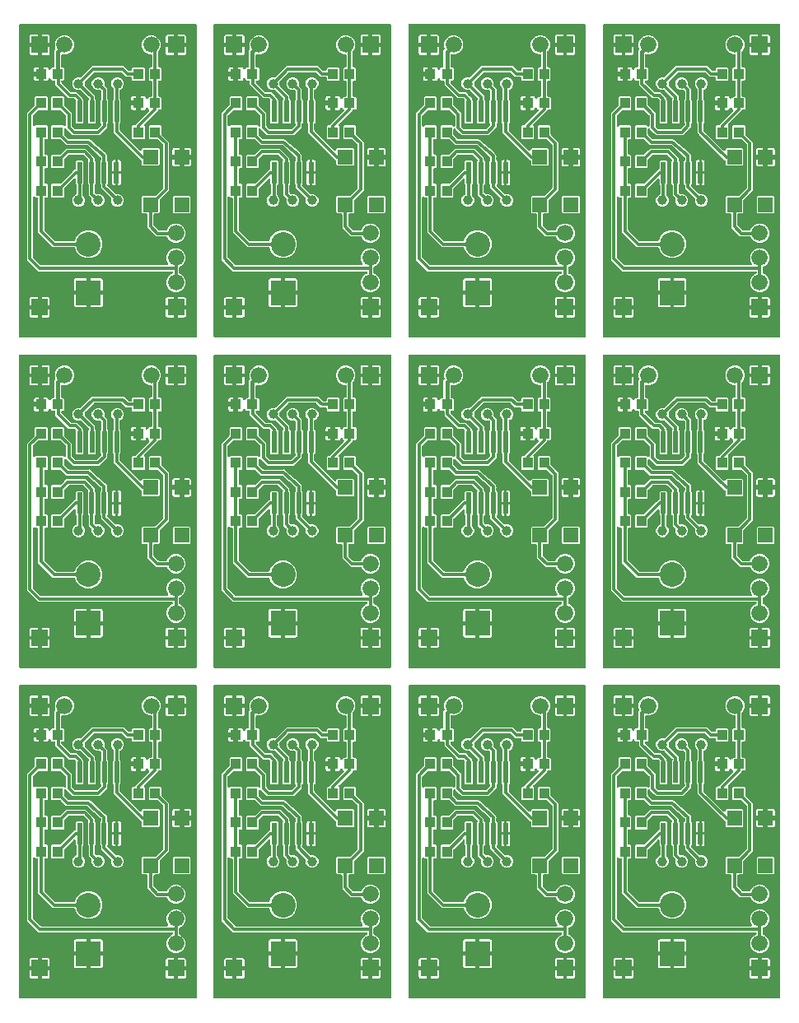
<source format=gtl>
G04 EAGLE Gerber X2 export*
%TF.Part,Single*%
%TF.FileFunction,Copper,L1,Top,Mixed*%
%TF.FilePolarity,Positive*%
%TF.GenerationSoftware,Autodesk,EAGLE,8.6.0*%
%TF.CreationDate,2018-02-09T15:01:17Z*%
G75*
%MOMM*%
%FSLAX34Y34*%
%LPD*%
%AMOC8*
5,1,8,0,0,1.08239X$1,22.5*%
G01*
%ADD10R,0.500000X2.200000*%
%ADD11R,1.500000X1.500000*%
%ADD12R,1.676400X1.676400*%
%ADD13C,1.676400*%
%ADD14R,1.100000X1.000000*%
%ADD15R,2.540000X2.540000*%
%ADD16C,2.540000*%
%ADD17R,1.000000X1.100000*%
%ADD18C,0.304800*%
%ADD19C,0.406400*%
%ADD20C,1.000000*%

G36*
X390118Y688746D02*
X390118Y688746D01*
X390237Y688753D01*
X390275Y688766D01*
X390316Y688771D01*
X390426Y688814D01*
X390539Y688851D01*
X390574Y688873D01*
X390611Y688888D01*
X390707Y688958D01*
X390808Y689021D01*
X390836Y689051D01*
X390869Y689074D01*
X390945Y689166D01*
X391026Y689253D01*
X391046Y689288D01*
X391071Y689319D01*
X391122Y689427D01*
X391180Y689531D01*
X391190Y689571D01*
X391207Y689607D01*
X391229Y689724D01*
X391259Y689839D01*
X391263Y689900D01*
X391267Y689920D01*
X391265Y689940D01*
X391269Y690000D01*
X391269Y1010000D01*
X391254Y1010118D01*
X391247Y1010237D01*
X391234Y1010275D01*
X391229Y1010316D01*
X391186Y1010426D01*
X391149Y1010539D01*
X391127Y1010574D01*
X391112Y1010611D01*
X391043Y1010707D01*
X390979Y1010808D01*
X390949Y1010836D01*
X390926Y1010869D01*
X390834Y1010945D01*
X390747Y1011026D01*
X390712Y1011046D01*
X390681Y1011071D01*
X390573Y1011122D01*
X390469Y1011180D01*
X390429Y1011190D01*
X390393Y1011207D01*
X390276Y1011229D01*
X390161Y1011259D01*
X390101Y1011263D01*
X390081Y1011267D01*
X390060Y1011265D01*
X390000Y1011269D01*
X210000Y1011269D01*
X209882Y1011254D01*
X209763Y1011247D01*
X209725Y1011234D01*
X209684Y1011229D01*
X209574Y1011186D01*
X209461Y1011149D01*
X209426Y1011127D01*
X209389Y1011112D01*
X209293Y1011043D01*
X209192Y1010979D01*
X209164Y1010949D01*
X209131Y1010926D01*
X209056Y1010834D01*
X208974Y1010747D01*
X208954Y1010712D01*
X208929Y1010681D01*
X208878Y1010573D01*
X208820Y1010469D01*
X208810Y1010429D01*
X208793Y1010393D01*
X208771Y1010276D01*
X208741Y1010161D01*
X208737Y1010101D01*
X208733Y1010081D01*
X208735Y1010060D01*
X208731Y1010000D01*
X208731Y690000D01*
X208746Y689882D01*
X208753Y689763D01*
X208766Y689725D01*
X208771Y689684D01*
X208814Y689574D01*
X208851Y689461D01*
X208873Y689426D01*
X208888Y689389D01*
X208958Y689293D01*
X209021Y689192D01*
X209051Y689164D01*
X209074Y689131D01*
X209166Y689056D01*
X209253Y688974D01*
X209288Y688954D01*
X209319Y688929D01*
X209427Y688878D01*
X209531Y688820D01*
X209571Y688810D01*
X209607Y688793D01*
X209724Y688771D01*
X209839Y688741D01*
X209900Y688737D01*
X209920Y688733D01*
X209940Y688735D01*
X210000Y688731D01*
X390000Y688731D01*
X390118Y688746D01*
G37*
G36*
X190118Y688746D02*
X190118Y688746D01*
X190237Y688753D01*
X190275Y688766D01*
X190316Y688771D01*
X190426Y688814D01*
X190539Y688851D01*
X190574Y688873D01*
X190611Y688888D01*
X190707Y688958D01*
X190808Y689021D01*
X190836Y689051D01*
X190869Y689074D01*
X190945Y689166D01*
X191026Y689253D01*
X191046Y689288D01*
X191071Y689319D01*
X191122Y689427D01*
X191180Y689531D01*
X191190Y689571D01*
X191207Y689607D01*
X191229Y689724D01*
X191259Y689839D01*
X191263Y689900D01*
X191267Y689920D01*
X191265Y689940D01*
X191269Y690000D01*
X191269Y1010000D01*
X191254Y1010118D01*
X191247Y1010237D01*
X191234Y1010275D01*
X191229Y1010316D01*
X191186Y1010426D01*
X191149Y1010539D01*
X191127Y1010574D01*
X191112Y1010611D01*
X191043Y1010707D01*
X190979Y1010808D01*
X190949Y1010836D01*
X190926Y1010869D01*
X190834Y1010945D01*
X190747Y1011026D01*
X190712Y1011046D01*
X190681Y1011071D01*
X190573Y1011122D01*
X190469Y1011180D01*
X190429Y1011190D01*
X190393Y1011207D01*
X190276Y1011229D01*
X190161Y1011259D01*
X190101Y1011263D01*
X190081Y1011267D01*
X190060Y1011265D01*
X190000Y1011269D01*
X10000Y1011269D01*
X9882Y1011254D01*
X9763Y1011247D01*
X9725Y1011234D01*
X9684Y1011229D01*
X9574Y1011186D01*
X9461Y1011149D01*
X9426Y1011127D01*
X9389Y1011112D01*
X9293Y1011043D01*
X9192Y1010979D01*
X9164Y1010949D01*
X9131Y1010926D01*
X9056Y1010834D01*
X8974Y1010747D01*
X8954Y1010712D01*
X8929Y1010681D01*
X8878Y1010573D01*
X8820Y1010469D01*
X8810Y1010429D01*
X8793Y1010393D01*
X8771Y1010276D01*
X8741Y1010161D01*
X8737Y1010101D01*
X8733Y1010081D01*
X8735Y1010060D01*
X8731Y1010000D01*
X8731Y690000D01*
X8746Y689882D01*
X8753Y689763D01*
X8766Y689725D01*
X8771Y689684D01*
X8814Y689574D01*
X8851Y689461D01*
X8873Y689426D01*
X8888Y689389D01*
X8958Y689293D01*
X9021Y689192D01*
X9051Y689164D01*
X9074Y689131D01*
X9166Y689056D01*
X9253Y688974D01*
X9288Y688954D01*
X9319Y688929D01*
X9427Y688878D01*
X9531Y688820D01*
X9571Y688810D01*
X9607Y688793D01*
X9724Y688771D01*
X9839Y688741D01*
X9900Y688737D01*
X9920Y688733D01*
X9940Y688735D01*
X10000Y688731D01*
X190000Y688731D01*
X190118Y688746D01*
G37*
G36*
X790118Y688746D02*
X790118Y688746D01*
X790237Y688753D01*
X790275Y688766D01*
X790316Y688771D01*
X790426Y688814D01*
X790539Y688851D01*
X790574Y688873D01*
X790611Y688888D01*
X790707Y688958D01*
X790808Y689021D01*
X790836Y689051D01*
X790869Y689074D01*
X790945Y689166D01*
X791026Y689253D01*
X791046Y689288D01*
X791071Y689319D01*
X791122Y689427D01*
X791180Y689531D01*
X791190Y689571D01*
X791207Y689607D01*
X791229Y689724D01*
X791259Y689839D01*
X791263Y689900D01*
X791267Y689920D01*
X791265Y689940D01*
X791269Y690000D01*
X791269Y1010000D01*
X791254Y1010118D01*
X791247Y1010237D01*
X791234Y1010275D01*
X791229Y1010316D01*
X791186Y1010426D01*
X791149Y1010539D01*
X791127Y1010574D01*
X791112Y1010611D01*
X791043Y1010707D01*
X790979Y1010808D01*
X790949Y1010836D01*
X790926Y1010869D01*
X790834Y1010945D01*
X790747Y1011026D01*
X790712Y1011046D01*
X790681Y1011071D01*
X790573Y1011122D01*
X790469Y1011180D01*
X790429Y1011190D01*
X790393Y1011207D01*
X790276Y1011229D01*
X790161Y1011259D01*
X790101Y1011263D01*
X790081Y1011267D01*
X790060Y1011265D01*
X790000Y1011269D01*
X610000Y1011269D01*
X609882Y1011254D01*
X609763Y1011247D01*
X609725Y1011234D01*
X609684Y1011229D01*
X609574Y1011186D01*
X609461Y1011149D01*
X609426Y1011127D01*
X609389Y1011112D01*
X609293Y1011043D01*
X609192Y1010979D01*
X609164Y1010949D01*
X609131Y1010926D01*
X609056Y1010834D01*
X608974Y1010747D01*
X608954Y1010712D01*
X608929Y1010681D01*
X608878Y1010573D01*
X608820Y1010469D01*
X608810Y1010429D01*
X608793Y1010393D01*
X608771Y1010276D01*
X608741Y1010161D01*
X608737Y1010101D01*
X608733Y1010081D01*
X608735Y1010060D01*
X608731Y1010000D01*
X608731Y690000D01*
X608746Y689882D01*
X608753Y689763D01*
X608766Y689725D01*
X608771Y689684D01*
X608814Y689574D01*
X608851Y689461D01*
X608873Y689426D01*
X608888Y689389D01*
X608958Y689293D01*
X609021Y689192D01*
X609051Y689164D01*
X609074Y689131D01*
X609166Y689056D01*
X609253Y688974D01*
X609288Y688954D01*
X609319Y688929D01*
X609427Y688878D01*
X609531Y688820D01*
X609571Y688810D01*
X609607Y688793D01*
X609724Y688771D01*
X609839Y688741D01*
X609900Y688737D01*
X609920Y688733D01*
X609940Y688735D01*
X610000Y688731D01*
X790000Y688731D01*
X790118Y688746D01*
G37*
G36*
X590118Y688746D02*
X590118Y688746D01*
X590237Y688753D01*
X590275Y688766D01*
X590316Y688771D01*
X590426Y688814D01*
X590539Y688851D01*
X590574Y688873D01*
X590611Y688888D01*
X590707Y688958D01*
X590808Y689021D01*
X590836Y689051D01*
X590869Y689074D01*
X590945Y689166D01*
X591026Y689253D01*
X591046Y689288D01*
X591071Y689319D01*
X591122Y689427D01*
X591180Y689531D01*
X591190Y689571D01*
X591207Y689607D01*
X591229Y689724D01*
X591259Y689839D01*
X591263Y689900D01*
X591267Y689920D01*
X591265Y689940D01*
X591269Y690000D01*
X591269Y1010000D01*
X591254Y1010118D01*
X591247Y1010237D01*
X591234Y1010275D01*
X591229Y1010316D01*
X591186Y1010426D01*
X591149Y1010539D01*
X591127Y1010574D01*
X591112Y1010611D01*
X591043Y1010707D01*
X590979Y1010808D01*
X590949Y1010836D01*
X590926Y1010869D01*
X590834Y1010945D01*
X590747Y1011026D01*
X590712Y1011046D01*
X590681Y1011071D01*
X590573Y1011122D01*
X590469Y1011180D01*
X590429Y1011190D01*
X590393Y1011207D01*
X590276Y1011229D01*
X590161Y1011259D01*
X590101Y1011263D01*
X590081Y1011267D01*
X590060Y1011265D01*
X590000Y1011269D01*
X410000Y1011269D01*
X409882Y1011254D01*
X409763Y1011247D01*
X409725Y1011234D01*
X409684Y1011229D01*
X409574Y1011186D01*
X409461Y1011149D01*
X409426Y1011127D01*
X409389Y1011112D01*
X409293Y1011043D01*
X409192Y1010979D01*
X409164Y1010949D01*
X409131Y1010926D01*
X409056Y1010834D01*
X408974Y1010747D01*
X408954Y1010712D01*
X408929Y1010681D01*
X408878Y1010573D01*
X408820Y1010469D01*
X408810Y1010429D01*
X408793Y1010393D01*
X408771Y1010276D01*
X408741Y1010161D01*
X408737Y1010101D01*
X408733Y1010081D01*
X408735Y1010060D01*
X408731Y1010000D01*
X408731Y690000D01*
X408746Y689882D01*
X408753Y689763D01*
X408766Y689725D01*
X408771Y689684D01*
X408814Y689574D01*
X408851Y689461D01*
X408873Y689426D01*
X408888Y689389D01*
X408958Y689293D01*
X409021Y689192D01*
X409051Y689164D01*
X409074Y689131D01*
X409166Y689056D01*
X409253Y688974D01*
X409288Y688954D01*
X409319Y688929D01*
X409427Y688878D01*
X409531Y688820D01*
X409571Y688810D01*
X409607Y688793D01*
X409724Y688771D01*
X409839Y688741D01*
X409900Y688737D01*
X409920Y688733D01*
X409940Y688735D01*
X410000Y688731D01*
X590000Y688731D01*
X590118Y688746D01*
G37*
G36*
X190118Y348746D02*
X190118Y348746D01*
X190237Y348753D01*
X190275Y348766D01*
X190316Y348771D01*
X190426Y348814D01*
X190539Y348851D01*
X190574Y348873D01*
X190611Y348888D01*
X190707Y348958D01*
X190808Y349021D01*
X190836Y349051D01*
X190869Y349074D01*
X190945Y349166D01*
X191026Y349253D01*
X191046Y349288D01*
X191071Y349319D01*
X191122Y349427D01*
X191180Y349531D01*
X191190Y349571D01*
X191207Y349607D01*
X191229Y349724D01*
X191259Y349839D01*
X191263Y349900D01*
X191267Y349920D01*
X191265Y349940D01*
X191269Y350000D01*
X191269Y670000D01*
X191254Y670118D01*
X191247Y670237D01*
X191234Y670275D01*
X191229Y670316D01*
X191186Y670426D01*
X191149Y670539D01*
X191127Y670574D01*
X191112Y670611D01*
X191043Y670707D01*
X190979Y670808D01*
X190949Y670836D01*
X190926Y670869D01*
X190834Y670945D01*
X190747Y671026D01*
X190712Y671046D01*
X190681Y671071D01*
X190573Y671122D01*
X190469Y671180D01*
X190429Y671190D01*
X190393Y671207D01*
X190276Y671229D01*
X190161Y671259D01*
X190101Y671263D01*
X190081Y671267D01*
X190060Y671265D01*
X190000Y671269D01*
X10000Y671269D01*
X9882Y671254D01*
X9763Y671247D01*
X9725Y671234D01*
X9684Y671229D01*
X9574Y671186D01*
X9461Y671149D01*
X9426Y671127D01*
X9389Y671112D01*
X9293Y671043D01*
X9192Y670979D01*
X9164Y670949D01*
X9131Y670926D01*
X9056Y670834D01*
X8974Y670747D01*
X8954Y670712D01*
X8929Y670681D01*
X8878Y670573D01*
X8820Y670469D01*
X8810Y670429D01*
X8793Y670393D01*
X8771Y670276D01*
X8741Y670161D01*
X8737Y670101D01*
X8733Y670081D01*
X8735Y670060D01*
X8731Y670000D01*
X8731Y350000D01*
X8746Y349882D01*
X8753Y349763D01*
X8766Y349725D01*
X8771Y349684D01*
X8814Y349574D01*
X8851Y349461D01*
X8873Y349426D01*
X8888Y349389D01*
X8958Y349293D01*
X9021Y349192D01*
X9051Y349164D01*
X9074Y349131D01*
X9166Y349056D01*
X9253Y348974D01*
X9288Y348954D01*
X9319Y348929D01*
X9427Y348878D01*
X9531Y348820D01*
X9571Y348810D01*
X9607Y348793D01*
X9724Y348771D01*
X9839Y348741D01*
X9900Y348737D01*
X9920Y348733D01*
X9940Y348735D01*
X10000Y348731D01*
X190000Y348731D01*
X190118Y348746D01*
G37*
G36*
X590118Y348746D02*
X590118Y348746D01*
X590237Y348753D01*
X590275Y348766D01*
X590316Y348771D01*
X590426Y348814D01*
X590539Y348851D01*
X590574Y348873D01*
X590611Y348888D01*
X590707Y348958D01*
X590808Y349021D01*
X590836Y349051D01*
X590869Y349074D01*
X590945Y349166D01*
X591026Y349253D01*
X591046Y349288D01*
X591071Y349319D01*
X591122Y349427D01*
X591180Y349531D01*
X591190Y349571D01*
X591207Y349607D01*
X591229Y349724D01*
X591259Y349839D01*
X591263Y349900D01*
X591267Y349920D01*
X591265Y349940D01*
X591269Y350000D01*
X591269Y670000D01*
X591254Y670118D01*
X591247Y670237D01*
X591234Y670275D01*
X591229Y670316D01*
X591186Y670426D01*
X591149Y670539D01*
X591127Y670574D01*
X591112Y670611D01*
X591043Y670707D01*
X590979Y670808D01*
X590949Y670836D01*
X590926Y670869D01*
X590834Y670945D01*
X590747Y671026D01*
X590712Y671046D01*
X590681Y671071D01*
X590573Y671122D01*
X590469Y671180D01*
X590429Y671190D01*
X590393Y671207D01*
X590276Y671229D01*
X590161Y671259D01*
X590101Y671263D01*
X590081Y671267D01*
X590060Y671265D01*
X590000Y671269D01*
X410000Y671269D01*
X409882Y671254D01*
X409763Y671247D01*
X409725Y671234D01*
X409684Y671229D01*
X409574Y671186D01*
X409461Y671149D01*
X409426Y671127D01*
X409389Y671112D01*
X409293Y671043D01*
X409192Y670979D01*
X409164Y670949D01*
X409131Y670926D01*
X409056Y670834D01*
X408974Y670747D01*
X408954Y670712D01*
X408929Y670681D01*
X408878Y670573D01*
X408820Y670469D01*
X408810Y670429D01*
X408793Y670393D01*
X408771Y670276D01*
X408741Y670161D01*
X408737Y670101D01*
X408733Y670081D01*
X408735Y670060D01*
X408731Y670000D01*
X408731Y350000D01*
X408746Y349882D01*
X408753Y349763D01*
X408766Y349725D01*
X408771Y349684D01*
X408814Y349574D01*
X408851Y349461D01*
X408873Y349426D01*
X408888Y349389D01*
X408958Y349293D01*
X409021Y349192D01*
X409051Y349164D01*
X409074Y349131D01*
X409166Y349056D01*
X409253Y348974D01*
X409288Y348954D01*
X409319Y348929D01*
X409427Y348878D01*
X409531Y348820D01*
X409571Y348810D01*
X409607Y348793D01*
X409724Y348771D01*
X409839Y348741D01*
X409900Y348737D01*
X409920Y348733D01*
X409940Y348735D01*
X410000Y348731D01*
X590000Y348731D01*
X590118Y348746D01*
G37*
G36*
X390118Y348746D02*
X390118Y348746D01*
X390237Y348753D01*
X390275Y348766D01*
X390316Y348771D01*
X390426Y348814D01*
X390539Y348851D01*
X390574Y348873D01*
X390611Y348888D01*
X390707Y348958D01*
X390808Y349021D01*
X390836Y349051D01*
X390869Y349074D01*
X390945Y349166D01*
X391026Y349253D01*
X391046Y349288D01*
X391071Y349319D01*
X391122Y349427D01*
X391180Y349531D01*
X391190Y349571D01*
X391207Y349607D01*
X391229Y349724D01*
X391259Y349839D01*
X391263Y349900D01*
X391267Y349920D01*
X391265Y349940D01*
X391269Y350000D01*
X391269Y670000D01*
X391254Y670118D01*
X391247Y670237D01*
X391234Y670275D01*
X391229Y670316D01*
X391186Y670426D01*
X391149Y670539D01*
X391127Y670574D01*
X391112Y670611D01*
X391043Y670707D01*
X390979Y670808D01*
X390949Y670836D01*
X390926Y670869D01*
X390834Y670945D01*
X390747Y671026D01*
X390712Y671046D01*
X390681Y671071D01*
X390573Y671122D01*
X390469Y671180D01*
X390429Y671190D01*
X390393Y671207D01*
X390276Y671229D01*
X390161Y671259D01*
X390101Y671263D01*
X390081Y671267D01*
X390060Y671265D01*
X390000Y671269D01*
X210000Y671269D01*
X209882Y671254D01*
X209763Y671247D01*
X209725Y671234D01*
X209684Y671229D01*
X209574Y671186D01*
X209461Y671149D01*
X209426Y671127D01*
X209389Y671112D01*
X209293Y671043D01*
X209192Y670979D01*
X209164Y670949D01*
X209131Y670926D01*
X209056Y670834D01*
X208974Y670747D01*
X208954Y670712D01*
X208929Y670681D01*
X208878Y670573D01*
X208820Y670469D01*
X208810Y670429D01*
X208793Y670393D01*
X208771Y670276D01*
X208741Y670161D01*
X208737Y670101D01*
X208733Y670081D01*
X208735Y670060D01*
X208731Y670000D01*
X208731Y350000D01*
X208746Y349882D01*
X208753Y349763D01*
X208766Y349725D01*
X208771Y349684D01*
X208814Y349574D01*
X208851Y349461D01*
X208873Y349426D01*
X208888Y349389D01*
X208958Y349293D01*
X209021Y349192D01*
X209051Y349164D01*
X209074Y349131D01*
X209166Y349056D01*
X209253Y348974D01*
X209288Y348954D01*
X209319Y348929D01*
X209427Y348878D01*
X209531Y348820D01*
X209571Y348810D01*
X209607Y348793D01*
X209724Y348771D01*
X209839Y348741D01*
X209900Y348737D01*
X209920Y348733D01*
X209940Y348735D01*
X210000Y348731D01*
X390000Y348731D01*
X390118Y348746D01*
G37*
G36*
X390118Y8746D02*
X390118Y8746D01*
X390237Y8753D01*
X390275Y8766D01*
X390316Y8771D01*
X390426Y8814D01*
X390539Y8851D01*
X390574Y8873D01*
X390611Y8888D01*
X390707Y8958D01*
X390808Y9021D01*
X390836Y9051D01*
X390869Y9074D01*
X390945Y9166D01*
X391026Y9253D01*
X391046Y9288D01*
X391071Y9319D01*
X391122Y9427D01*
X391180Y9531D01*
X391190Y9571D01*
X391207Y9607D01*
X391229Y9724D01*
X391259Y9839D01*
X391263Y9900D01*
X391267Y9920D01*
X391265Y9940D01*
X391269Y10000D01*
X391269Y330000D01*
X391254Y330118D01*
X391247Y330237D01*
X391234Y330275D01*
X391229Y330316D01*
X391186Y330426D01*
X391149Y330539D01*
X391127Y330574D01*
X391112Y330611D01*
X391043Y330707D01*
X390979Y330808D01*
X390949Y330836D01*
X390926Y330869D01*
X390834Y330945D01*
X390747Y331026D01*
X390712Y331046D01*
X390681Y331071D01*
X390573Y331122D01*
X390469Y331180D01*
X390429Y331190D01*
X390393Y331207D01*
X390276Y331229D01*
X390161Y331259D01*
X390101Y331263D01*
X390081Y331267D01*
X390060Y331265D01*
X390000Y331269D01*
X210000Y331269D01*
X209882Y331254D01*
X209763Y331247D01*
X209725Y331234D01*
X209684Y331229D01*
X209574Y331186D01*
X209461Y331149D01*
X209426Y331127D01*
X209389Y331112D01*
X209293Y331043D01*
X209192Y330979D01*
X209164Y330949D01*
X209131Y330926D01*
X209056Y330834D01*
X208974Y330747D01*
X208954Y330712D01*
X208929Y330681D01*
X208878Y330573D01*
X208820Y330469D01*
X208810Y330429D01*
X208793Y330393D01*
X208771Y330276D01*
X208741Y330161D01*
X208737Y330101D01*
X208733Y330081D01*
X208735Y330060D01*
X208731Y330000D01*
X208731Y10000D01*
X208746Y9882D01*
X208753Y9763D01*
X208766Y9725D01*
X208771Y9684D01*
X208814Y9574D01*
X208851Y9461D01*
X208873Y9426D01*
X208888Y9389D01*
X208958Y9293D01*
X209021Y9192D01*
X209051Y9164D01*
X209074Y9131D01*
X209166Y9056D01*
X209253Y8974D01*
X209288Y8954D01*
X209319Y8929D01*
X209427Y8878D01*
X209531Y8820D01*
X209571Y8810D01*
X209607Y8793D01*
X209724Y8771D01*
X209839Y8741D01*
X209900Y8737D01*
X209920Y8733D01*
X209940Y8735D01*
X210000Y8731D01*
X390000Y8731D01*
X390118Y8746D01*
G37*
G36*
X790118Y348746D02*
X790118Y348746D01*
X790237Y348753D01*
X790275Y348766D01*
X790316Y348771D01*
X790426Y348814D01*
X790539Y348851D01*
X790574Y348873D01*
X790611Y348888D01*
X790707Y348958D01*
X790808Y349021D01*
X790836Y349051D01*
X790869Y349074D01*
X790945Y349166D01*
X791026Y349253D01*
X791046Y349288D01*
X791071Y349319D01*
X791122Y349427D01*
X791180Y349531D01*
X791190Y349571D01*
X791207Y349607D01*
X791229Y349724D01*
X791259Y349839D01*
X791263Y349900D01*
X791267Y349920D01*
X791265Y349940D01*
X791269Y350000D01*
X791269Y670000D01*
X791254Y670118D01*
X791247Y670237D01*
X791234Y670275D01*
X791229Y670316D01*
X791186Y670426D01*
X791149Y670539D01*
X791127Y670574D01*
X791112Y670611D01*
X791043Y670707D01*
X790979Y670808D01*
X790949Y670836D01*
X790926Y670869D01*
X790834Y670945D01*
X790747Y671026D01*
X790712Y671046D01*
X790681Y671071D01*
X790573Y671122D01*
X790469Y671180D01*
X790429Y671190D01*
X790393Y671207D01*
X790276Y671229D01*
X790161Y671259D01*
X790101Y671263D01*
X790081Y671267D01*
X790060Y671265D01*
X790000Y671269D01*
X610000Y671269D01*
X609882Y671254D01*
X609763Y671247D01*
X609725Y671234D01*
X609684Y671229D01*
X609574Y671186D01*
X609461Y671149D01*
X609426Y671127D01*
X609389Y671112D01*
X609293Y671043D01*
X609192Y670979D01*
X609164Y670949D01*
X609131Y670926D01*
X609056Y670834D01*
X608974Y670747D01*
X608954Y670712D01*
X608929Y670681D01*
X608878Y670573D01*
X608820Y670469D01*
X608810Y670429D01*
X608793Y670393D01*
X608771Y670276D01*
X608741Y670161D01*
X608737Y670101D01*
X608733Y670081D01*
X608735Y670060D01*
X608731Y670000D01*
X608731Y350000D01*
X608746Y349882D01*
X608753Y349763D01*
X608766Y349725D01*
X608771Y349684D01*
X608814Y349574D01*
X608851Y349461D01*
X608873Y349426D01*
X608888Y349389D01*
X608958Y349293D01*
X609021Y349192D01*
X609051Y349164D01*
X609074Y349131D01*
X609166Y349056D01*
X609253Y348974D01*
X609288Y348954D01*
X609319Y348929D01*
X609427Y348878D01*
X609531Y348820D01*
X609571Y348810D01*
X609607Y348793D01*
X609724Y348771D01*
X609839Y348741D01*
X609900Y348737D01*
X609920Y348733D01*
X609940Y348735D01*
X610000Y348731D01*
X790000Y348731D01*
X790118Y348746D01*
G37*
G36*
X190118Y8746D02*
X190118Y8746D01*
X190237Y8753D01*
X190275Y8766D01*
X190316Y8771D01*
X190426Y8814D01*
X190539Y8851D01*
X190574Y8873D01*
X190611Y8888D01*
X190707Y8958D01*
X190808Y9021D01*
X190836Y9051D01*
X190869Y9074D01*
X190945Y9166D01*
X191026Y9253D01*
X191046Y9288D01*
X191071Y9319D01*
X191122Y9427D01*
X191180Y9531D01*
X191190Y9571D01*
X191207Y9607D01*
X191229Y9724D01*
X191259Y9839D01*
X191263Y9900D01*
X191267Y9920D01*
X191265Y9940D01*
X191269Y10000D01*
X191269Y330000D01*
X191254Y330118D01*
X191247Y330237D01*
X191234Y330275D01*
X191229Y330316D01*
X191186Y330426D01*
X191149Y330539D01*
X191127Y330574D01*
X191112Y330611D01*
X191043Y330707D01*
X190979Y330808D01*
X190949Y330836D01*
X190926Y330869D01*
X190834Y330945D01*
X190747Y331026D01*
X190712Y331046D01*
X190681Y331071D01*
X190573Y331122D01*
X190469Y331180D01*
X190429Y331190D01*
X190393Y331207D01*
X190276Y331229D01*
X190161Y331259D01*
X190101Y331263D01*
X190081Y331267D01*
X190060Y331265D01*
X190000Y331269D01*
X10000Y331269D01*
X9882Y331254D01*
X9763Y331247D01*
X9725Y331234D01*
X9684Y331229D01*
X9574Y331186D01*
X9461Y331149D01*
X9426Y331127D01*
X9389Y331112D01*
X9293Y331043D01*
X9192Y330979D01*
X9164Y330949D01*
X9131Y330926D01*
X9056Y330834D01*
X8974Y330747D01*
X8954Y330712D01*
X8929Y330681D01*
X8878Y330573D01*
X8820Y330469D01*
X8810Y330429D01*
X8793Y330393D01*
X8771Y330276D01*
X8741Y330161D01*
X8737Y330101D01*
X8733Y330081D01*
X8735Y330060D01*
X8731Y330000D01*
X8731Y10000D01*
X8746Y9882D01*
X8753Y9763D01*
X8766Y9725D01*
X8771Y9684D01*
X8814Y9574D01*
X8851Y9461D01*
X8873Y9426D01*
X8888Y9389D01*
X8958Y9293D01*
X9021Y9192D01*
X9051Y9164D01*
X9074Y9131D01*
X9166Y9056D01*
X9253Y8974D01*
X9288Y8954D01*
X9319Y8929D01*
X9427Y8878D01*
X9531Y8820D01*
X9571Y8810D01*
X9607Y8793D01*
X9724Y8771D01*
X9839Y8741D01*
X9900Y8737D01*
X9920Y8733D01*
X9940Y8735D01*
X10000Y8731D01*
X190000Y8731D01*
X190118Y8746D01*
G37*
G36*
X590118Y8746D02*
X590118Y8746D01*
X590237Y8753D01*
X590275Y8766D01*
X590316Y8771D01*
X590426Y8814D01*
X590539Y8851D01*
X590574Y8873D01*
X590611Y8888D01*
X590707Y8958D01*
X590808Y9021D01*
X590836Y9051D01*
X590869Y9074D01*
X590945Y9166D01*
X591026Y9253D01*
X591046Y9288D01*
X591071Y9319D01*
X591122Y9427D01*
X591180Y9531D01*
X591190Y9571D01*
X591207Y9607D01*
X591229Y9724D01*
X591259Y9839D01*
X591263Y9900D01*
X591267Y9920D01*
X591265Y9940D01*
X591269Y10000D01*
X591269Y330000D01*
X591254Y330118D01*
X591247Y330237D01*
X591234Y330275D01*
X591229Y330316D01*
X591186Y330426D01*
X591149Y330539D01*
X591127Y330574D01*
X591112Y330611D01*
X591043Y330707D01*
X590979Y330808D01*
X590949Y330836D01*
X590926Y330869D01*
X590834Y330945D01*
X590747Y331026D01*
X590712Y331046D01*
X590681Y331071D01*
X590573Y331122D01*
X590469Y331180D01*
X590429Y331190D01*
X590393Y331207D01*
X590276Y331229D01*
X590161Y331259D01*
X590101Y331263D01*
X590081Y331267D01*
X590060Y331265D01*
X590000Y331269D01*
X410000Y331269D01*
X409882Y331254D01*
X409763Y331247D01*
X409725Y331234D01*
X409684Y331229D01*
X409574Y331186D01*
X409461Y331149D01*
X409426Y331127D01*
X409389Y331112D01*
X409293Y331043D01*
X409192Y330979D01*
X409164Y330949D01*
X409131Y330926D01*
X409056Y330834D01*
X408974Y330747D01*
X408954Y330712D01*
X408929Y330681D01*
X408878Y330573D01*
X408820Y330469D01*
X408810Y330429D01*
X408793Y330393D01*
X408771Y330276D01*
X408741Y330161D01*
X408737Y330101D01*
X408733Y330081D01*
X408735Y330060D01*
X408731Y330000D01*
X408731Y10000D01*
X408746Y9882D01*
X408753Y9763D01*
X408766Y9725D01*
X408771Y9684D01*
X408814Y9574D01*
X408851Y9461D01*
X408873Y9426D01*
X408888Y9389D01*
X408958Y9293D01*
X409021Y9192D01*
X409051Y9164D01*
X409074Y9131D01*
X409166Y9056D01*
X409253Y8974D01*
X409288Y8954D01*
X409319Y8929D01*
X409427Y8878D01*
X409531Y8820D01*
X409571Y8810D01*
X409607Y8793D01*
X409724Y8771D01*
X409839Y8741D01*
X409900Y8737D01*
X409920Y8733D01*
X409940Y8735D01*
X410000Y8731D01*
X590000Y8731D01*
X590118Y8746D01*
G37*
G36*
X790118Y8746D02*
X790118Y8746D01*
X790237Y8753D01*
X790275Y8766D01*
X790316Y8771D01*
X790426Y8814D01*
X790539Y8851D01*
X790574Y8873D01*
X790611Y8888D01*
X790707Y8958D01*
X790808Y9021D01*
X790836Y9051D01*
X790869Y9074D01*
X790945Y9166D01*
X791026Y9253D01*
X791046Y9288D01*
X791071Y9319D01*
X791122Y9427D01*
X791180Y9531D01*
X791190Y9571D01*
X791207Y9607D01*
X791229Y9724D01*
X791259Y9839D01*
X791263Y9900D01*
X791267Y9920D01*
X791265Y9940D01*
X791269Y10000D01*
X791269Y330000D01*
X791254Y330118D01*
X791247Y330237D01*
X791234Y330275D01*
X791229Y330316D01*
X791186Y330426D01*
X791149Y330539D01*
X791127Y330574D01*
X791112Y330611D01*
X791043Y330707D01*
X790979Y330808D01*
X790949Y330836D01*
X790926Y330869D01*
X790834Y330945D01*
X790747Y331026D01*
X790712Y331046D01*
X790681Y331071D01*
X790573Y331122D01*
X790469Y331180D01*
X790429Y331190D01*
X790393Y331207D01*
X790276Y331229D01*
X790161Y331259D01*
X790101Y331263D01*
X790081Y331267D01*
X790060Y331265D01*
X790000Y331269D01*
X610000Y331269D01*
X609882Y331254D01*
X609763Y331247D01*
X609725Y331234D01*
X609684Y331229D01*
X609574Y331186D01*
X609461Y331149D01*
X609426Y331127D01*
X609389Y331112D01*
X609293Y331043D01*
X609192Y330979D01*
X609164Y330949D01*
X609131Y330926D01*
X609056Y330834D01*
X608974Y330747D01*
X608954Y330712D01*
X608929Y330681D01*
X608878Y330573D01*
X608820Y330469D01*
X608810Y330429D01*
X608793Y330393D01*
X608771Y330276D01*
X608741Y330161D01*
X608737Y330101D01*
X608733Y330081D01*
X608735Y330060D01*
X608731Y330000D01*
X608731Y10000D01*
X608746Y9882D01*
X608753Y9763D01*
X608766Y9725D01*
X608771Y9684D01*
X608814Y9574D01*
X608851Y9461D01*
X608873Y9426D01*
X608888Y9389D01*
X608958Y9293D01*
X609021Y9192D01*
X609051Y9164D01*
X609074Y9131D01*
X609166Y9056D01*
X609253Y8974D01*
X609288Y8954D01*
X609319Y8929D01*
X609427Y8878D01*
X609531Y8820D01*
X609571Y8810D01*
X609607Y8793D01*
X609724Y8771D01*
X609839Y8741D01*
X609900Y8737D01*
X609920Y8733D01*
X609940Y8735D01*
X610000Y8731D01*
X790000Y8731D01*
X790118Y8746D01*
G37*
%LPC*%
G36*
X568034Y735517D02*
X568034Y735517D01*
X564402Y737022D01*
X561622Y739802D01*
X560117Y743434D01*
X560117Y747366D01*
X561622Y750998D01*
X564402Y753778D01*
X566192Y754520D01*
X566217Y754534D01*
X566245Y754543D01*
X566355Y754613D01*
X566468Y754677D01*
X566489Y754698D01*
X566514Y754713D01*
X566603Y754808D01*
X566696Y754898D01*
X566712Y754924D01*
X566732Y754945D01*
X566774Y755022D01*
X566777Y755025D01*
X566783Y755038D01*
X566795Y755059D01*
X566863Y755170D01*
X566871Y755198D01*
X566886Y755224D01*
X566904Y755293D01*
X566913Y755313D01*
X566923Y755365D01*
X566956Y755473D01*
X566958Y755503D01*
X566965Y755532D01*
X566970Y755612D01*
X566973Y755626D01*
X566972Y755639D01*
X566975Y755692D01*
X566975Y755706D01*
X566970Y755752D01*
X566971Y755791D01*
X566959Y755853D01*
X566953Y755943D01*
X566940Y755981D01*
X566935Y756022D01*
X566911Y756083D01*
X566907Y756103D01*
X566890Y756138D01*
X566855Y756245D01*
X566833Y756280D01*
X566818Y756317D01*
X566769Y756386D01*
X566767Y756388D01*
X566764Y756393D01*
X566749Y756413D01*
X566685Y756514D01*
X566655Y756542D01*
X566632Y756575D01*
X566540Y756651D01*
X566453Y756732D01*
X566418Y756752D01*
X566387Y756777D01*
X566279Y756828D01*
X566175Y756886D01*
X566135Y756896D01*
X566099Y756913D01*
X565982Y756935D01*
X565867Y756965D01*
X565807Y756969D01*
X565787Y756973D01*
X565766Y756971D01*
X565706Y756975D01*
X428747Y756975D01*
X416975Y768747D01*
X416975Y919753D01*
X424628Y927405D01*
X424688Y927483D01*
X424756Y927556D01*
X424785Y927609D01*
X424822Y927656D01*
X424862Y927747D01*
X424910Y927834D01*
X424925Y927893D01*
X424949Y927948D01*
X424964Y928046D01*
X424989Y928142D01*
X424995Y928242D01*
X424999Y928262D01*
X424997Y928275D01*
X424999Y928303D01*
X424999Y936122D01*
X425878Y937001D01*
X437122Y937001D01*
X438001Y936122D01*
X438001Y923878D01*
X437122Y922999D01*
X429303Y922999D01*
X429204Y922987D01*
X429105Y922984D01*
X429047Y922967D01*
X428987Y922959D01*
X428895Y922923D01*
X428800Y922895D01*
X428748Y922865D01*
X428691Y922842D01*
X428611Y922784D01*
X428526Y922734D01*
X428451Y922668D01*
X428434Y922656D01*
X428426Y922646D01*
X428405Y922628D01*
X423396Y917619D01*
X423336Y917541D01*
X423268Y917468D01*
X423239Y917415D01*
X423202Y917368D01*
X423162Y917277D01*
X423114Y917190D01*
X423099Y917131D01*
X423075Y917076D01*
X423060Y916978D01*
X423035Y916882D01*
X423029Y916782D01*
X423025Y916762D01*
X423027Y916749D01*
X423025Y916721D01*
X423025Y907211D01*
X423042Y907073D01*
X423055Y906935D01*
X423062Y906916D01*
X423065Y906896D01*
X423116Y906767D01*
X423163Y906636D01*
X423174Y906619D01*
X423182Y906600D01*
X423263Y906488D01*
X423341Y906373D01*
X423357Y906359D01*
X423368Y906343D01*
X423476Y906254D01*
X423580Y906162D01*
X423598Y906153D01*
X423613Y906140D01*
X423739Y906081D01*
X423863Y906017D01*
X423883Y906013D01*
X423901Y906004D01*
X424038Y905978D01*
X424173Y905948D01*
X424194Y905948D01*
X424213Y905945D01*
X424352Y905953D01*
X424491Y905957D01*
X424511Y905963D01*
X424531Y905964D01*
X424663Y906007D01*
X424797Y906046D01*
X424814Y906056D01*
X424833Y906062D01*
X424951Y906137D01*
X425071Y906207D01*
X425092Y906226D01*
X425102Y906233D01*
X425116Y906248D01*
X425191Y906314D01*
X425878Y907001D01*
X437122Y907001D01*
X438001Y906122D01*
X438001Y893878D01*
X437122Y892999D01*
X435794Y892999D01*
X435676Y892984D01*
X435557Y892977D01*
X435519Y892964D01*
X435478Y892959D01*
X435368Y892916D01*
X435255Y892879D01*
X435220Y892857D01*
X435183Y892842D01*
X435087Y892773D01*
X434986Y892709D01*
X434958Y892679D01*
X434925Y892656D01*
X434849Y892564D01*
X434768Y892477D01*
X434748Y892442D01*
X434723Y892411D01*
X434672Y892303D01*
X434614Y892199D01*
X434604Y892159D01*
X434587Y892123D01*
X434565Y892006D01*
X434535Y891891D01*
X434531Y891831D01*
X434527Y891811D01*
X434529Y891790D01*
X434525Y891730D01*
X434525Y878270D01*
X434540Y878152D01*
X434547Y878033D01*
X434560Y877995D01*
X434565Y877954D01*
X434608Y877844D01*
X434645Y877731D01*
X434667Y877696D01*
X434682Y877659D01*
X434751Y877563D01*
X434815Y877462D01*
X434845Y877434D01*
X434868Y877401D01*
X434960Y877325D01*
X435047Y877244D01*
X435082Y877224D01*
X435113Y877199D01*
X435221Y877148D01*
X435325Y877090D01*
X435365Y877080D01*
X435401Y877063D01*
X435518Y877041D01*
X435633Y877011D01*
X435693Y877007D01*
X435713Y877003D01*
X435734Y877005D01*
X435794Y877001D01*
X437122Y877001D01*
X438001Y876122D01*
X438001Y863878D01*
X437122Y862999D01*
X435794Y862999D01*
X435676Y862984D01*
X435557Y862977D01*
X435519Y862964D01*
X435478Y862959D01*
X435368Y862916D01*
X435255Y862879D01*
X435220Y862857D01*
X435183Y862842D01*
X435087Y862773D01*
X434986Y862709D01*
X434958Y862679D01*
X434925Y862656D01*
X434849Y862564D01*
X434768Y862477D01*
X434748Y862442D01*
X434723Y862411D01*
X434672Y862303D01*
X434614Y862199D01*
X434604Y862159D01*
X434587Y862123D01*
X434565Y862006D01*
X434535Y861891D01*
X434531Y861831D01*
X434527Y861811D01*
X434529Y861790D01*
X434525Y861730D01*
X434525Y848270D01*
X434540Y848152D01*
X434547Y848033D01*
X434560Y847995D01*
X434565Y847954D01*
X434608Y847844D01*
X434645Y847731D01*
X434667Y847696D01*
X434682Y847659D01*
X434751Y847563D01*
X434815Y847462D01*
X434845Y847434D01*
X434868Y847401D01*
X434960Y847325D01*
X435047Y847244D01*
X435082Y847224D01*
X435113Y847199D01*
X435221Y847148D01*
X435325Y847090D01*
X435365Y847080D01*
X435401Y847063D01*
X435518Y847041D01*
X435633Y847011D01*
X435693Y847007D01*
X435713Y847003D01*
X435734Y847005D01*
X435794Y847001D01*
X437122Y847001D01*
X438001Y846122D01*
X438001Y833878D01*
X437122Y832999D01*
X435794Y832999D01*
X435676Y832984D01*
X435557Y832977D01*
X435519Y832964D01*
X435478Y832959D01*
X435368Y832916D01*
X435255Y832879D01*
X435220Y832857D01*
X435183Y832842D01*
X435087Y832773D01*
X434986Y832709D01*
X434958Y832679D01*
X434925Y832656D01*
X434849Y832564D01*
X434768Y832477D01*
X434748Y832442D01*
X434723Y832411D01*
X434672Y832303D01*
X434614Y832199D01*
X434604Y832159D01*
X434587Y832123D01*
X434565Y832006D01*
X434535Y831891D01*
X434531Y831831D01*
X434527Y831811D01*
X434529Y831790D01*
X434525Y831730D01*
X434525Y800279D01*
X434537Y800180D01*
X434540Y800081D01*
X434557Y800023D01*
X434565Y799963D01*
X434601Y799871D01*
X434629Y799776D01*
X434659Y799724D01*
X434682Y799667D01*
X434740Y799587D01*
X434790Y799502D01*
X434856Y799427D01*
X434868Y799410D01*
X434878Y799402D01*
X434896Y799381D01*
X445881Y788396D01*
X445959Y788336D01*
X446032Y788268D01*
X446085Y788239D01*
X446132Y788202D01*
X446223Y788162D01*
X446310Y788114D01*
X446369Y788099D01*
X446424Y788075D01*
X446522Y788060D01*
X446618Y788035D01*
X446718Y788029D01*
X446738Y788025D01*
X446751Y788027D01*
X446779Y788025D01*
X465034Y788025D01*
X465063Y788028D01*
X465093Y788026D01*
X465221Y788048D01*
X465350Y788065D01*
X465377Y788075D01*
X465406Y788080D01*
X465525Y788134D01*
X465645Y788182D01*
X465669Y788199D01*
X465696Y788211D01*
X465797Y788292D01*
X465903Y788368D01*
X465921Y788391D01*
X465945Y788410D01*
X466023Y788513D01*
X466105Y788613D01*
X466118Y788640D01*
X466136Y788664D01*
X466207Y788808D01*
X467961Y793044D01*
X471956Y797039D01*
X477175Y799201D01*
X482825Y799201D01*
X488044Y797039D01*
X492039Y793044D01*
X494201Y787825D01*
X494201Y782175D01*
X492039Y776956D01*
X488044Y772961D01*
X482825Y770799D01*
X477175Y770799D01*
X471956Y772961D01*
X467961Y776956D01*
X466207Y781192D01*
X466192Y781217D01*
X466183Y781245D01*
X466113Y781355D01*
X466049Y781468D01*
X466029Y781489D01*
X466013Y781514D01*
X465918Y781603D01*
X465828Y781696D01*
X465803Y781712D01*
X465781Y781732D01*
X465667Y781795D01*
X465557Y781863D01*
X465529Y781871D01*
X465503Y781886D01*
X465377Y781918D01*
X465253Y781956D01*
X465223Y781958D01*
X465195Y781965D01*
X465034Y781975D01*
X443747Y781975D01*
X428475Y797247D01*
X428475Y831730D01*
X428460Y831848D01*
X428453Y831967D01*
X428440Y832005D01*
X428435Y832046D01*
X428392Y832156D01*
X428355Y832269D01*
X428333Y832304D01*
X428318Y832341D01*
X428249Y832437D01*
X428185Y832538D01*
X428155Y832566D01*
X428132Y832599D01*
X428040Y832675D01*
X427953Y832756D01*
X427918Y832776D01*
X427887Y832801D01*
X427779Y832852D01*
X427675Y832910D01*
X427635Y832920D01*
X427599Y832937D01*
X427482Y832959D01*
X427367Y832989D01*
X427307Y832993D01*
X427287Y832997D01*
X427266Y832995D01*
X427206Y832999D01*
X425878Y832999D01*
X425191Y833686D01*
X425082Y833771D01*
X424975Y833860D01*
X424956Y833869D01*
X424940Y833881D01*
X424813Y833936D01*
X424687Y833996D01*
X424667Y833999D01*
X424648Y834007D01*
X424510Y834029D01*
X424374Y834055D01*
X424354Y834054D01*
X424334Y834057D01*
X424195Y834044D01*
X424057Y834036D01*
X424038Y834029D01*
X424018Y834028D01*
X423886Y833980D01*
X423755Y833938D01*
X423737Y833927D01*
X423718Y833920D01*
X423603Y833842D01*
X423486Y833767D01*
X423472Y833753D01*
X423455Y833741D01*
X423363Y833637D01*
X423268Y833536D01*
X423258Y833518D01*
X423245Y833503D01*
X423182Y833379D01*
X423114Y833257D01*
X423109Y833238D01*
X423100Y833220D01*
X423070Y833084D01*
X423035Y832949D01*
X423033Y832921D01*
X423030Y832909D01*
X423031Y832889D01*
X423025Y832789D01*
X423025Y771779D01*
X423037Y771680D01*
X423040Y771581D01*
X423057Y771523D01*
X423065Y771463D01*
X423101Y771371D01*
X423129Y771276D01*
X423159Y771224D01*
X423182Y771167D01*
X423240Y771087D01*
X423290Y771002D01*
X423356Y770927D01*
X423368Y770910D01*
X423378Y770902D01*
X423396Y770881D01*
X430881Y763396D01*
X430959Y763336D01*
X431032Y763268D01*
X431085Y763239D01*
X431132Y763202D01*
X431223Y763162D01*
X431310Y763114D01*
X431369Y763099D01*
X431424Y763075D01*
X431522Y763060D01*
X431618Y763035D01*
X431718Y763029D01*
X431738Y763025D01*
X431751Y763027D01*
X431779Y763025D01*
X560735Y763025D01*
X560872Y763042D01*
X561011Y763055D01*
X561030Y763062D01*
X561050Y763065D01*
X561180Y763116D01*
X561310Y763163D01*
X561327Y763174D01*
X561346Y763182D01*
X561459Y763263D01*
X561574Y763341D01*
X561587Y763357D01*
X561603Y763368D01*
X561692Y763476D01*
X561784Y763580D01*
X561793Y763598D01*
X561806Y763613D01*
X561865Y763739D01*
X561929Y763863D01*
X561933Y763883D01*
X561942Y763901D01*
X561968Y764038D01*
X561998Y764173D01*
X561998Y764194D01*
X562001Y764213D01*
X561993Y764352D01*
X561989Y764491D01*
X561983Y764511D01*
X561982Y764531D01*
X561939Y764663D01*
X561900Y764797D01*
X561890Y764814D01*
X561884Y764833D01*
X561809Y764951D01*
X561739Y765071D01*
X561720Y765092D01*
X561713Y765102D01*
X561698Y765116D01*
X561632Y765192D01*
X561622Y765202D01*
X560117Y768834D01*
X560117Y772766D01*
X561622Y776398D01*
X564402Y779178D01*
X568034Y780683D01*
X571966Y780683D01*
X575598Y779178D01*
X578378Y776398D01*
X579883Y772766D01*
X579883Y768834D01*
X578378Y765202D01*
X575598Y762422D01*
X573808Y761680D01*
X573783Y761666D01*
X573755Y761657D01*
X573645Y761587D01*
X573532Y761523D01*
X573511Y761502D01*
X573486Y761487D01*
X573397Y761392D01*
X573304Y761302D01*
X573288Y761276D01*
X573268Y761255D01*
X573205Y761141D01*
X573137Y761030D01*
X573129Y761002D01*
X573114Y760976D01*
X573082Y760851D01*
X573044Y760727D01*
X573042Y760697D01*
X573035Y760668D01*
X573025Y760508D01*
X573025Y755692D01*
X573028Y755663D01*
X573026Y755633D01*
X573048Y755505D01*
X573065Y755377D01*
X573075Y755349D01*
X573080Y755320D01*
X573134Y755202D01*
X573182Y755081D01*
X573199Y755057D01*
X573211Y755030D01*
X573292Y754929D01*
X573368Y754824D01*
X573391Y754805D01*
X573410Y754782D01*
X573513Y754704D01*
X573613Y754621D01*
X573640Y754608D01*
X573664Y754590D01*
X573808Y754520D01*
X575598Y753778D01*
X578378Y750998D01*
X579883Y747366D01*
X579883Y743434D01*
X578378Y739802D01*
X575598Y737022D01*
X571966Y735517D01*
X568034Y735517D01*
G37*
%LPD*%
%LPC*%
G36*
X768034Y735517D02*
X768034Y735517D01*
X764402Y737022D01*
X761622Y739802D01*
X760117Y743434D01*
X760117Y747366D01*
X761622Y750998D01*
X764402Y753778D01*
X766192Y754520D01*
X766217Y754534D01*
X766245Y754543D01*
X766355Y754613D01*
X766468Y754677D01*
X766489Y754698D01*
X766514Y754713D01*
X766603Y754808D01*
X766696Y754898D01*
X766712Y754924D01*
X766732Y754945D01*
X766774Y755022D01*
X766777Y755025D01*
X766783Y755038D01*
X766795Y755059D01*
X766863Y755170D01*
X766871Y755198D01*
X766886Y755224D01*
X766904Y755293D01*
X766913Y755313D01*
X766923Y755365D01*
X766956Y755473D01*
X766958Y755503D01*
X766965Y755532D01*
X766970Y755612D01*
X766973Y755626D01*
X766972Y755639D01*
X766975Y755692D01*
X766975Y755706D01*
X766970Y755752D01*
X766971Y755791D01*
X766959Y755853D01*
X766953Y755943D01*
X766940Y755981D01*
X766935Y756022D01*
X766911Y756083D01*
X766907Y756103D01*
X766890Y756138D01*
X766855Y756245D01*
X766833Y756280D01*
X766818Y756317D01*
X766769Y756386D01*
X766767Y756388D01*
X766764Y756393D01*
X766749Y756413D01*
X766685Y756514D01*
X766655Y756542D01*
X766632Y756575D01*
X766540Y756651D01*
X766453Y756732D01*
X766418Y756752D01*
X766387Y756777D01*
X766279Y756828D01*
X766175Y756886D01*
X766135Y756896D01*
X766099Y756913D01*
X765982Y756935D01*
X765867Y756965D01*
X765807Y756969D01*
X765787Y756973D01*
X765766Y756971D01*
X765706Y756975D01*
X628747Y756975D01*
X616975Y768747D01*
X616975Y919753D01*
X624628Y927405D01*
X624688Y927483D01*
X624756Y927556D01*
X624785Y927609D01*
X624822Y927656D01*
X624862Y927747D01*
X624910Y927834D01*
X624925Y927893D01*
X624949Y927948D01*
X624964Y928046D01*
X624989Y928142D01*
X624995Y928242D01*
X624999Y928262D01*
X624997Y928275D01*
X624999Y928303D01*
X624999Y936122D01*
X625878Y937001D01*
X637122Y937001D01*
X638001Y936122D01*
X638001Y923878D01*
X637122Y922999D01*
X629303Y922999D01*
X629204Y922987D01*
X629105Y922984D01*
X629047Y922967D01*
X628987Y922959D01*
X628895Y922923D01*
X628800Y922895D01*
X628748Y922865D01*
X628691Y922842D01*
X628611Y922784D01*
X628526Y922734D01*
X628451Y922668D01*
X628434Y922656D01*
X628426Y922646D01*
X628405Y922628D01*
X623396Y917619D01*
X623336Y917541D01*
X623268Y917468D01*
X623239Y917415D01*
X623202Y917368D01*
X623162Y917277D01*
X623114Y917190D01*
X623099Y917131D01*
X623075Y917076D01*
X623060Y916978D01*
X623035Y916882D01*
X623029Y916782D01*
X623025Y916762D01*
X623027Y916749D01*
X623025Y916721D01*
X623025Y907211D01*
X623042Y907073D01*
X623055Y906935D01*
X623062Y906916D01*
X623065Y906896D01*
X623116Y906767D01*
X623163Y906636D01*
X623174Y906619D01*
X623182Y906600D01*
X623263Y906488D01*
X623341Y906373D01*
X623357Y906359D01*
X623368Y906343D01*
X623476Y906254D01*
X623580Y906162D01*
X623598Y906153D01*
X623613Y906140D01*
X623739Y906081D01*
X623863Y906017D01*
X623883Y906013D01*
X623901Y906004D01*
X624038Y905978D01*
X624173Y905948D01*
X624194Y905948D01*
X624213Y905945D01*
X624352Y905953D01*
X624491Y905957D01*
X624511Y905963D01*
X624531Y905964D01*
X624663Y906007D01*
X624797Y906046D01*
X624814Y906056D01*
X624833Y906062D01*
X624951Y906137D01*
X625071Y906207D01*
X625092Y906226D01*
X625102Y906233D01*
X625116Y906248D01*
X625191Y906314D01*
X625878Y907001D01*
X637122Y907001D01*
X638001Y906122D01*
X638001Y893878D01*
X637122Y892999D01*
X635794Y892999D01*
X635676Y892984D01*
X635557Y892977D01*
X635519Y892964D01*
X635478Y892959D01*
X635368Y892916D01*
X635255Y892879D01*
X635220Y892857D01*
X635183Y892842D01*
X635087Y892773D01*
X634986Y892709D01*
X634958Y892679D01*
X634925Y892656D01*
X634849Y892564D01*
X634768Y892477D01*
X634748Y892442D01*
X634723Y892411D01*
X634672Y892303D01*
X634614Y892199D01*
X634604Y892159D01*
X634587Y892123D01*
X634565Y892006D01*
X634535Y891891D01*
X634531Y891831D01*
X634527Y891811D01*
X634529Y891790D01*
X634525Y891730D01*
X634525Y878270D01*
X634540Y878152D01*
X634547Y878033D01*
X634560Y877995D01*
X634565Y877954D01*
X634608Y877844D01*
X634645Y877731D01*
X634667Y877696D01*
X634682Y877659D01*
X634751Y877563D01*
X634815Y877462D01*
X634845Y877434D01*
X634868Y877401D01*
X634960Y877325D01*
X635047Y877244D01*
X635082Y877224D01*
X635113Y877199D01*
X635221Y877148D01*
X635325Y877090D01*
X635365Y877080D01*
X635401Y877063D01*
X635518Y877041D01*
X635633Y877011D01*
X635693Y877007D01*
X635713Y877003D01*
X635734Y877005D01*
X635794Y877001D01*
X637122Y877001D01*
X638001Y876122D01*
X638001Y863878D01*
X637122Y862999D01*
X635794Y862999D01*
X635676Y862984D01*
X635557Y862977D01*
X635519Y862964D01*
X635478Y862959D01*
X635368Y862916D01*
X635255Y862879D01*
X635220Y862857D01*
X635183Y862842D01*
X635087Y862773D01*
X634986Y862709D01*
X634958Y862679D01*
X634925Y862656D01*
X634849Y862564D01*
X634768Y862477D01*
X634748Y862442D01*
X634723Y862411D01*
X634672Y862303D01*
X634614Y862199D01*
X634604Y862159D01*
X634587Y862123D01*
X634565Y862006D01*
X634535Y861891D01*
X634531Y861831D01*
X634527Y861811D01*
X634529Y861790D01*
X634525Y861730D01*
X634525Y848270D01*
X634540Y848152D01*
X634547Y848033D01*
X634560Y847995D01*
X634565Y847954D01*
X634608Y847844D01*
X634645Y847731D01*
X634667Y847696D01*
X634682Y847659D01*
X634751Y847563D01*
X634815Y847462D01*
X634845Y847434D01*
X634868Y847401D01*
X634960Y847325D01*
X635047Y847244D01*
X635082Y847224D01*
X635113Y847199D01*
X635221Y847148D01*
X635325Y847090D01*
X635365Y847080D01*
X635401Y847063D01*
X635518Y847041D01*
X635633Y847011D01*
X635693Y847007D01*
X635713Y847003D01*
X635734Y847005D01*
X635794Y847001D01*
X637122Y847001D01*
X638001Y846122D01*
X638001Y833878D01*
X637122Y832999D01*
X635794Y832999D01*
X635676Y832984D01*
X635557Y832977D01*
X635519Y832964D01*
X635478Y832959D01*
X635368Y832916D01*
X635255Y832879D01*
X635220Y832857D01*
X635183Y832842D01*
X635087Y832773D01*
X634986Y832709D01*
X634958Y832679D01*
X634925Y832656D01*
X634849Y832564D01*
X634768Y832477D01*
X634748Y832442D01*
X634723Y832411D01*
X634672Y832303D01*
X634614Y832199D01*
X634604Y832159D01*
X634587Y832123D01*
X634565Y832006D01*
X634535Y831891D01*
X634531Y831831D01*
X634527Y831811D01*
X634529Y831790D01*
X634525Y831730D01*
X634525Y800279D01*
X634537Y800180D01*
X634540Y800081D01*
X634557Y800023D01*
X634565Y799963D01*
X634601Y799871D01*
X634629Y799776D01*
X634659Y799724D01*
X634682Y799667D01*
X634740Y799587D01*
X634790Y799502D01*
X634856Y799427D01*
X634868Y799410D01*
X634878Y799402D01*
X634896Y799381D01*
X645881Y788396D01*
X645959Y788336D01*
X646032Y788268D01*
X646085Y788239D01*
X646132Y788202D01*
X646223Y788162D01*
X646310Y788114D01*
X646369Y788099D01*
X646424Y788075D01*
X646522Y788060D01*
X646618Y788035D01*
X646718Y788029D01*
X646738Y788025D01*
X646751Y788027D01*
X646779Y788025D01*
X665034Y788025D01*
X665063Y788028D01*
X665093Y788026D01*
X665221Y788048D01*
X665350Y788065D01*
X665377Y788075D01*
X665406Y788080D01*
X665525Y788134D01*
X665645Y788182D01*
X665669Y788199D01*
X665696Y788211D01*
X665797Y788292D01*
X665903Y788368D01*
X665921Y788391D01*
X665945Y788410D01*
X666023Y788513D01*
X666105Y788613D01*
X666118Y788640D01*
X666136Y788664D01*
X666207Y788808D01*
X667961Y793044D01*
X671956Y797039D01*
X677175Y799201D01*
X682825Y799201D01*
X688044Y797039D01*
X692039Y793044D01*
X694201Y787825D01*
X694201Y782175D01*
X692039Y776956D01*
X688044Y772961D01*
X682825Y770799D01*
X677175Y770799D01*
X671956Y772961D01*
X667961Y776956D01*
X666207Y781192D01*
X666192Y781217D01*
X666183Y781245D01*
X666113Y781355D01*
X666049Y781468D01*
X666029Y781489D01*
X666013Y781514D01*
X665918Y781603D01*
X665828Y781696D01*
X665803Y781712D01*
X665781Y781732D01*
X665667Y781795D01*
X665557Y781863D01*
X665529Y781871D01*
X665503Y781886D01*
X665377Y781918D01*
X665253Y781956D01*
X665223Y781958D01*
X665195Y781965D01*
X665034Y781975D01*
X643747Y781975D01*
X628475Y797247D01*
X628475Y831730D01*
X628460Y831848D01*
X628453Y831967D01*
X628440Y832005D01*
X628435Y832046D01*
X628392Y832156D01*
X628355Y832269D01*
X628333Y832304D01*
X628318Y832341D01*
X628249Y832437D01*
X628185Y832538D01*
X628155Y832566D01*
X628132Y832599D01*
X628040Y832675D01*
X627953Y832756D01*
X627918Y832776D01*
X627887Y832801D01*
X627779Y832852D01*
X627675Y832910D01*
X627635Y832920D01*
X627599Y832937D01*
X627482Y832959D01*
X627367Y832989D01*
X627307Y832993D01*
X627287Y832997D01*
X627266Y832995D01*
X627206Y832999D01*
X625878Y832999D01*
X625191Y833686D01*
X625082Y833771D01*
X624975Y833860D01*
X624956Y833869D01*
X624940Y833881D01*
X624813Y833936D01*
X624687Y833996D01*
X624667Y833999D01*
X624648Y834007D01*
X624510Y834029D01*
X624374Y834055D01*
X624354Y834054D01*
X624334Y834057D01*
X624195Y834044D01*
X624057Y834036D01*
X624038Y834029D01*
X624018Y834028D01*
X623886Y833980D01*
X623755Y833938D01*
X623737Y833927D01*
X623718Y833920D01*
X623603Y833842D01*
X623486Y833767D01*
X623472Y833753D01*
X623455Y833741D01*
X623363Y833637D01*
X623268Y833536D01*
X623258Y833518D01*
X623245Y833503D01*
X623182Y833379D01*
X623114Y833257D01*
X623109Y833238D01*
X623100Y833220D01*
X623070Y833084D01*
X623035Y832949D01*
X623033Y832921D01*
X623030Y832909D01*
X623031Y832889D01*
X623025Y832789D01*
X623025Y771779D01*
X623037Y771680D01*
X623040Y771581D01*
X623057Y771523D01*
X623065Y771463D01*
X623101Y771371D01*
X623129Y771276D01*
X623159Y771224D01*
X623182Y771167D01*
X623240Y771087D01*
X623290Y771002D01*
X623356Y770927D01*
X623368Y770910D01*
X623378Y770902D01*
X623396Y770881D01*
X630881Y763396D01*
X630959Y763336D01*
X631032Y763268D01*
X631085Y763239D01*
X631132Y763202D01*
X631223Y763162D01*
X631310Y763114D01*
X631369Y763099D01*
X631424Y763075D01*
X631522Y763060D01*
X631618Y763035D01*
X631718Y763029D01*
X631738Y763025D01*
X631751Y763027D01*
X631779Y763025D01*
X760735Y763025D01*
X760872Y763042D01*
X761011Y763055D01*
X761030Y763062D01*
X761050Y763065D01*
X761180Y763116D01*
X761310Y763163D01*
X761327Y763174D01*
X761346Y763182D01*
X761459Y763263D01*
X761574Y763341D01*
X761587Y763357D01*
X761603Y763368D01*
X761692Y763476D01*
X761784Y763580D01*
X761793Y763598D01*
X761806Y763613D01*
X761865Y763739D01*
X761929Y763863D01*
X761933Y763883D01*
X761942Y763901D01*
X761968Y764038D01*
X761998Y764173D01*
X761998Y764194D01*
X762001Y764213D01*
X761993Y764352D01*
X761989Y764491D01*
X761983Y764511D01*
X761982Y764531D01*
X761939Y764663D01*
X761900Y764797D01*
X761890Y764814D01*
X761884Y764833D01*
X761809Y764951D01*
X761739Y765071D01*
X761720Y765092D01*
X761713Y765102D01*
X761698Y765116D01*
X761632Y765192D01*
X761622Y765202D01*
X760117Y768834D01*
X760117Y772766D01*
X761622Y776398D01*
X764402Y779178D01*
X768034Y780683D01*
X771966Y780683D01*
X775598Y779178D01*
X778378Y776398D01*
X779883Y772766D01*
X779883Y768834D01*
X778378Y765202D01*
X775598Y762422D01*
X773808Y761680D01*
X773783Y761666D01*
X773755Y761657D01*
X773645Y761587D01*
X773532Y761523D01*
X773511Y761502D01*
X773486Y761487D01*
X773397Y761392D01*
X773304Y761302D01*
X773288Y761276D01*
X773268Y761255D01*
X773205Y761141D01*
X773137Y761030D01*
X773129Y761002D01*
X773114Y760976D01*
X773082Y760851D01*
X773044Y760727D01*
X773042Y760697D01*
X773035Y760668D01*
X773025Y760508D01*
X773025Y755692D01*
X773028Y755663D01*
X773026Y755633D01*
X773048Y755505D01*
X773065Y755377D01*
X773075Y755349D01*
X773080Y755320D01*
X773134Y755202D01*
X773182Y755081D01*
X773199Y755057D01*
X773211Y755030D01*
X773292Y754929D01*
X773368Y754824D01*
X773391Y754805D01*
X773410Y754782D01*
X773513Y754704D01*
X773613Y754621D01*
X773640Y754608D01*
X773664Y754590D01*
X773808Y754520D01*
X775598Y753778D01*
X778378Y750998D01*
X779883Y747366D01*
X779883Y743434D01*
X778378Y739802D01*
X775598Y737022D01*
X771966Y735517D01*
X768034Y735517D01*
G37*
%LPD*%
%LPC*%
G36*
X568034Y55517D02*
X568034Y55517D01*
X564402Y57022D01*
X561622Y59802D01*
X560117Y63434D01*
X560117Y67366D01*
X561622Y70998D01*
X564402Y73778D01*
X566192Y74520D01*
X566217Y74534D01*
X566245Y74543D01*
X566355Y74613D01*
X566468Y74677D01*
X566489Y74698D01*
X566514Y74713D01*
X566603Y74808D01*
X566696Y74898D01*
X566712Y74924D01*
X566732Y74945D01*
X566774Y75022D01*
X566777Y75025D01*
X566783Y75038D01*
X566795Y75059D01*
X566863Y75170D01*
X566871Y75198D01*
X566886Y75224D01*
X566904Y75293D01*
X566913Y75313D01*
X566923Y75365D01*
X566956Y75473D01*
X566958Y75503D01*
X566965Y75532D01*
X566970Y75612D01*
X566973Y75626D01*
X566972Y75639D01*
X566975Y75692D01*
X566975Y75706D01*
X566970Y75752D01*
X566971Y75791D01*
X566959Y75853D01*
X566953Y75943D01*
X566940Y75981D01*
X566935Y76022D01*
X566911Y76083D01*
X566907Y76103D01*
X566890Y76138D01*
X566855Y76245D01*
X566833Y76280D01*
X566818Y76317D01*
X566769Y76386D01*
X566767Y76388D01*
X566764Y76393D01*
X566749Y76413D01*
X566685Y76514D01*
X566655Y76542D01*
X566632Y76575D01*
X566540Y76651D01*
X566453Y76732D01*
X566418Y76752D01*
X566387Y76777D01*
X566279Y76828D01*
X566175Y76886D01*
X566135Y76896D01*
X566099Y76913D01*
X565982Y76935D01*
X565867Y76965D01*
X565807Y76969D01*
X565787Y76973D01*
X565766Y76971D01*
X565706Y76975D01*
X428747Y76975D01*
X416975Y88747D01*
X416975Y239753D01*
X424628Y247405D01*
X424688Y247483D01*
X424756Y247556D01*
X424785Y247609D01*
X424822Y247656D01*
X424862Y247747D01*
X424910Y247834D01*
X424925Y247893D01*
X424949Y247948D01*
X424964Y248046D01*
X424989Y248142D01*
X424995Y248242D01*
X424999Y248262D01*
X424997Y248275D01*
X424999Y248303D01*
X424999Y256122D01*
X425878Y257001D01*
X437122Y257001D01*
X438001Y256122D01*
X438001Y243878D01*
X437122Y242999D01*
X429303Y242999D01*
X429204Y242987D01*
X429105Y242984D01*
X429047Y242967D01*
X428987Y242959D01*
X428895Y242923D01*
X428800Y242895D01*
X428748Y242865D01*
X428691Y242842D01*
X428611Y242784D01*
X428526Y242734D01*
X428451Y242668D01*
X428434Y242656D01*
X428426Y242646D01*
X428405Y242628D01*
X423396Y237619D01*
X423336Y237541D01*
X423268Y237468D01*
X423239Y237415D01*
X423202Y237368D01*
X423162Y237277D01*
X423114Y237190D01*
X423099Y237131D01*
X423075Y237076D01*
X423060Y236978D01*
X423035Y236882D01*
X423029Y236782D01*
X423025Y236762D01*
X423027Y236749D01*
X423025Y236721D01*
X423025Y227211D01*
X423042Y227073D01*
X423055Y226935D01*
X423062Y226916D01*
X423065Y226896D01*
X423116Y226767D01*
X423163Y226636D01*
X423174Y226619D01*
X423182Y226600D01*
X423263Y226488D01*
X423341Y226373D01*
X423357Y226359D01*
X423368Y226343D01*
X423476Y226254D01*
X423580Y226162D01*
X423598Y226153D01*
X423613Y226140D01*
X423739Y226081D01*
X423863Y226017D01*
X423883Y226013D01*
X423901Y226004D01*
X424038Y225978D01*
X424173Y225948D01*
X424194Y225948D01*
X424213Y225945D01*
X424352Y225953D01*
X424491Y225957D01*
X424511Y225963D01*
X424531Y225964D01*
X424663Y226007D01*
X424797Y226046D01*
X424814Y226056D01*
X424833Y226062D01*
X424951Y226137D01*
X425071Y226207D01*
X425092Y226226D01*
X425102Y226233D01*
X425116Y226248D01*
X425191Y226314D01*
X425878Y227001D01*
X437122Y227001D01*
X438001Y226122D01*
X438001Y213878D01*
X437122Y212999D01*
X435794Y212999D01*
X435676Y212984D01*
X435557Y212977D01*
X435519Y212964D01*
X435478Y212959D01*
X435368Y212916D01*
X435255Y212879D01*
X435220Y212857D01*
X435183Y212842D01*
X435087Y212773D01*
X434986Y212709D01*
X434958Y212679D01*
X434925Y212656D01*
X434849Y212564D01*
X434768Y212477D01*
X434748Y212442D01*
X434723Y212411D01*
X434672Y212303D01*
X434614Y212199D01*
X434604Y212159D01*
X434587Y212123D01*
X434565Y212006D01*
X434535Y211891D01*
X434531Y211831D01*
X434527Y211811D01*
X434529Y211790D01*
X434525Y211730D01*
X434525Y198270D01*
X434540Y198152D01*
X434547Y198033D01*
X434560Y197995D01*
X434565Y197954D01*
X434608Y197844D01*
X434645Y197731D01*
X434667Y197696D01*
X434682Y197659D01*
X434751Y197563D01*
X434815Y197462D01*
X434845Y197434D01*
X434868Y197401D01*
X434960Y197325D01*
X435047Y197244D01*
X435082Y197224D01*
X435113Y197199D01*
X435221Y197148D01*
X435325Y197090D01*
X435365Y197080D01*
X435401Y197063D01*
X435518Y197041D01*
X435633Y197011D01*
X435693Y197007D01*
X435713Y197003D01*
X435734Y197005D01*
X435794Y197001D01*
X437122Y197001D01*
X438001Y196122D01*
X438001Y183878D01*
X437122Y182999D01*
X435794Y182999D01*
X435676Y182984D01*
X435557Y182977D01*
X435519Y182964D01*
X435478Y182959D01*
X435368Y182916D01*
X435255Y182879D01*
X435220Y182857D01*
X435183Y182842D01*
X435087Y182773D01*
X434986Y182709D01*
X434958Y182679D01*
X434925Y182656D01*
X434849Y182564D01*
X434768Y182477D01*
X434748Y182442D01*
X434723Y182411D01*
X434672Y182303D01*
X434614Y182199D01*
X434604Y182159D01*
X434587Y182123D01*
X434565Y182006D01*
X434535Y181891D01*
X434531Y181831D01*
X434527Y181811D01*
X434529Y181790D01*
X434525Y181730D01*
X434525Y168270D01*
X434540Y168152D01*
X434547Y168033D01*
X434560Y167995D01*
X434565Y167954D01*
X434608Y167844D01*
X434645Y167731D01*
X434667Y167696D01*
X434682Y167659D01*
X434751Y167563D01*
X434815Y167462D01*
X434845Y167434D01*
X434868Y167401D01*
X434960Y167325D01*
X435047Y167244D01*
X435082Y167224D01*
X435113Y167199D01*
X435221Y167148D01*
X435325Y167090D01*
X435365Y167080D01*
X435401Y167063D01*
X435518Y167041D01*
X435633Y167011D01*
X435693Y167007D01*
X435713Y167003D01*
X435734Y167005D01*
X435794Y167001D01*
X437122Y167001D01*
X438001Y166122D01*
X438001Y153878D01*
X437122Y152999D01*
X435794Y152999D01*
X435676Y152984D01*
X435557Y152977D01*
X435519Y152964D01*
X435478Y152959D01*
X435368Y152916D01*
X435255Y152879D01*
X435220Y152857D01*
X435183Y152842D01*
X435087Y152773D01*
X434986Y152709D01*
X434958Y152679D01*
X434925Y152656D01*
X434849Y152564D01*
X434768Y152477D01*
X434748Y152442D01*
X434723Y152411D01*
X434672Y152303D01*
X434614Y152199D01*
X434604Y152159D01*
X434587Y152123D01*
X434565Y152006D01*
X434535Y151891D01*
X434531Y151831D01*
X434527Y151811D01*
X434529Y151790D01*
X434525Y151730D01*
X434525Y120279D01*
X434537Y120180D01*
X434540Y120081D01*
X434557Y120023D01*
X434565Y119963D01*
X434601Y119871D01*
X434629Y119776D01*
X434659Y119724D01*
X434682Y119667D01*
X434740Y119587D01*
X434790Y119502D01*
X434856Y119427D01*
X434868Y119410D01*
X434878Y119402D01*
X434896Y119381D01*
X445881Y108396D01*
X445959Y108336D01*
X446032Y108268D01*
X446085Y108239D01*
X446132Y108202D01*
X446223Y108162D01*
X446310Y108114D01*
X446369Y108099D01*
X446424Y108075D01*
X446522Y108060D01*
X446618Y108035D01*
X446718Y108029D01*
X446738Y108025D01*
X446751Y108027D01*
X446779Y108025D01*
X465034Y108025D01*
X465063Y108028D01*
X465093Y108026D01*
X465221Y108048D01*
X465350Y108065D01*
X465377Y108075D01*
X465406Y108080D01*
X465525Y108134D01*
X465645Y108182D01*
X465669Y108199D01*
X465696Y108211D01*
X465797Y108292D01*
X465903Y108368D01*
X465921Y108391D01*
X465945Y108410D01*
X466023Y108513D01*
X466105Y108613D01*
X466118Y108640D01*
X466136Y108664D01*
X466207Y108808D01*
X467961Y113044D01*
X471956Y117039D01*
X477175Y119201D01*
X482825Y119201D01*
X488044Y117039D01*
X492039Y113044D01*
X494201Y107825D01*
X494201Y102175D01*
X492039Y96956D01*
X488044Y92961D01*
X482825Y90799D01*
X477175Y90799D01*
X471956Y92961D01*
X467961Y96956D01*
X466207Y101192D01*
X466192Y101217D01*
X466183Y101245D01*
X466113Y101355D01*
X466049Y101468D01*
X466029Y101489D01*
X466013Y101514D01*
X465918Y101603D01*
X465828Y101696D01*
X465803Y101712D01*
X465781Y101732D01*
X465667Y101795D01*
X465557Y101863D01*
X465529Y101871D01*
X465503Y101886D01*
X465377Y101918D01*
X465253Y101956D01*
X465223Y101958D01*
X465195Y101965D01*
X465034Y101975D01*
X443747Y101975D01*
X428475Y117247D01*
X428475Y151730D01*
X428460Y151848D01*
X428453Y151967D01*
X428440Y152005D01*
X428435Y152046D01*
X428392Y152156D01*
X428355Y152269D01*
X428333Y152304D01*
X428318Y152341D01*
X428249Y152437D01*
X428185Y152538D01*
X428155Y152566D01*
X428132Y152599D01*
X428040Y152675D01*
X427953Y152756D01*
X427918Y152776D01*
X427887Y152801D01*
X427779Y152852D01*
X427675Y152910D01*
X427635Y152920D01*
X427599Y152937D01*
X427482Y152959D01*
X427367Y152989D01*
X427307Y152993D01*
X427287Y152997D01*
X427266Y152995D01*
X427206Y152999D01*
X425878Y152999D01*
X425191Y153686D01*
X425082Y153771D01*
X424975Y153860D01*
X424956Y153869D01*
X424940Y153881D01*
X424813Y153936D01*
X424687Y153996D01*
X424667Y153999D01*
X424648Y154007D01*
X424510Y154029D01*
X424374Y154055D01*
X424354Y154054D01*
X424334Y154057D01*
X424195Y154044D01*
X424057Y154036D01*
X424038Y154029D01*
X424018Y154028D01*
X423886Y153980D01*
X423755Y153938D01*
X423737Y153927D01*
X423718Y153920D01*
X423603Y153842D01*
X423486Y153767D01*
X423472Y153753D01*
X423455Y153741D01*
X423363Y153637D01*
X423268Y153536D01*
X423258Y153518D01*
X423245Y153503D01*
X423182Y153379D01*
X423114Y153257D01*
X423109Y153238D01*
X423100Y153220D01*
X423070Y153084D01*
X423035Y152949D01*
X423033Y152921D01*
X423030Y152909D01*
X423031Y152889D01*
X423025Y152789D01*
X423025Y91779D01*
X423037Y91680D01*
X423040Y91581D01*
X423057Y91523D01*
X423065Y91463D01*
X423101Y91371D01*
X423129Y91276D01*
X423159Y91224D01*
X423182Y91167D01*
X423240Y91087D01*
X423290Y91002D01*
X423356Y90927D01*
X423368Y90910D01*
X423378Y90902D01*
X423396Y90881D01*
X430881Y83396D01*
X430959Y83336D01*
X431032Y83268D01*
X431085Y83239D01*
X431132Y83202D01*
X431223Y83162D01*
X431310Y83114D01*
X431369Y83099D01*
X431424Y83075D01*
X431522Y83060D01*
X431618Y83035D01*
X431718Y83029D01*
X431738Y83025D01*
X431751Y83027D01*
X431779Y83025D01*
X560735Y83025D01*
X560872Y83042D01*
X561011Y83055D01*
X561030Y83062D01*
X561050Y83065D01*
X561180Y83116D01*
X561310Y83163D01*
X561327Y83174D01*
X561346Y83182D01*
X561459Y83263D01*
X561574Y83341D01*
X561587Y83357D01*
X561603Y83368D01*
X561692Y83476D01*
X561784Y83580D01*
X561793Y83598D01*
X561806Y83613D01*
X561865Y83739D01*
X561929Y83863D01*
X561933Y83883D01*
X561942Y83901D01*
X561968Y84038D01*
X561998Y84173D01*
X561998Y84194D01*
X562001Y84213D01*
X561993Y84352D01*
X561989Y84491D01*
X561983Y84511D01*
X561982Y84531D01*
X561939Y84663D01*
X561900Y84797D01*
X561890Y84814D01*
X561884Y84833D01*
X561809Y84951D01*
X561739Y85071D01*
X561720Y85092D01*
X561713Y85102D01*
X561698Y85116D01*
X561632Y85192D01*
X561622Y85202D01*
X560117Y88834D01*
X560117Y92766D01*
X561622Y96398D01*
X564402Y99178D01*
X568034Y100683D01*
X571966Y100683D01*
X575598Y99178D01*
X578378Y96398D01*
X579883Y92766D01*
X579883Y88834D01*
X578378Y85202D01*
X575598Y82422D01*
X573808Y81680D01*
X573783Y81666D01*
X573755Y81657D01*
X573645Y81587D01*
X573532Y81523D01*
X573511Y81502D01*
X573486Y81487D01*
X573397Y81392D01*
X573304Y81302D01*
X573288Y81276D01*
X573268Y81255D01*
X573205Y81141D01*
X573137Y81030D01*
X573129Y81002D01*
X573114Y80976D01*
X573082Y80851D01*
X573044Y80727D01*
X573042Y80697D01*
X573035Y80668D01*
X573025Y80508D01*
X573025Y75692D01*
X573028Y75663D01*
X573026Y75633D01*
X573048Y75505D01*
X573065Y75377D01*
X573075Y75349D01*
X573080Y75320D01*
X573134Y75202D01*
X573182Y75081D01*
X573199Y75057D01*
X573211Y75030D01*
X573292Y74929D01*
X573368Y74824D01*
X573391Y74805D01*
X573410Y74782D01*
X573513Y74704D01*
X573613Y74621D01*
X573640Y74608D01*
X573664Y74590D01*
X573808Y74520D01*
X575598Y73778D01*
X578378Y70998D01*
X579883Y67366D01*
X579883Y63434D01*
X578378Y59802D01*
X575598Y57022D01*
X571966Y55517D01*
X568034Y55517D01*
G37*
%LPD*%
%LPC*%
G36*
X168034Y55517D02*
X168034Y55517D01*
X164402Y57022D01*
X161622Y59802D01*
X160117Y63434D01*
X160117Y67366D01*
X161622Y70998D01*
X164402Y73778D01*
X166192Y74520D01*
X166217Y74534D01*
X166245Y74543D01*
X166355Y74613D01*
X166468Y74677D01*
X166489Y74698D01*
X166514Y74713D01*
X166603Y74808D01*
X166696Y74898D01*
X166712Y74924D01*
X166732Y74945D01*
X166774Y75022D01*
X166777Y75025D01*
X166783Y75038D01*
X166795Y75059D01*
X166863Y75170D01*
X166871Y75198D01*
X166886Y75224D01*
X166904Y75293D01*
X166913Y75313D01*
X166923Y75365D01*
X166956Y75473D01*
X166958Y75503D01*
X166965Y75532D01*
X166970Y75612D01*
X166973Y75626D01*
X166972Y75639D01*
X166975Y75692D01*
X166975Y75706D01*
X166970Y75752D01*
X166971Y75791D01*
X166959Y75853D01*
X166953Y75943D01*
X166940Y75981D01*
X166935Y76022D01*
X166911Y76083D01*
X166907Y76103D01*
X166890Y76138D01*
X166855Y76245D01*
X166833Y76280D01*
X166818Y76317D01*
X166769Y76386D01*
X166767Y76388D01*
X166764Y76393D01*
X166749Y76413D01*
X166685Y76514D01*
X166655Y76542D01*
X166632Y76575D01*
X166540Y76651D01*
X166453Y76732D01*
X166418Y76752D01*
X166387Y76777D01*
X166279Y76828D01*
X166175Y76886D01*
X166135Y76896D01*
X166099Y76913D01*
X165982Y76935D01*
X165867Y76965D01*
X165807Y76969D01*
X165787Y76973D01*
X165766Y76971D01*
X165706Y76975D01*
X28747Y76975D01*
X16975Y88747D01*
X16975Y239753D01*
X24628Y247405D01*
X24688Y247483D01*
X24756Y247556D01*
X24785Y247609D01*
X24822Y247656D01*
X24862Y247747D01*
X24910Y247834D01*
X24925Y247893D01*
X24949Y247948D01*
X24964Y248046D01*
X24989Y248142D01*
X24995Y248242D01*
X24999Y248262D01*
X24997Y248275D01*
X24999Y248303D01*
X24999Y256122D01*
X25878Y257001D01*
X37122Y257001D01*
X38001Y256122D01*
X38001Y243878D01*
X37122Y242999D01*
X29303Y242999D01*
X29204Y242987D01*
X29105Y242984D01*
X29047Y242967D01*
X28987Y242959D01*
X28895Y242923D01*
X28800Y242895D01*
X28748Y242865D01*
X28691Y242842D01*
X28611Y242784D01*
X28526Y242734D01*
X28451Y242668D01*
X28434Y242656D01*
X28426Y242646D01*
X28405Y242628D01*
X23396Y237619D01*
X23336Y237541D01*
X23268Y237468D01*
X23239Y237415D01*
X23202Y237368D01*
X23162Y237277D01*
X23114Y237190D01*
X23099Y237131D01*
X23075Y237076D01*
X23060Y236978D01*
X23035Y236882D01*
X23029Y236782D01*
X23025Y236762D01*
X23027Y236749D01*
X23025Y236721D01*
X23025Y227211D01*
X23042Y227073D01*
X23055Y226935D01*
X23062Y226916D01*
X23065Y226896D01*
X23116Y226767D01*
X23163Y226636D01*
X23174Y226619D01*
X23182Y226600D01*
X23263Y226488D01*
X23341Y226373D01*
X23357Y226359D01*
X23368Y226343D01*
X23476Y226254D01*
X23580Y226162D01*
X23598Y226153D01*
X23613Y226140D01*
X23739Y226081D01*
X23863Y226017D01*
X23883Y226013D01*
X23901Y226004D01*
X24038Y225978D01*
X24173Y225948D01*
X24194Y225948D01*
X24213Y225945D01*
X24352Y225953D01*
X24491Y225957D01*
X24511Y225963D01*
X24531Y225964D01*
X24663Y226007D01*
X24797Y226046D01*
X24814Y226056D01*
X24833Y226062D01*
X24951Y226137D01*
X25071Y226207D01*
X25092Y226226D01*
X25102Y226233D01*
X25116Y226248D01*
X25191Y226314D01*
X25878Y227001D01*
X37122Y227001D01*
X38001Y226122D01*
X38001Y213878D01*
X37122Y212999D01*
X35794Y212999D01*
X35676Y212984D01*
X35557Y212977D01*
X35519Y212964D01*
X35478Y212959D01*
X35368Y212916D01*
X35255Y212879D01*
X35220Y212857D01*
X35183Y212842D01*
X35087Y212773D01*
X34986Y212709D01*
X34958Y212679D01*
X34925Y212656D01*
X34849Y212564D01*
X34768Y212477D01*
X34748Y212442D01*
X34723Y212411D01*
X34672Y212303D01*
X34614Y212199D01*
X34604Y212159D01*
X34587Y212123D01*
X34565Y212006D01*
X34535Y211891D01*
X34531Y211831D01*
X34527Y211811D01*
X34529Y211790D01*
X34525Y211730D01*
X34525Y198270D01*
X34540Y198152D01*
X34547Y198033D01*
X34560Y197995D01*
X34565Y197954D01*
X34608Y197844D01*
X34645Y197731D01*
X34667Y197696D01*
X34682Y197659D01*
X34751Y197563D01*
X34815Y197462D01*
X34845Y197434D01*
X34868Y197401D01*
X34960Y197325D01*
X35047Y197244D01*
X35082Y197224D01*
X35113Y197199D01*
X35221Y197148D01*
X35325Y197090D01*
X35365Y197080D01*
X35401Y197063D01*
X35518Y197041D01*
X35633Y197011D01*
X35693Y197007D01*
X35713Y197003D01*
X35734Y197005D01*
X35794Y197001D01*
X37122Y197001D01*
X38001Y196122D01*
X38001Y183878D01*
X37122Y182999D01*
X35794Y182999D01*
X35676Y182984D01*
X35557Y182977D01*
X35519Y182964D01*
X35478Y182959D01*
X35368Y182916D01*
X35255Y182879D01*
X35220Y182857D01*
X35183Y182842D01*
X35087Y182773D01*
X34986Y182709D01*
X34958Y182679D01*
X34925Y182656D01*
X34849Y182564D01*
X34768Y182477D01*
X34748Y182442D01*
X34723Y182411D01*
X34672Y182303D01*
X34614Y182199D01*
X34604Y182159D01*
X34587Y182123D01*
X34565Y182006D01*
X34535Y181891D01*
X34531Y181831D01*
X34527Y181811D01*
X34529Y181790D01*
X34525Y181730D01*
X34525Y168270D01*
X34540Y168152D01*
X34547Y168033D01*
X34560Y167995D01*
X34565Y167954D01*
X34608Y167844D01*
X34645Y167731D01*
X34667Y167696D01*
X34682Y167659D01*
X34751Y167563D01*
X34815Y167462D01*
X34845Y167434D01*
X34868Y167401D01*
X34960Y167325D01*
X35047Y167244D01*
X35082Y167224D01*
X35113Y167199D01*
X35221Y167148D01*
X35325Y167090D01*
X35365Y167080D01*
X35401Y167063D01*
X35518Y167041D01*
X35633Y167011D01*
X35693Y167007D01*
X35713Y167003D01*
X35734Y167005D01*
X35794Y167001D01*
X37122Y167001D01*
X38001Y166122D01*
X38001Y153878D01*
X37122Y152999D01*
X35794Y152999D01*
X35676Y152984D01*
X35557Y152977D01*
X35519Y152964D01*
X35478Y152959D01*
X35368Y152916D01*
X35255Y152879D01*
X35220Y152857D01*
X35183Y152842D01*
X35087Y152773D01*
X34986Y152709D01*
X34958Y152679D01*
X34925Y152656D01*
X34849Y152564D01*
X34768Y152477D01*
X34748Y152442D01*
X34723Y152411D01*
X34672Y152303D01*
X34614Y152199D01*
X34604Y152159D01*
X34587Y152123D01*
X34565Y152006D01*
X34535Y151891D01*
X34531Y151831D01*
X34527Y151811D01*
X34529Y151790D01*
X34525Y151730D01*
X34525Y120279D01*
X34537Y120180D01*
X34540Y120081D01*
X34557Y120023D01*
X34565Y119963D01*
X34601Y119871D01*
X34629Y119776D01*
X34659Y119724D01*
X34682Y119667D01*
X34740Y119587D01*
X34790Y119502D01*
X34856Y119427D01*
X34868Y119410D01*
X34878Y119402D01*
X34896Y119381D01*
X45881Y108396D01*
X45959Y108336D01*
X46032Y108268D01*
X46085Y108239D01*
X46132Y108202D01*
X46223Y108162D01*
X46310Y108114D01*
X46369Y108099D01*
X46424Y108075D01*
X46522Y108060D01*
X46618Y108035D01*
X46718Y108029D01*
X46738Y108025D01*
X46751Y108027D01*
X46779Y108025D01*
X65034Y108025D01*
X65063Y108028D01*
X65093Y108026D01*
X65221Y108048D01*
X65350Y108065D01*
X65377Y108075D01*
X65406Y108080D01*
X65525Y108134D01*
X65645Y108182D01*
X65669Y108199D01*
X65696Y108211D01*
X65797Y108292D01*
X65903Y108368D01*
X65921Y108391D01*
X65945Y108410D01*
X66023Y108513D01*
X66105Y108613D01*
X66118Y108640D01*
X66136Y108664D01*
X66207Y108808D01*
X67961Y113044D01*
X71956Y117039D01*
X77175Y119201D01*
X82825Y119201D01*
X88044Y117039D01*
X92039Y113044D01*
X94201Y107825D01*
X94201Y102175D01*
X92039Y96956D01*
X88044Y92961D01*
X82825Y90799D01*
X77175Y90799D01*
X71956Y92961D01*
X67961Y96956D01*
X66207Y101192D01*
X66192Y101217D01*
X66183Y101245D01*
X66113Y101355D01*
X66049Y101468D01*
X66029Y101489D01*
X66013Y101514D01*
X65918Y101603D01*
X65828Y101696D01*
X65803Y101712D01*
X65781Y101732D01*
X65667Y101795D01*
X65557Y101863D01*
X65529Y101871D01*
X65503Y101886D01*
X65377Y101918D01*
X65253Y101956D01*
X65223Y101958D01*
X65195Y101965D01*
X65034Y101975D01*
X43747Y101975D01*
X28475Y117247D01*
X28475Y151730D01*
X28460Y151848D01*
X28453Y151967D01*
X28440Y152005D01*
X28435Y152046D01*
X28392Y152156D01*
X28355Y152269D01*
X28333Y152304D01*
X28318Y152341D01*
X28249Y152437D01*
X28185Y152538D01*
X28155Y152566D01*
X28132Y152599D01*
X28040Y152675D01*
X27953Y152756D01*
X27918Y152776D01*
X27887Y152801D01*
X27779Y152852D01*
X27675Y152910D01*
X27635Y152920D01*
X27599Y152937D01*
X27482Y152959D01*
X27367Y152989D01*
X27307Y152993D01*
X27287Y152997D01*
X27266Y152995D01*
X27206Y152999D01*
X25878Y152999D01*
X25191Y153686D01*
X25082Y153771D01*
X24975Y153860D01*
X24956Y153869D01*
X24940Y153881D01*
X24813Y153936D01*
X24687Y153996D01*
X24667Y153999D01*
X24648Y154007D01*
X24510Y154029D01*
X24374Y154055D01*
X24354Y154054D01*
X24334Y154057D01*
X24195Y154044D01*
X24057Y154036D01*
X24038Y154029D01*
X24018Y154028D01*
X23886Y153980D01*
X23755Y153938D01*
X23737Y153927D01*
X23718Y153920D01*
X23603Y153842D01*
X23486Y153767D01*
X23472Y153753D01*
X23455Y153741D01*
X23363Y153637D01*
X23268Y153536D01*
X23258Y153518D01*
X23245Y153503D01*
X23182Y153379D01*
X23114Y153257D01*
X23109Y153238D01*
X23100Y153220D01*
X23070Y153084D01*
X23035Y152949D01*
X23033Y152921D01*
X23030Y152909D01*
X23031Y152889D01*
X23025Y152789D01*
X23025Y91779D01*
X23037Y91680D01*
X23040Y91581D01*
X23057Y91523D01*
X23065Y91463D01*
X23101Y91371D01*
X23129Y91276D01*
X23159Y91224D01*
X23182Y91167D01*
X23240Y91087D01*
X23290Y91002D01*
X23356Y90927D01*
X23368Y90910D01*
X23378Y90902D01*
X23396Y90881D01*
X30881Y83396D01*
X30959Y83336D01*
X31032Y83268D01*
X31085Y83239D01*
X31132Y83202D01*
X31223Y83162D01*
X31310Y83114D01*
X31369Y83099D01*
X31424Y83075D01*
X31522Y83060D01*
X31618Y83035D01*
X31718Y83029D01*
X31738Y83025D01*
X31751Y83027D01*
X31779Y83025D01*
X160735Y83025D01*
X160872Y83042D01*
X161011Y83055D01*
X161030Y83062D01*
X161050Y83065D01*
X161180Y83116D01*
X161310Y83163D01*
X161327Y83174D01*
X161346Y83182D01*
X161459Y83263D01*
X161574Y83341D01*
X161587Y83357D01*
X161603Y83368D01*
X161692Y83476D01*
X161784Y83580D01*
X161793Y83598D01*
X161806Y83613D01*
X161865Y83739D01*
X161929Y83863D01*
X161933Y83883D01*
X161942Y83901D01*
X161968Y84038D01*
X161998Y84173D01*
X161998Y84194D01*
X162001Y84213D01*
X161993Y84352D01*
X161989Y84491D01*
X161983Y84511D01*
X161982Y84531D01*
X161939Y84663D01*
X161900Y84797D01*
X161890Y84814D01*
X161884Y84833D01*
X161809Y84951D01*
X161739Y85071D01*
X161720Y85092D01*
X161713Y85102D01*
X161698Y85116D01*
X161632Y85192D01*
X161622Y85202D01*
X160117Y88834D01*
X160117Y92766D01*
X161622Y96398D01*
X164402Y99178D01*
X168034Y100683D01*
X171966Y100683D01*
X175598Y99178D01*
X178378Y96398D01*
X179883Y92766D01*
X179883Y88834D01*
X178378Y85202D01*
X175598Y82422D01*
X173808Y81680D01*
X173783Y81666D01*
X173755Y81657D01*
X173645Y81587D01*
X173532Y81523D01*
X173511Y81502D01*
X173486Y81487D01*
X173397Y81392D01*
X173304Y81302D01*
X173288Y81276D01*
X173268Y81255D01*
X173205Y81141D01*
X173137Y81030D01*
X173129Y81002D01*
X173114Y80976D01*
X173082Y80851D01*
X173044Y80727D01*
X173042Y80697D01*
X173035Y80668D01*
X173025Y80508D01*
X173025Y75692D01*
X173028Y75663D01*
X173026Y75633D01*
X173048Y75505D01*
X173065Y75377D01*
X173075Y75349D01*
X173080Y75320D01*
X173134Y75202D01*
X173182Y75081D01*
X173199Y75057D01*
X173211Y75030D01*
X173292Y74929D01*
X173368Y74824D01*
X173391Y74805D01*
X173410Y74782D01*
X173513Y74704D01*
X173613Y74621D01*
X173640Y74608D01*
X173664Y74590D01*
X173808Y74520D01*
X175598Y73778D01*
X178378Y70998D01*
X179883Y67366D01*
X179883Y63434D01*
X178378Y59802D01*
X175598Y57022D01*
X171966Y55517D01*
X168034Y55517D01*
G37*
%LPD*%
%LPC*%
G36*
X368034Y55517D02*
X368034Y55517D01*
X364402Y57022D01*
X361622Y59802D01*
X360117Y63434D01*
X360117Y67366D01*
X361622Y70998D01*
X364402Y73778D01*
X366192Y74520D01*
X366217Y74534D01*
X366245Y74543D01*
X366355Y74613D01*
X366468Y74677D01*
X366489Y74698D01*
X366514Y74713D01*
X366603Y74808D01*
X366696Y74898D01*
X366712Y74924D01*
X366732Y74945D01*
X366774Y75022D01*
X366777Y75025D01*
X366783Y75038D01*
X366795Y75059D01*
X366863Y75170D01*
X366871Y75198D01*
X366886Y75224D01*
X366904Y75293D01*
X366913Y75313D01*
X366923Y75365D01*
X366956Y75473D01*
X366958Y75503D01*
X366965Y75532D01*
X366970Y75612D01*
X366973Y75626D01*
X366972Y75639D01*
X366975Y75692D01*
X366975Y75706D01*
X366970Y75752D01*
X366971Y75791D01*
X366959Y75853D01*
X366953Y75943D01*
X366940Y75981D01*
X366935Y76022D01*
X366911Y76083D01*
X366907Y76103D01*
X366890Y76138D01*
X366855Y76245D01*
X366833Y76280D01*
X366818Y76317D01*
X366769Y76386D01*
X366767Y76388D01*
X366764Y76393D01*
X366749Y76413D01*
X366685Y76514D01*
X366655Y76542D01*
X366632Y76575D01*
X366540Y76651D01*
X366453Y76732D01*
X366418Y76752D01*
X366387Y76777D01*
X366279Y76828D01*
X366175Y76886D01*
X366135Y76896D01*
X366099Y76913D01*
X365982Y76935D01*
X365867Y76965D01*
X365807Y76969D01*
X365787Y76973D01*
X365766Y76971D01*
X365706Y76975D01*
X228747Y76975D01*
X216975Y88747D01*
X216975Y239753D01*
X224628Y247405D01*
X224688Y247483D01*
X224756Y247556D01*
X224785Y247609D01*
X224822Y247656D01*
X224862Y247747D01*
X224910Y247834D01*
X224925Y247893D01*
X224949Y247948D01*
X224964Y248046D01*
X224989Y248142D01*
X224995Y248242D01*
X224999Y248262D01*
X224997Y248275D01*
X224999Y248303D01*
X224999Y256122D01*
X225878Y257001D01*
X237122Y257001D01*
X238001Y256122D01*
X238001Y243878D01*
X237122Y242999D01*
X229303Y242999D01*
X229204Y242987D01*
X229105Y242984D01*
X229047Y242967D01*
X228987Y242959D01*
X228895Y242923D01*
X228800Y242895D01*
X228748Y242865D01*
X228691Y242842D01*
X228611Y242784D01*
X228526Y242734D01*
X228451Y242668D01*
X228434Y242656D01*
X228426Y242646D01*
X228405Y242628D01*
X223396Y237619D01*
X223336Y237541D01*
X223268Y237468D01*
X223239Y237415D01*
X223202Y237368D01*
X223162Y237277D01*
X223114Y237190D01*
X223099Y237131D01*
X223075Y237076D01*
X223060Y236978D01*
X223035Y236882D01*
X223029Y236782D01*
X223025Y236762D01*
X223027Y236749D01*
X223025Y236721D01*
X223025Y227211D01*
X223042Y227073D01*
X223055Y226935D01*
X223062Y226916D01*
X223065Y226896D01*
X223116Y226767D01*
X223163Y226636D01*
X223174Y226619D01*
X223182Y226600D01*
X223263Y226488D01*
X223341Y226373D01*
X223357Y226359D01*
X223368Y226343D01*
X223476Y226254D01*
X223580Y226162D01*
X223598Y226153D01*
X223613Y226140D01*
X223739Y226081D01*
X223863Y226017D01*
X223883Y226013D01*
X223901Y226004D01*
X224038Y225978D01*
X224173Y225948D01*
X224194Y225948D01*
X224213Y225945D01*
X224352Y225953D01*
X224491Y225957D01*
X224511Y225963D01*
X224531Y225964D01*
X224663Y226007D01*
X224797Y226046D01*
X224814Y226056D01*
X224833Y226062D01*
X224951Y226137D01*
X225071Y226207D01*
X225092Y226226D01*
X225102Y226233D01*
X225116Y226248D01*
X225191Y226314D01*
X225878Y227001D01*
X237122Y227001D01*
X238001Y226122D01*
X238001Y213878D01*
X237122Y212999D01*
X235794Y212999D01*
X235676Y212984D01*
X235557Y212977D01*
X235519Y212964D01*
X235478Y212959D01*
X235368Y212916D01*
X235255Y212879D01*
X235220Y212857D01*
X235183Y212842D01*
X235087Y212773D01*
X234986Y212709D01*
X234958Y212679D01*
X234925Y212656D01*
X234849Y212564D01*
X234768Y212477D01*
X234748Y212442D01*
X234723Y212411D01*
X234672Y212303D01*
X234614Y212199D01*
X234604Y212159D01*
X234587Y212123D01*
X234565Y212006D01*
X234535Y211891D01*
X234531Y211831D01*
X234527Y211811D01*
X234529Y211790D01*
X234525Y211730D01*
X234525Y198270D01*
X234540Y198152D01*
X234547Y198033D01*
X234560Y197995D01*
X234565Y197954D01*
X234608Y197844D01*
X234645Y197731D01*
X234667Y197696D01*
X234682Y197659D01*
X234751Y197563D01*
X234815Y197462D01*
X234845Y197434D01*
X234868Y197401D01*
X234960Y197325D01*
X235047Y197244D01*
X235082Y197224D01*
X235113Y197199D01*
X235221Y197148D01*
X235325Y197090D01*
X235365Y197080D01*
X235401Y197063D01*
X235518Y197041D01*
X235633Y197011D01*
X235693Y197007D01*
X235713Y197003D01*
X235734Y197005D01*
X235794Y197001D01*
X237122Y197001D01*
X238001Y196122D01*
X238001Y183878D01*
X237122Y182999D01*
X235794Y182999D01*
X235676Y182984D01*
X235557Y182977D01*
X235519Y182964D01*
X235478Y182959D01*
X235368Y182916D01*
X235255Y182879D01*
X235220Y182857D01*
X235183Y182842D01*
X235087Y182773D01*
X234986Y182709D01*
X234958Y182679D01*
X234925Y182656D01*
X234849Y182564D01*
X234768Y182477D01*
X234748Y182442D01*
X234723Y182411D01*
X234672Y182303D01*
X234614Y182199D01*
X234604Y182159D01*
X234587Y182123D01*
X234565Y182006D01*
X234535Y181891D01*
X234531Y181831D01*
X234527Y181811D01*
X234529Y181790D01*
X234525Y181730D01*
X234525Y168270D01*
X234540Y168152D01*
X234547Y168033D01*
X234560Y167995D01*
X234565Y167954D01*
X234608Y167844D01*
X234645Y167731D01*
X234667Y167696D01*
X234682Y167659D01*
X234751Y167563D01*
X234815Y167462D01*
X234845Y167434D01*
X234868Y167401D01*
X234960Y167325D01*
X235047Y167244D01*
X235082Y167224D01*
X235113Y167199D01*
X235221Y167148D01*
X235325Y167090D01*
X235365Y167080D01*
X235401Y167063D01*
X235518Y167041D01*
X235633Y167011D01*
X235693Y167007D01*
X235713Y167003D01*
X235734Y167005D01*
X235794Y167001D01*
X237122Y167001D01*
X238001Y166122D01*
X238001Y153878D01*
X237122Y152999D01*
X235794Y152999D01*
X235676Y152984D01*
X235557Y152977D01*
X235519Y152964D01*
X235478Y152959D01*
X235368Y152916D01*
X235255Y152879D01*
X235220Y152857D01*
X235183Y152842D01*
X235087Y152773D01*
X234986Y152709D01*
X234958Y152679D01*
X234925Y152656D01*
X234849Y152564D01*
X234768Y152477D01*
X234748Y152442D01*
X234723Y152411D01*
X234672Y152303D01*
X234614Y152199D01*
X234604Y152159D01*
X234587Y152123D01*
X234565Y152006D01*
X234535Y151891D01*
X234531Y151831D01*
X234527Y151811D01*
X234529Y151790D01*
X234525Y151730D01*
X234525Y120279D01*
X234537Y120180D01*
X234540Y120081D01*
X234557Y120023D01*
X234565Y119963D01*
X234601Y119871D01*
X234629Y119776D01*
X234659Y119724D01*
X234682Y119667D01*
X234740Y119587D01*
X234790Y119502D01*
X234856Y119427D01*
X234868Y119410D01*
X234878Y119402D01*
X234896Y119381D01*
X245881Y108396D01*
X245959Y108336D01*
X246032Y108268D01*
X246085Y108239D01*
X246132Y108202D01*
X246223Y108162D01*
X246310Y108114D01*
X246369Y108099D01*
X246424Y108075D01*
X246522Y108060D01*
X246618Y108035D01*
X246718Y108029D01*
X246738Y108025D01*
X246751Y108027D01*
X246779Y108025D01*
X265034Y108025D01*
X265063Y108028D01*
X265093Y108026D01*
X265221Y108048D01*
X265350Y108065D01*
X265377Y108075D01*
X265406Y108080D01*
X265525Y108134D01*
X265645Y108182D01*
X265669Y108199D01*
X265696Y108211D01*
X265797Y108292D01*
X265903Y108368D01*
X265921Y108391D01*
X265945Y108410D01*
X266023Y108513D01*
X266105Y108613D01*
X266118Y108640D01*
X266136Y108664D01*
X266207Y108808D01*
X267961Y113044D01*
X271956Y117039D01*
X277175Y119201D01*
X282825Y119201D01*
X288044Y117039D01*
X292039Y113044D01*
X294201Y107825D01*
X294201Y102175D01*
X292039Y96956D01*
X288044Y92961D01*
X282825Y90799D01*
X277175Y90799D01*
X271956Y92961D01*
X267961Y96956D01*
X266207Y101192D01*
X266192Y101217D01*
X266183Y101245D01*
X266113Y101355D01*
X266049Y101468D01*
X266029Y101489D01*
X266013Y101514D01*
X265918Y101603D01*
X265828Y101696D01*
X265803Y101712D01*
X265781Y101732D01*
X265667Y101795D01*
X265557Y101863D01*
X265529Y101871D01*
X265503Y101886D01*
X265377Y101918D01*
X265253Y101956D01*
X265223Y101958D01*
X265195Y101965D01*
X265034Y101975D01*
X243747Y101975D01*
X228475Y117247D01*
X228475Y151730D01*
X228460Y151848D01*
X228453Y151967D01*
X228440Y152005D01*
X228435Y152046D01*
X228392Y152156D01*
X228355Y152269D01*
X228333Y152304D01*
X228318Y152341D01*
X228249Y152437D01*
X228185Y152538D01*
X228155Y152566D01*
X228132Y152599D01*
X228040Y152675D01*
X227953Y152756D01*
X227918Y152776D01*
X227887Y152801D01*
X227779Y152852D01*
X227675Y152910D01*
X227635Y152920D01*
X227599Y152937D01*
X227482Y152959D01*
X227367Y152989D01*
X227307Y152993D01*
X227287Y152997D01*
X227266Y152995D01*
X227206Y152999D01*
X225878Y152999D01*
X225191Y153686D01*
X225082Y153771D01*
X224975Y153860D01*
X224956Y153869D01*
X224940Y153881D01*
X224813Y153936D01*
X224687Y153996D01*
X224667Y153999D01*
X224648Y154007D01*
X224510Y154029D01*
X224374Y154055D01*
X224354Y154054D01*
X224334Y154057D01*
X224195Y154044D01*
X224057Y154036D01*
X224038Y154029D01*
X224018Y154028D01*
X223886Y153980D01*
X223755Y153938D01*
X223737Y153927D01*
X223718Y153920D01*
X223603Y153842D01*
X223486Y153767D01*
X223472Y153753D01*
X223455Y153741D01*
X223363Y153637D01*
X223268Y153536D01*
X223258Y153518D01*
X223245Y153503D01*
X223182Y153379D01*
X223114Y153257D01*
X223109Y153238D01*
X223100Y153220D01*
X223070Y153084D01*
X223035Y152949D01*
X223033Y152921D01*
X223030Y152909D01*
X223031Y152889D01*
X223025Y152789D01*
X223025Y91779D01*
X223037Y91680D01*
X223040Y91581D01*
X223057Y91523D01*
X223065Y91463D01*
X223101Y91371D01*
X223129Y91276D01*
X223159Y91224D01*
X223182Y91167D01*
X223240Y91087D01*
X223290Y91002D01*
X223356Y90927D01*
X223368Y90910D01*
X223378Y90902D01*
X223396Y90881D01*
X230881Y83396D01*
X230959Y83336D01*
X231032Y83268D01*
X231085Y83239D01*
X231132Y83202D01*
X231223Y83162D01*
X231310Y83114D01*
X231369Y83099D01*
X231424Y83075D01*
X231522Y83060D01*
X231618Y83035D01*
X231718Y83029D01*
X231738Y83025D01*
X231751Y83027D01*
X231779Y83025D01*
X360735Y83025D01*
X360872Y83042D01*
X361011Y83055D01*
X361030Y83062D01*
X361050Y83065D01*
X361180Y83116D01*
X361310Y83163D01*
X361327Y83174D01*
X361346Y83182D01*
X361459Y83263D01*
X361574Y83341D01*
X361587Y83357D01*
X361603Y83368D01*
X361692Y83476D01*
X361784Y83580D01*
X361793Y83598D01*
X361806Y83613D01*
X361865Y83739D01*
X361929Y83863D01*
X361933Y83883D01*
X361942Y83901D01*
X361968Y84038D01*
X361998Y84173D01*
X361998Y84194D01*
X362001Y84213D01*
X361993Y84352D01*
X361989Y84491D01*
X361983Y84511D01*
X361982Y84531D01*
X361939Y84663D01*
X361900Y84797D01*
X361890Y84814D01*
X361884Y84833D01*
X361809Y84951D01*
X361739Y85071D01*
X361720Y85092D01*
X361713Y85102D01*
X361698Y85116D01*
X361632Y85192D01*
X361622Y85202D01*
X360117Y88834D01*
X360117Y92766D01*
X361622Y96398D01*
X364402Y99178D01*
X368034Y100683D01*
X371966Y100683D01*
X375598Y99178D01*
X378378Y96398D01*
X379883Y92766D01*
X379883Y88834D01*
X378378Y85202D01*
X375598Y82422D01*
X373808Y81680D01*
X373783Y81666D01*
X373755Y81657D01*
X373645Y81587D01*
X373532Y81523D01*
X373511Y81502D01*
X373486Y81487D01*
X373397Y81392D01*
X373304Y81302D01*
X373288Y81276D01*
X373268Y81255D01*
X373205Y81141D01*
X373137Y81030D01*
X373129Y81002D01*
X373114Y80976D01*
X373082Y80851D01*
X373044Y80727D01*
X373042Y80697D01*
X373035Y80668D01*
X373025Y80508D01*
X373025Y75692D01*
X373028Y75663D01*
X373026Y75633D01*
X373048Y75505D01*
X373065Y75377D01*
X373075Y75349D01*
X373080Y75320D01*
X373134Y75202D01*
X373182Y75081D01*
X373199Y75057D01*
X373211Y75030D01*
X373292Y74929D01*
X373368Y74824D01*
X373391Y74805D01*
X373410Y74782D01*
X373513Y74704D01*
X373613Y74621D01*
X373640Y74608D01*
X373664Y74590D01*
X373808Y74520D01*
X375598Y73778D01*
X378378Y70998D01*
X379883Y67366D01*
X379883Y63434D01*
X378378Y59802D01*
X375598Y57022D01*
X371966Y55517D01*
X368034Y55517D01*
G37*
%LPD*%
%LPC*%
G36*
X768034Y55517D02*
X768034Y55517D01*
X764402Y57022D01*
X761622Y59802D01*
X760117Y63434D01*
X760117Y67366D01*
X761622Y70998D01*
X764402Y73778D01*
X766192Y74520D01*
X766217Y74534D01*
X766245Y74543D01*
X766355Y74613D01*
X766468Y74677D01*
X766489Y74698D01*
X766514Y74713D01*
X766603Y74808D01*
X766696Y74898D01*
X766712Y74924D01*
X766732Y74945D01*
X766774Y75022D01*
X766777Y75025D01*
X766783Y75038D01*
X766795Y75059D01*
X766863Y75170D01*
X766871Y75198D01*
X766886Y75224D01*
X766904Y75293D01*
X766913Y75313D01*
X766923Y75365D01*
X766956Y75473D01*
X766958Y75503D01*
X766965Y75532D01*
X766970Y75612D01*
X766973Y75626D01*
X766972Y75639D01*
X766975Y75692D01*
X766975Y75706D01*
X766970Y75752D01*
X766971Y75791D01*
X766959Y75853D01*
X766953Y75943D01*
X766940Y75981D01*
X766935Y76022D01*
X766911Y76083D01*
X766907Y76103D01*
X766890Y76138D01*
X766855Y76245D01*
X766833Y76280D01*
X766818Y76317D01*
X766769Y76386D01*
X766767Y76388D01*
X766764Y76393D01*
X766749Y76413D01*
X766685Y76514D01*
X766655Y76542D01*
X766632Y76575D01*
X766540Y76651D01*
X766453Y76732D01*
X766418Y76752D01*
X766387Y76777D01*
X766279Y76828D01*
X766175Y76886D01*
X766135Y76896D01*
X766099Y76913D01*
X765982Y76935D01*
X765867Y76965D01*
X765807Y76969D01*
X765787Y76973D01*
X765766Y76971D01*
X765706Y76975D01*
X628747Y76975D01*
X616975Y88747D01*
X616975Y239753D01*
X624628Y247405D01*
X624688Y247483D01*
X624756Y247556D01*
X624785Y247609D01*
X624822Y247656D01*
X624862Y247747D01*
X624910Y247834D01*
X624925Y247893D01*
X624949Y247948D01*
X624964Y248046D01*
X624989Y248142D01*
X624995Y248242D01*
X624999Y248262D01*
X624997Y248275D01*
X624999Y248303D01*
X624999Y256122D01*
X625878Y257001D01*
X637122Y257001D01*
X638001Y256122D01*
X638001Y243878D01*
X637122Y242999D01*
X629303Y242999D01*
X629204Y242987D01*
X629105Y242984D01*
X629047Y242967D01*
X628987Y242959D01*
X628895Y242923D01*
X628800Y242895D01*
X628748Y242865D01*
X628691Y242842D01*
X628611Y242784D01*
X628526Y242734D01*
X628451Y242668D01*
X628434Y242656D01*
X628426Y242646D01*
X628405Y242628D01*
X623396Y237619D01*
X623336Y237541D01*
X623268Y237468D01*
X623239Y237415D01*
X623202Y237368D01*
X623162Y237277D01*
X623114Y237190D01*
X623099Y237131D01*
X623075Y237076D01*
X623060Y236978D01*
X623035Y236882D01*
X623029Y236782D01*
X623025Y236762D01*
X623027Y236749D01*
X623025Y236721D01*
X623025Y227211D01*
X623042Y227073D01*
X623055Y226935D01*
X623062Y226916D01*
X623065Y226896D01*
X623116Y226767D01*
X623163Y226636D01*
X623174Y226619D01*
X623182Y226600D01*
X623263Y226488D01*
X623341Y226373D01*
X623357Y226359D01*
X623368Y226343D01*
X623476Y226254D01*
X623580Y226162D01*
X623598Y226153D01*
X623613Y226140D01*
X623739Y226081D01*
X623863Y226017D01*
X623883Y226013D01*
X623901Y226004D01*
X624038Y225978D01*
X624173Y225948D01*
X624194Y225948D01*
X624213Y225945D01*
X624352Y225953D01*
X624491Y225957D01*
X624511Y225963D01*
X624531Y225964D01*
X624663Y226007D01*
X624797Y226046D01*
X624814Y226056D01*
X624833Y226062D01*
X624951Y226137D01*
X625071Y226207D01*
X625092Y226226D01*
X625102Y226233D01*
X625116Y226248D01*
X625191Y226314D01*
X625878Y227001D01*
X637122Y227001D01*
X638001Y226122D01*
X638001Y213878D01*
X637122Y212999D01*
X635794Y212999D01*
X635676Y212984D01*
X635557Y212977D01*
X635519Y212964D01*
X635478Y212959D01*
X635368Y212916D01*
X635255Y212879D01*
X635220Y212857D01*
X635183Y212842D01*
X635087Y212773D01*
X634986Y212709D01*
X634958Y212679D01*
X634925Y212656D01*
X634849Y212564D01*
X634768Y212477D01*
X634748Y212442D01*
X634723Y212411D01*
X634672Y212303D01*
X634614Y212199D01*
X634604Y212159D01*
X634587Y212123D01*
X634565Y212006D01*
X634535Y211891D01*
X634531Y211831D01*
X634527Y211811D01*
X634529Y211790D01*
X634525Y211730D01*
X634525Y198270D01*
X634540Y198152D01*
X634547Y198033D01*
X634560Y197995D01*
X634565Y197954D01*
X634608Y197844D01*
X634645Y197731D01*
X634667Y197696D01*
X634682Y197659D01*
X634751Y197563D01*
X634815Y197462D01*
X634845Y197434D01*
X634868Y197401D01*
X634960Y197325D01*
X635047Y197244D01*
X635082Y197224D01*
X635113Y197199D01*
X635221Y197148D01*
X635325Y197090D01*
X635365Y197080D01*
X635401Y197063D01*
X635518Y197041D01*
X635633Y197011D01*
X635693Y197007D01*
X635713Y197003D01*
X635734Y197005D01*
X635794Y197001D01*
X637122Y197001D01*
X638001Y196122D01*
X638001Y183878D01*
X637122Y182999D01*
X635794Y182999D01*
X635676Y182984D01*
X635557Y182977D01*
X635519Y182964D01*
X635478Y182959D01*
X635368Y182916D01*
X635255Y182879D01*
X635220Y182857D01*
X635183Y182842D01*
X635087Y182773D01*
X634986Y182709D01*
X634958Y182679D01*
X634925Y182656D01*
X634849Y182564D01*
X634768Y182477D01*
X634748Y182442D01*
X634723Y182411D01*
X634672Y182303D01*
X634614Y182199D01*
X634604Y182159D01*
X634587Y182123D01*
X634565Y182006D01*
X634535Y181891D01*
X634531Y181831D01*
X634527Y181811D01*
X634529Y181790D01*
X634525Y181730D01*
X634525Y168270D01*
X634540Y168152D01*
X634547Y168033D01*
X634560Y167995D01*
X634565Y167954D01*
X634608Y167844D01*
X634645Y167731D01*
X634667Y167696D01*
X634682Y167659D01*
X634751Y167563D01*
X634815Y167462D01*
X634845Y167434D01*
X634868Y167401D01*
X634960Y167325D01*
X635047Y167244D01*
X635082Y167224D01*
X635113Y167199D01*
X635221Y167148D01*
X635325Y167090D01*
X635365Y167080D01*
X635401Y167063D01*
X635518Y167041D01*
X635633Y167011D01*
X635693Y167007D01*
X635713Y167003D01*
X635734Y167005D01*
X635794Y167001D01*
X637122Y167001D01*
X638001Y166122D01*
X638001Y153878D01*
X637122Y152999D01*
X635794Y152999D01*
X635676Y152984D01*
X635557Y152977D01*
X635519Y152964D01*
X635478Y152959D01*
X635368Y152916D01*
X635255Y152879D01*
X635220Y152857D01*
X635183Y152842D01*
X635087Y152773D01*
X634986Y152709D01*
X634958Y152679D01*
X634925Y152656D01*
X634849Y152564D01*
X634768Y152477D01*
X634748Y152442D01*
X634723Y152411D01*
X634672Y152303D01*
X634614Y152199D01*
X634604Y152159D01*
X634587Y152123D01*
X634565Y152006D01*
X634535Y151891D01*
X634531Y151831D01*
X634527Y151811D01*
X634529Y151790D01*
X634525Y151730D01*
X634525Y120279D01*
X634537Y120180D01*
X634540Y120081D01*
X634557Y120023D01*
X634565Y119963D01*
X634601Y119871D01*
X634629Y119776D01*
X634659Y119724D01*
X634682Y119667D01*
X634740Y119587D01*
X634790Y119502D01*
X634856Y119427D01*
X634868Y119410D01*
X634878Y119402D01*
X634896Y119381D01*
X645881Y108396D01*
X645959Y108336D01*
X646032Y108268D01*
X646085Y108239D01*
X646132Y108202D01*
X646223Y108162D01*
X646310Y108114D01*
X646369Y108099D01*
X646424Y108075D01*
X646522Y108060D01*
X646618Y108035D01*
X646718Y108029D01*
X646738Y108025D01*
X646751Y108027D01*
X646779Y108025D01*
X665034Y108025D01*
X665063Y108028D01*
X665093Y108026D01*
X665221Y108048D01*
X665350Y108065D01*
X665377Y108075D01*
X665406Y108080D01*
X665525Y108134D01*
X665645Y108182D01*
X665669Y108199D01*
X665696Y108211D01*
X665797Y108292D01*
X665903Y108368D01*
X665921Y108391D01*
X665945Y108410D01*
X666023Y108513D01*
X666105Y108613D01*
X666118Y108640D01*
X666136Y108664D01*
X666207Y108808D01*
X667961Y113044D01*
X671956Y117039D01*
X677175Y119201D01*
X682825Y119201D01*
X688044Y117039D01*
X692039Y113044D01*
X694201Y107825D01*
X694201Y102175D01*
X692039Y96956D01*
X688044Y92961D01*
X682825Y90799D01*
X677175Y90799D01*
X671956Y92961D01*
X667961Y96956D01*
X666207Y101192D01*
X666192Y101217D01*
X666183Y101245D01*
X666113Y101355D01*
X666049Y101468D01*
X666029Y101489D01*
X666013Y101514D01*
X665918Y101603D01*
X665828Y101696D01*
X665803Y101712D01*
X665781Y101732D01*
X665667Y101795D01*
X665557Y101863D01*
X665529Y101871D01*
X665503Y101886D01*
X665377Y101918D01*
X665253Y101956D01*
X665223Y101958D01*
X665195Y101965D01*
X665034Y101975D01*
X643747Y101975D01*
X628475Y117247D01*
X628475Y151730D01*
X628460Y151848D01*
X628453Y151967D01*
X628440Y152005D01*
X628435Y152046D01*
X628392Y152156D01*
X628355Y152269D01*
X628333Y152304D01*
X628318Y152341D01*
X628249Y152437D01*
X628185Y152538D01*
X628155Y152566D01*
X628132Y152599D01*
X628040Y152675D01*
X627953Y152756D01*
X627918Y152776D01*
X627887Y152801D01*
X627779Y152852D01*
X627675Y152910D01*
X627635Y152920D01*
X627599Y152937D01*
X627482Y152959D01*
X627367Y152989D01*
X627307Y152993D01*
X627287Y152997D01*
X627266Y152995D01*
X627206Y152999D01*
X625878Y152999D01*
X625191Y153686D01*
X625082Y153771D01*
X624975Y153860D01*
X624956Y153869D01*
X624940Y153881D01*
X624813Y153936D01*
X624687Y153996D01*
X624667Y153999D01*
X624648Y154007D01*
X624510Y154029D01*
X624374Y154055D01*
X624354Y154054D01*
X624334Y154057D01*
X624195Y154044D01*
X624057Y154036D01*
X624038Y154029D01*
X624018Y154028D01*
X623886Y153980D01*
X623755Y153938D01*
X623737Y153927D01*
X623718Y153920D01*
X623603Y153842D01*
X623486Y153767D01*
X623472Y153753D01*
X623455Y153741D01*
X623363Y153637D01*
X623268Y153536D01*
X623258Y153518D01*
X623245Y153503D01*
X623182Y153379D01*
X623114Y153257D01*
X623109Y153238D01*
X623100Y153220D01*
X623070Y153084D01*
X623035Y152949D01*
X623033Y152921D01*
X623030Y152909D01*
X623031Y152889D01*
X623025Y152789D01*
X623025Y91779D01*
X623037Y91680D01*
X623040Y91581D01*
X623057Y91523D01*
X623065Y91463D01*
X623101Y91371D01*
X623129Y91276D01*
X623159Y91224D01*
X623182Y91167D01*
X623240Y91087D01*
X623290Y91002D01*
X623356Y90927D01*
X623368Y90910D01*
X623378Y90902D01*
X623396Y90881D01*
X630881Y83396D01*
X630959Y83336D01*
X631032Y83268D01*
X631085Y83239D01*
X631132Y83202D01*
X631223Y83162D01*
X631310Y83114D01*
X631369Y83099D01*
X631424Y83075D01*
X631522Y83060D01*
X631618Y83035D01*
X631718Y83029D01*
X631738Y83025D01*
X631751Y83027D01*
X631779Y83025D01*
X760735Y83025D01*
X760872Y83042D01*
X761011Y83055D01*
X761030Y83062D01*
X761050Y83065D01*
X761180Y83116D01*
X761310Y83163D01*
X761327Y83174D01*
X761346Y83182D01*
X761459Y83263D01*
X761574Y83341D01*
X761587Y83357D01*
X761603Y83368D01*
X761692Y83476D01*
X761784Y83580D01*
X761793Y83598D01*
X761806Y83613D01*
X761865Y83739D01*
X761929Y83863D01*
X761933Y83883D01*
X761942Y83901D01*
X761968Y84038D01*
X761998Y84173D01*
X761998Y84194D01*
X762001Y84213D01*
X761993Y84352D01*
X761989Y84491D01*
X761983Y84511D01*
X761982Y84531D01*
X761939Y84663D01*
X761900Y84797D01*
X761890Y84814D01*
X761884Y84833D01*
X761809Y84951D01*
X761739Y85071D01*
X761720Y85092D01*
X761713Y85102D01*
X761698Y85116D01*
X761632Y85192D01*
X761622Y85202D01*
X760117Y88834D01*
X760117Y92766D01*
X761622Y96398D01*
X764402Y99178D01*
X768034Y100683D01*
X771966Y100683D01*
X775598Y99178D01*
X778378Y96398D01*
X779883Y92766D01*
X779883Y88834D01*
X778378Y85202D01*
X775598Y82422D01*
X773808Y81680D01*
X773783Y81666D01*
X773755Y81657D01*
X773645Y81587D01*
X773532Y81523D01*
X773511Y81502D01*
X773486Y81487D01*
X773397Y81392D01*
X773304Y81302D01*
X773288Y81276D01*
X773268Y81255D01*
X773205Y81141D01*
X773137Y81030D01*
X773129Y81002D01*
X773114Y80976D01*
X773082Y80851D01*
X773044Y80727D01*
X773042Y80697D01*
X773035Y80668D01*
X773025Y80508D01*
X773025Y75692D01*
X773028Y75663D01*
X773026Y75633D01*
X773048Y75505D01*
X773065Y75377D01*
X773075Y75349D01*
X773080Y75320D01*
X773134Y75202D01*
X773182Y75081D01*
X773199Y75057D01*
X773211Y75030D01*
X773292Y74929D01*
X773368Y74824D01*
X773391Y74805D01*
X773410Y74782D01*
X773513Y74704D01*
X773613Y74621D01*
X773640Y74608D01*
X773664Y74590D01*
X773808Y74520D01*
X775598Y73778D01*
X778378Y70998D01*
X779883Y67366D01*
X779883Y63434D01*
X778378Y59802D01*
X775598Y57022D01*
X771966Y55517D01*
X768034Y55517D01*
G37*
%LPD*%
%LPC*%
G36*
X168034Y735517D02*
X168034Y735517D01*
X164402Y737022D01*
X161622Y739802D01*
X160117Y743434D01*
X160117Y747366D01*
X161622Y750998D01*
X164402Y753778D01*
X166192Y754520D01*
X166217Y754534D01*
X166245Y754543D01*
X166355Y754613D01*
X166468Y754677D01*
X166489Y754698D01*
X166514Y754713D01*
X166603Y754808D01*
X166696Y754898D01*
X166712Y754924D01*
X166732Y754945D01*
X166774Y755022D01*
X166777Y755025D01*
X166783Y755038D01*
X166795Y755059D01*
X166863Y755170D01*
X166871Y755198D01*
X166886Y755224D01*
X166904Y755293D01*
X166913Y755313D01*
X166923Y755365D01*
X166956Y755473D01*
X166958Y755503D01*
X166965Y755532D01*
X166970Y755612D01*
X166973Y755626D01*
X166972Y755639D01*
X166975Y755692D01*
X166975Y755706D01*
X166970Y755752D01*
X166971Y755791D01*
X166959Y755853D01*
X166953Y755943D01*
X166940Y755981D01*
X166935Y756022D01*
X166911Y756083D01*
X166907Y756103D01*
X166890Y756138D01*
X166855Y756245D01*
X166833Y756280D01*
X166818Y756317D01*
X166769Y756386D01*
X166767Y756388D01*
X166764Y756393D01*
X166749Y756413D01*
X166685Y756514D01*
X166655Y756542D01*
X166632Y756575D01*
X166540Y756651D01*
X166453Y756732D01*
X166418Y756752D01*
X166387Y756777D01*
X166279Y756828D01*
X166175Y756886D01*
X166135Y756896D01*
X166099Y756913D01*
X165982Y756935D01*
X165867Y756965D01*
X165807Y756969D01*
X165787Y756973D01*
X165766Y756971D01*
X165706Y756975D01*
X28747Y756975D01*
X16975Y768747D01*
X16975Y919753D01*
X19119Y921896D01*
X24628Y927405D01*
X24688Y927483D01*
X24756Y927555D01*
X24785Y927608D01*
X24822Y927656D01*
X24862Y927747D01*
X24910Y927834D01*
X24925Y927893D01*
X24949Y927948D01*
X24964Y928046D01*
X24989Y928142D01*
X24995Y928242D01*
X24999Y928262D01*
X24997Y928275D01*
X24999Y928303D01*
X24999Y936122D01*
X25878Y937001D01*
X37122Y937001D01*
X38001Y936122D01*
X38001Y923878D01*
X37122Y922999D01*
X29303Y922999D01*
X29204Y922987D01*
X29105Y922984D01*
X29047Y922967D01*
X28987Y922959D01*
X28895Y922923D01*
X28800Y922895D01*
X28748Y922865D01*
X28691Y922842D01*
X28611Y922784D01*
X28526Y922734D01*
X28451Y922668D01*
X28434Y922656D01*
X28426Y922646D01*
X28405Y922628D01*
X23396Y917619D01*
X23336Y917541D01*
X23268Y917468D01*
X23239Y917415D01*
X23202Y917368D01*
X23162Y917277D01*
X23114Y917190D01*
X23099Y917131D01*
X23075Y917076D01*
X23060Y916978D01*
X23035Y916882D01*
X23029Y916782D01*
X23025Y916762D01*
X23027Y916749D01*
X23025Y916721D01*
X23025Y907211D01*
X23042Y907073D01*
X23055Y906935D01*
X23062Y906916D01*
X23065Y906896D01*
X23116Y906767D01*
X23163Y906636D01*
X23174Y906619D01*
X23182Y906600D01*
X23263Y906488D01*
X23341Y906373D01*
X23357Y906359D01*
X23368Y906343D01*
X23476Y906254D01*
X23580Y906162D01*
X23598Y906153D01*
X23613Y906140D01*
X23739Y906081D01*
X23863Y906017D01*
X23883Y906013D01*
X23901Y906004D01*
X24038Y905978D01*
X24173Y905948D01*
X24194Y905948D01*
X24213Y905945D01*
X24352Y905953D01*
X24491Y905957D01*
X24511Y905963D01*
X24531Y905964D01*
X24663Y906007D01*
X24797Y906046D01*
X24814Y906056D01*
X24833Y906062D01*
X24951Y906137D01*
X25071Y906207D01*
X25092Y906226D01*
X25102Y906233D01*
X25116Y906248D01*
X25191Y906314D01*
X25878Y907001D01*
X37122Y907001D01*
X38001Y906122D01*
X38001Y893878D01*
X37122Y892999D01*
X35794Y892999D01*
X35676Y892984D01*
X35557Y892977D01*
X35519Y892964D01*
X35478Y892959D01*
X35368Y892916D01*
X35255Y892879D01*
X35220Y892857D01*
X35183Y892842D01*
X35087Y892773D01*
X34986Y892709D01*
X34958Y892679D01*
X34925Y892656D01*
X34849Y892564D01*
X34768Y892477D01*
X34748Y892442D01*
X34723Y892411D01*
X34672Y892303D01*
X34614Y892199D01*
X34604Y892159D01*
X34587Y892123D01*
X34565Y892006D01*
X34535Y891891D01*
X34531Y891831D01*
X34527Y891811D01*
X34529Y891790D01*
X34525Y891730D01*
X34525Y878270D01*
X34540Y878152D01*
X34547Y878033D01*
X34560Y877995D01*
X34565Y877954D01*
X34608Y877844D01*
X34645Y877731D01*
X34667Y877696D01*
X34682Y877659D01*
X34751Y877563D01*
X34815Y877462D01*
X34845Y877434D01*
X34868Y877401D01*
X34960Y877325D01*
X35047Y877244D01*
X35082Y877224D01*
X35113Y877199D01*
X35221Y877148D01*
X35325Y877090D01*
X35365Y877080D01*
X35401Y877063D01*
X35518Y877041D01*
X35633Y877011D01*
X35693Y877007D01*
X35713Y877003D01*
X35734Y877005D01*
X35794Y877001D01*
X37122Y877001D01*
X38001Y876122D01*
X38001Y863878D01*
X37122Y862999D01*
X35794Y862999D01*
X35676Y862984D01*
X35557Y862977D01*
X35519Y862964D01*
X35478Y862959D01*
X35368Y862916D01*
X35255Y862879D01*
X35220Y862857D01*
X35183Y862842D01*
X35087Y862773D01*
X34986Y862709D01*
X34958Y862679D01*
X34925Y862656D01*
X34849Y862564D01*
X34768Y862477D01*
X34748Y862442D01*
X34723Y862411D01*
X34672Y862303D01*
X34614Y862199D01*
X34604Y862159D01*
X34587Y862123D01*
X34565Y862006D01*
X34535Y861891D01*
X34531Y861831D01*
X34527Y861811D01*
X34529Y861790D01*
X34525Y861730D01*
X34525Y848270D01*
X34540Y848152D01*
X34547Y848033D01*
X34560Y847995D01*
X34565Y847954D01*
X34608Y847844D01*
X34645Y847731D01*
X34667Y847696D01*
X34682Y847659D01*
X34751Y847563D01*
X34815Y847462D01*
X34845Y847434D01*
X34868Y847401D01*
X34960Y847325D01*
X35047Y847244D01*
X35082Y847224D01*
X35113Y847199D01*
X35221Y847148D01*
X35325Y847090D01*
X35365Y847080D01*
X35401Y847063D01*
X35518Y847041D01*
X35633Y847011D01*
X35693Y847007D01*
X35713Y847003D01*
X35734Y847005D01*
X35794Y847001D01*
X37122Y847001D01*
X38001Y846122D01*
X38001Y833878D01*
X37122Y832999D01*
X35794Y832999D01*
X35676Y832984D01*
X35557Y832977D01*
X35519Y832964D01*
X35478Y832959D01*
X35368Y832916D01*
X35255Y832879D01*
X35220Y832857D01*
X35183Y832842D01*
X35087Y832773D01*
X34986Y832709D01*
X34958Y832679D01*
X34925Y832656D01*
X34849Y832564D01*
X34768Y832477D01*
X34748Y832442D01*
X34723Y832411D01*
X34672Y832303D01*
X34614Y832199D01*
X34604Y832159D01*
X34587Y832123D01*
X34565Y832006D01*
X34535Y831891D01*
X34531Y831831D01*
X34527Y831811D01*
X34529Y831790D01*
X34525Y831730D01*
X34525Y800279D01*
X34537Y800180D01*
X34540Y800081D01*
X34557Y800023D01*
X34565Y799963D01*
X34601Y799871D01*
X34629Y799776D01*
X34659Y799724D01*
X34682Y799667D01*
X34740Y799587D01*
X34790Y799502D01*
X34856Y799427D01*
X34868Y799410D01*
X34878Y799402D01*
X34896Y799381D01*
X45881Y788396D01*
X45959Y788336D01*
X46032Y788268D01*
X46085Y788239D01*
X46132Y788202D01*
X46223Y788162D01*
X46310Y788114D01*
X46369Y788099D01*
X46424Y788075D01*
X46522Y788060D01*
X46618Y788035D01*
X46718Y788029D01*
X46738Y788025D01*
X46751Y788027D01*
X46779Y788025D01*
X65034Y788025D01*
X65063Y788028D01*
X65093Y788026D01*
X65221Y788048D01*
X65350Y788065D01*
X65377Y788075D01*
X65406Y788080D01*
X65525Y788134D01*
X65645Y788182D01*
X65669Y788199D01*
X65696Y788211D01*
X65797Y788292D01*
X65903Y788368D01*
X65921Y788391D01*
X65945Y788410D01*
X66023Y788513D01*
X66105Y788613D01*
X66118Y788640D01*
X66136Y788664D01*
X66207Y788808D01*
X67961Y793044D01*
X71956Y797039D01*
X77175Y799201D01*
X82825Y799201D01*
X88044Y797039D01*
X92039Y793044D01*
X94201Y787825D01*
X94201Y782175D01*
X92039Y776956D01*
X88044Y772961D01*
X82825Y770799D01*
X77175Y770799D01*
X71956Y772961D01*
X67961Y776956D01*
X66207Y781192D01*
X66192Y781217D01*
X66183Y781245D01*
X66113Y781355D01*
X66049Y781468D01*
X66029Y781489D01*
X66013Y781514D01*
X65918Y781603D01*
X65828Y781696D01*
X65803Y781712D01*
X65781Y781732D01*
X65667Y781795D01*
X65557Y781863D01*
X65529Y781871D01*
X65503Y781886D01*
X65377Y781918D01*
X65253Y781956D01*
X65223Y781958D01*
X65195Y781965D01*
X65034Y781975D01*
X43747Y781975D01*
X28475Y797247D01*
X28475Y831730D01*
X28460Y831848D01*
X28453Y831967D01*
X28440Y832005D01*
X28435Y832046D01*
X28392Y832156D01*
X28355Y832269D01*
X28333Y832304D01*
X28318Y832341D01*
X28249Y832437D01*
X28185Y832538D01*
X28155Y832566D01*
X28132Y832599D01*
X28040Y832675D01*
X27953Y832756D01*
X27918Y832776D01*
X27887Y832801D01*
X27779Y832852D01*
X27675Y832910D01*
X27635Y832920D01*
X27599Y832937D01*
X27482Y832959D01*
X27367Y832989D01*
X27307Y832993D01*
X27287Y832997D01*
X27266Y832995D01*
X27206Y832999D01*
X25878Y832999D01*
X25191Y833686D01*
X25082Y833771D01*
X24975Y833860D01*
X24956Y833869D01*
X24940Y833881D01*
X24813Y833936D01*
X24687Y833996D01*
X24667Y833999D01*
X24648Y834007D01*
X24510Y834029D01*
X24374Y834055D01*
X24354Y834054D01*
X24334Y834057D01*
X24195Y834044D01*
X24057Y834036D01*
X24038Y834029D01*
X24018Y834028D01*
X23886Y833980D01*
X23755Y833938D01*
X23737Y833927D01*
X23718Y833920D01*
X23603Y833842D01*
X23486Y833767D01*
X23472Y833753D01*
X23455Y833741D01*
X23363Y833637D01*
X23268Y833536D01*
X23258Y833518D01*
X23245Y833503D01*
X23182Y833379D01*
X23114Y833257D01*
X23109Y833238D01*
X23100Y833220D01*
X23070Y833084D01*
X23035Y832949D01*
X23033Y832921D01*
X23030Y832909D01*
X23031Y832889D01*
X23025Y832789D01*
X23025Y771779D01*
X23037Y771680D01*
X23040Y771581D01*
X23057Y771523D01*
X23065Y771463D01*
X23101Y771371D01*
X23129Y771276D01*
X23159Y771224D01*
X23182Y771167D01*
X23240Y771087D01*
X23290Y771002D01*
X23356Y770927D01*
X23368Y770910D01*
X23378Y770902D01*
X23396Y770881D01*
X30881Y763396D01*
X30959Y763336D01*
X31032Y763268D01*
X31085Y763239D01*
X31132Y763202D01*
X31223Y763162D01*
X31310Y763114D01*
X31369Y763099D01*
X31424Y763075D01*
X31522Y763060D01*
X31618Y763035D01*
X31718Y763029D01*
X31738Y763025D01*
X31751Y763027D01*
X31779Y763025D01*
X160735Y763025D01*
X160872Y763042D01*
X161011Y763055D01*
X161030Y763062D01*
X161050Y763065D01*
X161180Y763116D01*
X161310Y763163D01*
X161327Y763174D01*
X161346Y763182D01*
X161459Y763263D01*
X161574Y763341D01*
X161587Y763357D01*
X161603Y763368D01*
X161692Y763476D01*
X161784Y763580D01*
X161793Y763598D01*
X161806Y763613D01*
X161865Y763739D01*
X161929Y763863D01*
X161933Y763883D01*
X161942Y763901D01*
X161968Y764038D01*
X161998Y764173D01*
X161998Y764194D01*
X162001Y764213D01*
X161993Y764352D01*
X161989Y764491D01*
X161983Y764511D01*
X161982Y764531D01*
X161939Y764663D01*
X161900Y764797D01*
X161890Y764814D01*
X161884Y764833D01*
X161809Y764951D01*
X161739Y765071D01*
X161720Y765092D01*
X161713Y765102D01*
X161698Y765116D01*
X161632Y765192D01*
X161622Y765202D01*
X160117Y768834D01*
X160117Y772766D01*
X161622Y776398D01*
X164402Y779178D01*
X168034Y780683D01*
X171966Y780683D01*
X175598Y779178D01*
X178378Y776398D01*
X179883Y772766D01*
X179883Y768834D01*
X178378Y765202D01*
X175598Y762422D01*
X173808Y761680D01*
X173783Y761666D01*
X173755Y761657D01*
X173645Y761587D01*
X173532Y761523D01*
X173511Y761502D01*
X173486Y761487D01*
X173397Y761392D01*
X173304Y761302D01*
X173288Y761276D01*
X173268Y761255D01*
X173205Y761141D01*
X173137Y761030D01*
X173129Y761002D01*
X173114Y760976D01*
X173082Y760851D01*
X173044Y760727D01*
X173042Y760697D01*
X173035Y760668D01*
X173025Y760508D01*
X173025Y755692D01*
X173028Y755663D01*
X173026Y755633D01*
X173048Y755505D01*
X173065Y755377D01*
X173075Y755349D01*
X173080Y755320D01*
X173134Y755202D01*
X173182Y755081D01*
X173199Y755057D01*
X173211Y755030D01*
X173292Y754929D01*
X173368Y754824D01*
X173391Y754805D01*
X173410Y754782D01*
X173513Y754704D01*
X173613Y754621D01*
X173640Y754608D01*
X173664Y754590D01*
X173808Y754520D01*
X175598Y753778D01*
X178378Y750998D01*
X179883Y747366D01*
X179883Y743434D01*
X178378Y739802D01*
X175598Y737022D01*
X171966Y735517D01*
X168034Y735517D01*
G37*
%LPD*%
%LPC*%
G36*
X368034Y735517D02*
X368034Y735517D01*
X364402Y737022D01*
X361622Y739802D01*
X360117Y743434D01*
X360117Y747366D01*
X361622Y750998D01*
X364402Y753778D01*
X366192Y754520D01*
X366217Y754534D01*
X366245Y754543D01*
X366355Y754613D01*
X366468Y754677D01*
X366489Y754698D01*
X366514Y754713D01*
X366603Y754808D01*
X366696Y754898D01*
X366712Y754924D01*
X366732Y754945D01*
X366774Y755022D01*
X366777Y755025D01*
X366783Y755038D01*
X366795Y755059D01*
X366863Y755170D01*
X366871Y755198D01*
X366886Y755224D01*
X366904Y755293D01*
X366913Y755313D01*
X366923Y755365D01*
X366956Y755473D01*
X366958Y755503D01*
X366965Y755532D01*
X366970Y755612D01*
X366973Y755626D01*
X366972Y755639D01*
X366975Y755692D01*
X366975Y755706D01*
X366970Y755752D01*
X366971Y755791D01*
X366959Y755853D01*
X366953Y755943D01*
X366940Y755981D01*
X366935Y756022D01*
X366911Y756083D01*
X366907Y756103D01*
X366890Y756138D01*
X366855Y756245D01*
X366833Y756280D01*
X366818Y756317D01*
X366769Y756386D01*
X366767Y756388D01*
X366764Y756393D01*
X366749Y756413D01*
X366685Y756514D01*
X366655Y756542D01*
X366632Y756575D01*
X366540Y756651D01*
X366453Y756732D01*
X366418Y756752D01*
X366387Y756777D01*
X366279Y756828D01*
X366175Y756886D01*
X366135Y756896D01*
X366099Y756913D01*
X365982Y756935D01*
X365867Y756965D01*
X365807Y756969D01*
X365787Y756973D01*
X365766Y756971D01*
X365706Y756975D01*
X228747Y756975D01*
X216975Y768747D01*
X216975Y919753D01*
X219119Y921896D01*
X224628Y927405D01*
X224688Y927483D01*
X224756Y927555D01*
X224785Y927608D01*
X224822Y927656D01*
X224862Y927747D01*
X224910Y927834D01*
X224925Y927893D01*
X224949Y927948D01*
X224964Y928046D01*
X224989Y928142D01*
X224995Y928242D01*
X224999Y928262D01*
X224997Y928275D01*
X224999Y928303D01*
X224999Y936122D01*
X225878Y937001D01*
X237122Y937001D01*
X238001Y936122D01*
X238001Y923878D01*
X237122Y922999D01*
X229303Y922999D01*
X229204Y922987D01*
X229105Y922984D01*
X229047Y922967D01*
X228987Y922959D01*
X228895Y922923D01*
X228800Y922895D01*
X228748Y922865D01*
X228691Y922842D01*
X228611Y922784D01*
X228526Y922734D01*
X228451Y922668D01*
X228434Y922656D01*
X228426Y922646D01*
X228405Y922628D01*
X223396Y917619D01*
X223336Y917541D01*
X223268Y917468D01*
X223239Y917415D01*
X223202Y917368D01*
X223162Y917277D01*
X223114Y917190D01*
X223099Y917131D01*
X223075Y917076D01*
X223060Y916978D01*
X223035Y916882D01*
X223029Y916782D01*
X223025Y916762D01*
X223027Y916749D01*
X223025Y916721D01*
X223025Y907211D01*
X223042Y907073D01*
X223055Y906935D01*
X223062Y906916D01*
X223065Y906896D01*
X223116Y906767D01*
X223163Y906636D01*
X223174Y906619D01*
X223182Y906600D01*
X223263Y906488D01*
X223341Y906373D01*
X223357Y906359D01*
X223368Y906343D01*
X223476Y906254D01*
X223580Y906162D01*
X223598Y906153D01*
X223613Y906140D01*
X223739Y906081D01*
X223863Y906017D01*
X223883Y906013D01*
X223901Y906004D01*
X224038Y905978D01*
X224173Y905948D01*
X224194Y905948D01*
X224213Y905945D01*
X224352Y905953D01*
X224491Y905957D01*
X224511Y905963D01*
X224531Y905964D01*
X224663Y906007D01*
X224797Y906046D01*
X224814Y906056D01*
X224833Y906062D01*
X224951Y906137D01*
X225071Y906207D01*
X225092Y906226D01*
X225102Y906233D01*
X225116Y906248D01*
X225191Y906314D01*
X225878Y907001D01*
X237122Y907001D01*
X238001Y906122D01*
X238001Y893878D01*
X237122Y892999D01*
X235794Y892999D01*
X235676Y892984D01*
X235557Y892977D01*
X235519Y892964D01*
X235478Y892959D01*
X235368Y892916D01*
X235255Y892879D01*
X235220Y892857D01*
X235183Y892842D01*
X235087Y892773D01*
X234986Y892709D01*
X234958Y892679D01*
X234925Y892656D01*
X234849Y892564D01*
X234768Y892477D01*
X234748Y892442D01*
X234723Y892411D01*
X234672Y892303D01*
X234614Y892199D01*
X234604Y892159D01*
X234587Y892123D01*
X234565Y892006D01*
X234535Y891891D01*
X234531Y891831D01*
X234527Y891811D01*
X234529Y891790D01*
X234525Y891730D01*
X234525Y878270D01*
X234540Y878152D01*
X234547Y878033D01*
X234560Y877995D01*
X234565Y877954D01*
X234608Y877844D01*
X234645Y877731D01*
X234667Y877696D01*
X234682Y877659D01*
X234751Y877563D01*
X234815Y877462D01*
X234845Y877434D01*
X234868Y877401D01*
X234960Y877325D01*
X235047Y877244D01*
X235082Y877224D01*
X235113Y877199D01*
X235221Y877148D01*
X235325Y877090D01*
X235365Y877080D01*
X235401Y877063D01*
X235518Y877041D01*
X235633Y877011D01*
X235693Y877007D01*
X235713Y877003D01*
X235734Y877005D01*
X235794Y877001D01*
X237122Y877001D01*
X238001Y876122D01*
X238001Y863878D01*
X237122Y862999D01*
X235794Y862999D01*
X235676Y862984D01*
X235557Y862977D01*
X235519Y862964D01*
X235478Y862959D01*
X235368Y862916D01*
X235255Y862879D01*
X235220Y862857D01*
X235183Y862842D01*
X235087Y862773D01*
X234986Y862709D01*
X234958Y862679D01*
X234925Y862656D01*
X234849Y862564D01*
X234768Y862477D01*
X234748Y862442D01*
X234723Y862411D01*
X234672Y862303D01*
X234614Y862199D01*
X234604Y862159D01*
X234587Y862123D01*
X234565Y862006D01*
X234535Y861891D01*
X234531Y861831D01*
X234527Y861811D01*
X234529Y861790D01*
X234525Y861730D01*
X234525Y848270D01*
X234540Y848152D01*
X234547Y848033D01*
X234560Y847995D01*
X234565Y847954D01*
X234608Y847844D01*
X234645Y847731D01*
X234667Y847696D01*
X234682Y847659D01*
X234751Y847563D01*
X234815Y847462D01*
X234845Y847434D01*
X234868Y847401D01*
X234960Y847325D01*
X235047Y847244D01*
X235082Y847224D01*
X235113Y847199D01*
X235221Y847148D01*
X235325Y847090D01*
X235365Y847080D01*
X235401Y847063D01*
X235518Y847041D01*
X235633Y847011D01*
X235693Y847007D01*
X235713Y847003D01*
X235734Y847005D01*
X235794Y847001D01*
X237122Y847001D01*
X238001Y846122D01*
X238001Y833878D01*
X237122Y832999D01*
X235794Y832999D01*
X235676Y832984D01*
X235557Y832977D01*
X235519Y832964D01*
X235478Y832959D01*
X235368Y832916D01*
X235255Y832879D01*
X235220Y832857D01*
X235183Y832842D01*
X235087Y832773D01*
X234986Y832709D01*
X234958Y832679D01*
X234925Y832656D01*
X234849Y832564D01*
X234768Y832477D01*
X234748Y832442D01*
X234723Y832411D01*
X234672Y832303D01*
X234614Y832199D01*
X234604Y832159D01*
X234587Y832123D01*
X234565Y832006D01*
X234535Y831891D01*
X234531Y831831D01*
X234527Y831811D01*
X234529Y831790D01*
X234525Y831730D01*
X234525Y800279D01*
X234537Y800180D01*
X234540Y800081D01*
X234557Y800023D01*
X234565Y799963D01*
X234601Y799871D01*
X234629Y799776D01*
X234659Y799724D01*
X234682Y799667D01*
X234740Y799587D01*
X234790Y799502D01*
X234856Y799427D01*
X234868Y799410D01*
X234878Y799402D01*
X234896Y799381D01*
X245881Y788396D01*
X245959Y788336D01*
X246032Y788268D01*
X246085Y788239D01*
X246132Y788202D01*
X246223Y788162D01*
X246310Y788114D01*
X246369Y788099D01*
X246424Y788075D01*
X246522Y788060D01*
X246618Y788035D01*
X246718Y788029D01*
X246738Y788025D01*
X246751Y788027D01*
X246779Y788025D01*
X265034Y788025D01*
X265063Y788028D01*
X265093Y788026D01*
X265221Y788048D01*
X265350Y788065D01*
X265377Y788075D01*
X265406Y788080D01*
X265525Y788134D01*
X265645Y788182D01*
X265669Y788199D01*
X265696Y788211D01*
X265797Y788292D01*
X265903Y788368D01*
X265921Y788391D01*
X265945Y788410D01*
X266023Y788513D01*
X266105Y788613D01*
X266118Y788640D01*
X266136Y788664D01*
X266207Y788808D01*
X267961Y793044D01*
X271956Y797039D01*
X277175Y799201D01*
X282825Y799201D01*
X288044Y797039D01*
X292039Y793044D01*
X294201Y787825D01*
X294201Y782175D01*
X292039Y776956D01*
X288044Y772961D01*
X282825Y770799D01*
X277175Y770799D01*
X271956Y772961D01*
X267961Y776956D01*
X266207Y781192D01*
X266192Y781217D01*
X266183Y781245D01*
X266113Y781355D01*
X266049Y781468D01*
X266029Y781489D01*
X266013Y781514D01*
X265918Y781603D01*
X265828Y781696D01*
X265803Y781712D01*
X265781Y781732D01*
X265667Y781795D01*
X265557Y781863D01*
X265529Y781871D01*
X265503Y781886D01*
X265377Y781918D01*
X265253Y781956D01*
X265223Y781958D01*
X265195Y781965D01*
X265034Y781975D01*
X243747Y781975D01*
X228475Y797247D01*
X228475Y831730D01*
X228460Y831848D01*
X228453Y831967D01*
X228440Y832005D01*
X228435Y832046D01*
X228392Y832156D01*
X228355Y832269D01*
X228333Y832304D01*
X228318Y832341D01*
X228249Y832437D01*
X228185Y832538D01*
X228155Y832566D01*
X228132Y832599D01*
X228040Y832675D01*
X227953Y832756D01*
X227918Y832776D01*
X227887Y832801D01*
X227779Y832852D01*
X227675Y832910D01*
X227635Y832920D01*
X227599Y832937D01*
X227482Y832959D01*
X227367Y832989D01*
X227307Y832993D01*
X227287Y832997D01*
X227266Y832995D01*
X227206Y832999D01*
X225878Y832999D01*
X225191Y833686D01*
X225082Y833771D01*
X224975Y833860D01*
X224956Y833869D01*
X224940Y833881D01*
X224813Y833936D01*
X224687Y833996D01*
X224667Y833999D01*
X224648Y834007D01*
X224510Y834029D01*
X224374Y834055D01*
X224354Y834054D01*
X224334Y834057D01*
X224195Y834044D01*
X224057Y834036D01*
X224038Y834029D01*
X224018Y834028D01*
X223886Y833980D01*
X223755Y833938D01*
X223737Y833927D01*
X223718Y833920D01*
X223603Y833842D01*
X223486Y833767D01*
X223472Y833753D01*
X223455Y833741D01*
X223363Y833637D01*
X223268Y833536D01*
X223258Y833518D01*
X223245Y833503D01*
X223182Y833379D01*
X223114Y833257D01*
X223109Y833238D01*
X223100Y833220D01*
X223070Y833084D01*
X223035Y832949D01*
X223033Y832921D01*
X223030Y832909D01*
X223031Y832889D01*
X223025Y832789D01*
X223025Y771779D01*
X223037Y771680D01*
X223040Y771581D01*
X223057Y771523D01*
X223065Y771463D01*
X223101Y771371D01*
X223129Y771276D01*
X223159Y771224D01*
X223182Y771167D01*
X223240Y771087D01*
X223290Y771002D01*
X223356Y770927D01*
X223368Y770910D01*
X223378Y770902D01*
X223396Y770881D01*
X230881Y763396D01*
X230959Y763336D01*
X231032Y763268D01*
X231085Y763239D01*
X231132Y763202D01*
X231223Y763162D01*
X231310Y763114D01*
X231369Y763099D01*
X231424Y763075D01*
X231522Y763060D01*
X231618Y763035D01*
X231718Y763029D01*
X231738Y763025D01*
X231751Y763027D01*
X231779Y763025D01*
X360735Y763025D01*
X360872Y763042D01*
X361011Y763055D01*
X361030Y763062D01*
X361050Y763065D01*
X361180Y763116D01*
X361310Y763163D01*
X361327Y763174D01*
X361346Y763182D01*
X361459Y763263D01*
X361574Y763341D01*
X361587Y763357D01*
X361603Y763368D01*
X361692Y763476D01*
X361784Y763580D01*
X361793Y763598D01*
X361806Y763613D01*
X361865Y763739D01*
X361929Y763863D01*
X361933Y763883D01*
X361942Y763901D01*
X361968Y764038D01*
X361998Y764173D01*
X361998Y764194D01*
X362001Y764213D01*
X361993Y764352D01*
X361989Y764491D01*
X361983Y764511D01*
X361982Y764531D01*
X361939Y764663D01*
X361900Y764797D01*
X361890Y764814D01*
X361884Y764833D01*
X361809Y764951D01*
X361739Y765071D01*
X361720Y765092D01*
X361713Y765102D01*
X361698Y765116D01*
X361632Y765192D01*
X361622Y765202D01*
X360117Y768834D01*
X360117Y772766D01*
X361622Y776398D01*
X364402Y779178D01*
X368034Y780683D01*
X371966Y780683D01*
X375598Y779178D01*
X378378Y776398D01*
X379883Y772766D01*
X379883Y768834D01*
X378378Y765202D01*
X375598Y762422D01*
X373808Y761680D01*
X373783Y761666D01*
X373755Y761657D01*
X373645Y761587D01*
X373532Y761523D01*
X373511Y761502D01*
X373486Y761487D01*
X373397Y761392D01*
X373304Y761302D01*
X373288Y761276D01*
X373268Y761255D01*
X373205Y761141D01*
X373137Y761030D01*
X373129Y761002D01*
X373114Y760976D01*
X373082Y760851D01*
X373044Y760727D01*
X373042Y760697D01*
X373035Y760668D01*
X373025Y760508D01*
X373025Y755692D01*
X373028Y755663D01*
X373026Y755633D01*
X373048Y755505D01*
X373065Y755377D01*
X373075Y755349D01*
X373080Y755320D01*
X373134Y755202D01*
X373182Y755081D01*
X373199Y755057D01*
X373211Y755030D01*
X373292Y754929D01*
X373368Y754824D01*
X373391Y754805D01*
X373410Y754782D01*
X373513Y754704D01*
X373613Y754621D01*
X373640Y754608D01*
X373664Y754590D01*
X373808Y754520D01*
X375598Y753778D01*
X378378Y750998D01*
X379883Y747366D01*
X379883Y743434D01*
X378378Y739802D01*
X375598Y737022D01*
X371966Y735517D01*
X368034Y735517D01*
G37*
%LPD*%
%LPC*%
G36*
X768034Y395517D02*
X768034Y395517D01*
X764402Y397022D01*
X761622Y399802D01*
X760117Y403434D01*
X760117Y407366D01*
X761622Y410998D01*
X764402Y413778D01*
X766192Y414520D01*
X766217Y414534D01*
X766245Y414543D01*
X766355Y414613D01*
X766468Y414677D01*
X766489Y414698D01*
X766514Y414713D01*
X766603Y414808D01*
X766696Y414898D01*
X766712Y414924D01*
X766732Y414945D01*
X766774Y415022D01*
X766777Y415025D01*
X766783Y415038D01*
X766795Y415059D01*
X766863Y415170D01*
X766871Y415198D01*
X766886Y415224D01*
X766904Y415293D01*
X766913Y415313D01*
X766923Y415365D01*
X766956Y415473D01*
X766958Y415503D01*
X766965Y415532D01*
X766970Y415612D01*
X766973Y415626D01*
X766972Y415639D01*
X766975Y415692D01*
X766975Y415706D01*
X766970Y415752D01*
X766971Y415791D01*
X766959Y415853D01*
X766953Y415943D01*
X766940Y415981D01*
X766935Y416022D01*
X766911Y416083D01*
X766907Y416103D01*
X766890Y416138D01*
X766855Y416245D01*
X766833Y416280D01*
X766818Y416317D01*
X766769Y416386D01*
X766767Y416388D01*
X766764Y416393D01*
X766749Y416413D01*
X766685Y416514D01*
X766655Y416542D01*
X766632Y416575D01*
X766540Y416651D01*
X766453Y416732D01*
X766418Y416752D01*
X766387Y416777D01*
X766279Y416828D01*
X766175Y416886D01*
X766135Y416896D01*
X766099Y416913D01*
X765982Y416935D01*
X765867Y416965D01*
X765807Y416969D01*
X765787Y416973D01*
X765766Y416971D01*
X765706Y416975D01*
X628747Y416975D01*
X616975Y428747D01*
X616975Y579753D01*
X619119Y581896D01*
X624628Y587405D01*
X624688Y587483D01*
X624756Y587555D01*
X624785Y587608D01*
X624822Y587656D01*
X624862Y587747D01*
X624910Y587834D01*
X624925Y587893D01*
X624949Y587948D01*
X624964Y588046D01*
X624989Y588142D01*
X624995Y588242D01*
X624999Y588262D01*
X624997Y588275D01*
X624999Y588303D01*
X624999Y596122D01*
X625878Y597001D01*
X637122Y597001D01*
X638001Y596122D01*
X638001Y583878D01*
X637122Y582999D01*
X629303Y582999D01*
X629204Y582987D01*
X629105Y582984D01*
X629047Y582967D01*
X628987Y582959D01*
X628895Y582923D01*
X628800Y582895D01*
X628748Y582865D01*
X628691Y582842D01*
X628611Y582784D01*
X628526Y582734D01*
X628451Y582668D01*
X628434Y582656D01*
X628426Y582646D01*
X628405Y582628D01*
X623396Y577619D01*
X623336Y577541D01*
X623268Y577468D01*
X623239Y577415D01*
X623202Y577368D01*
X623162Y577277D01*
X623114Y577190D01*
X623099Y577131D01*
X623075Y577076D01*
X623060Y576978D01*
X623035Y576882D01*
X623029Y576782D01*
X623025Y576762D01*
X623027Y576749D01*
X623025Y576721D01*
X623025Y567211D01*
X623042Y567073D01*
X623055Y566935D01*
X623062Y566916D01*
X623065Y566896D01*
X623116Y566767D01*
X623163Y566636D01*
X623174Y566619D01*
X623182Y566600D01*
X623263Y566488D01*
X623341Y566373D01*
X623357Y566359D01*
X623368Y566343D01*
X623476Y566254D01*
X623580Y566162D01*
X623598Y566153D01*
X623613Y566140D01*
X623739Y566081D01*
X623863Y566017D01*
X623883Y566013D01*
X623901Y566004D01*
X624038Y565978D01*
X624173Y565948D01*
X624194Y565948D01*
X624213Y565945D01*
X624352Y565953D01*
X624491Y565957D01*
X624511Y565963D01*
X624531Y565964D01*
X624663Y566007D01*
X624797Y566046D01*
X624814Y566056D01*
X624833Y566062D01*
X624951Y566137D01*
X625071Y566207D01*
X625092Y566226D01*
X625102Y566233D01*
X625116Y566248D01*
X625191Y566314D01*
X625878Y567001D01*
X637122Y567001D01*
X638001Y566122D01*
X638001Y553878D01*
X637122Y552999D01*
X635794Y552999D01*
X635676Y552984D01*
X635557Y552977D01*
X635519Y552964D01*
X635478Y552959D01*
X635368Y552916D01*
X635255Y552879D01*
X635220Y552857D01*
X635183Y552842D01*
X635087Y552773D01*
X634986Y552709D01*
X634958Y552679D01*
X634925Y552656D01*
X634849Y552564D01*
X634768Y552477D01*
X634748Y552442D01*
X634723Y552411D01*
X634672Y552303D01*
X634614Y552199D01*
X634604Y552159D01*
X634587Y552123D01*
X634565Y552006D01*
X634535Y551891D01*
X634531Y551831D01*
X634527Y551811D01*
X634529Y551790D01*
X634525Y551730D01*
X634525Y538270D01*
X634540Y538152D01*
X634547Y538033D01*
X634560Y537995D01*
X634565Y537954D01*
X634608Y537844D01*
X634645Y537731D01*
X634667Y537696D01*
X634682Y537659D01*
X634751Y537563D01*
X634815Y537462D01*
X634845Y537434D01*
X634868Y537401D01*
X634960Y537325D01*
X635047Y537244D01*
X635082Y537224D01*
X635113Y537199D01*
X635221Y537148D01*
X635325Y537090D01*
X635365Y537080D01*
X635401Y537063D01*
X635518Y537041D01*
X635633Y537011D01*
X635693Y537007D01*
X635713Y537003D01*
X635734Y537005D01*
X635794Y537001D01*
X637122Y537001D01*
X638001Y536122D01*
X638001Y523878D01*
X637122Y522999D01*
X635794Y522999D01*
X635676Y522984D01*
X635557Y522977D01*
X635519Y522964D01*
X635478Y522959D01*
X635368Y522916D01*
X635255Y522879D01*
X635220Y522857D01*
X635183Y522842D01*
X635087Y522773D01*
X634986Y522709D01*
X634958Y522679D01*
X634925Y522656D01*
X634849Y522564D01*
X634768Y522477D01*
X634748Y522442D01*
X634723Y522411D01*
X634672Y522303D01*
X634614Y522199D01*
X634604Y522159D01*
X634587Y522123D01*
X634565Y522006D01*
X634535Y521891D01*
X634531Y521831D01*
X634527Y521811D01*
X634529Y521790D01*
X634525Y521730D01*
X634525Y508270D01*
X634540Y508152D01*
X634547Y508033D01*
X634560Y507995D01*
X634565Y507954D01*
X634608Y507844D01*
X634645Y507731D01*
X634667Y507696D01*
X634682Y507659D01*
X634751Y507563D01*
X634815Y507462D01*
X634845Y507434D01*
X634868Y507401D01*
X634960Y507325D01*
X635047Y507244D01*
X635082Y507224D01*
X635113Y507199D01*
X635221Y507148D01*
X635325Y507090D01*
X635365Y507080D01*
X635401Y507063D01*
X635518Y507041D01*
X635633Y507011D01*
X635693Y507007D01*
X635713Y507003D01*
X635734Y507005D01*
X635794Y507001D01*
X637122Y507001D01*
X638001Y506122D01*
X638001Y493878D01*
X637122Y492999D01*
X635794Y492999D01*
X635676Y492984D01*
X635557Y492977D01*
X635519Y492964D01*
X635478Y492959D01*
X635368Y492916D01*
X635255Y492879D01*
X635220Y492857D01*
X635183Y492842D01*
X635087Y492773D01*
X634986Y492709D01*
X634958Y492679D01*
X634925Y492656D01*
X634849Y492564D01*
X634768Y492477D01*
X634748Y492442D01*
X634723Y492411D01*
X634672Y492303D01*
X634614Y492199D01*
X634604Y492159D01*
X634587Y492123D01*
X634565Y492006D01*
X634535Y491891D01*
X634531Y491831D01*
X634527Y491811D01*
X634529Y491790D01*
X634525Y491730D01*
X634525Y460279D01*
X634537Y460180D01*
X634540Y460081D01*
X634557Y460023D01*
X634565Y459963D01*
X634601Y459871D01*
X634629Y459776D01*
X634659Y459724D01*
X634682Y459667D01*
X634740Y459587D01*
X634790Y459502D01*
X634856Y459427D01*
X634868Y459410D01*
X634878Y459402D01*
X634896Y459381D01*
X645881Y448396D01*
X645959Y448336D01*
X646032Y448268D01*
X646085Y448239D01*
X646132Y448202D01*
X646223Y448162D01*
X646310Y448114D01*
X646369Y448099D01*
X646424Y448075D01*
X646522Y448060D01*
X646618Y448035D01*
X646718Y448029D01*
X646738Y448025D01*
X646751Y448027D01*
X646779Y448025D01*
X665034Y448025D01*
X665063Y448028D01*
X665093Y448026D01*
X665221Y448048D01*
X665350Y448065D01*
X665377Y448075D01*
X665406Y448080D01*
X665525Y448134D01*
X665645Y448182D01*
X665669Y448199D01*
X665696Y448211D01*
X665797Y448292D01*
X665903Y448368D01*
X665921Y448391D01*
X665945Y448410D01*
X666023Y448513D01*
X666105Y448613D01*
X666118Y448640D01*
X666136Y448664D01*
X666207Y448808D01*
X667961Y453044D01*
X671956Y457039D01*
X677175Y459201D01*
X682825Y459201D01*
X688044Y457039D01*
X692039Y453044D01*
X694201Y447825D01*
X694201Y442175D01*
X692039Y436956D01*
X688044Y432961D01*
X682825Y430799D01*
X677175Y430799D01*
X671956Y432961D01*
X667961Y436956D01*
X666207Y441192D01*
X666192Y441217D01*
X666183Y441245D01*
X666113Y441355D01*
X666049Y441468D01*
X666029Y441489D01*
X666013Y441514D01*
X665918Y441603D01*
X665828Y441696D01*
X665803Y441712D01*
X665781Y441732D01*
X665667Y441795D01*
X665557Y441863D01*
X665529Y441871D01*
X665503Y441886D01*
X665377Y441918D01*
X665253Y441956D01*
X665223Y441958D01*
X665195Y441965D01*
X665034Y441975D01*
X643747Y441975D01*
X628475Y457247D01*
X628475Y491730D01*
X628460Y491848D01*
X628453Y491967D01*
X628440Y492005D01*
X628435Y492046D01*
X628392Y492156D01*
X628355Y492269D01*
X628333Y492304D01*
X628318Y492341D01*
X628249Y492437D01*
X628185Y492538D01*
X628155Y492566D01*
X628132Y492599D01*
X628040Y492675D01*
X627953Y492756D01*
X627918Y492776D01*
X627887Y492801D01*
X627779Y492852D01*
X627675Y492910D01*
X627635Y492920D01*
X627599Y492937D01*
X627482Y492959D01*
X627367Y492989D01*
X627307Y492993D01*
X627287Y492997D01*
X627266Y492995D01*
X627206Y492999D01*
X625878Y492999D01*
X625191Y493686D01*
X625082Y493771D01*
X624975Y493860D01*
X624956Y493869D01*
X624940Y493881D01*
X624813Y493936D01*
X624687Y493996D01*
X624667Y493999D01*
X624648Y494007D01*
X624510Y494029D01*
X624374Y494055D01*
X624354Y494054D01*
X624334Y494057D01*
X624195Y494044D01*
X624057Y494036D01*
X624038Y494029D01*
X624018Y494028D01*
X623886Y493980D01*
X623755Y493938D01*
X623737Y493927D01*
X623718Y493920D01*
X623603Y493842D01*
X623486Y493767D01*
X623472Y493753D01*
X623455Y493741D01*
X623363Y493637D01*
X623268Y493536D01*
X623258Y493518D01*
X623245Y493503D01*
X623182Y493379D01*
X623114Y493257D01*
X623109Y493238D01*
X623100Y493220D01*
X623070Y493084D01*
X623035Y492949D01*
X623033Y492921D01*
X623030Y492909D01*
X623031Y492889D01*
X623025Y492789D01*
X623025Y431779D01*
X623037Y431680D01*
X623040Y431581D01*
X623057Y431523D01*
X623065Y431463D01*
X623101Y431371D01*
X623129Y431276D01*
X623159Y431224D01*
X623182Y431167D01*
X623240Y431087D01*
X623290Y431002D01*
X623356Y430927D01*
X623368Y430910D01*
X623378Y430902D01*
X623396Y430881D01*
X630881Y423396D01*
X630959Y423336D01*
X631032Y423268D01*
X631085Y423239D01*
X631132Y423202D01*
X631223Y423162D01*
X631310Y423114D01*
X631369Y423099D01*
X631424Y423075D01*
X631522Y423060D01*
X631618Y423035D01*
X631718Y423029D01*
X631738Y423025D01*
X631751Y423027D01*
X631779Y423025D01*
X760735Y423025D01*
X760872Y423042D01*
X761011Y423055D01*
X761030Y423062D01*
X761050Y423065D01*
X761180Y423116D01*
X761310Y423163D01*
X761327Y423174D01*
X761346Y423182D01*
X761459Y423263D01*
X761574Y423341D01*
X761587Y423357D01*
X761603Y423368D01*
X761692Y423476D01*
X761784Y423580D01*
X761793Y423598D01*
X761806Y423613D01*
X761865Y423739D01*
X761929Y423863D01*
X761933Y423883D01*
X761942Y423901D01*
X761968Y424038D01*
X761998Y424173D01*
X761998Y424194D01*
X762001Y424213D01*
X761993Y424352D01*
X761989Y424491D01*
X761983Y424511D01*
X761982Y424531D01*
X761939Y424663D01*
X761900Y424797D01*
X761890Y424814D01*
X761884Y424833D01*
X761809Y424951D01*
X761739Y425071D01*
X761720Y425092D01*
X761713Y425102D01*
X761698Y425116D01*
X761632Y425192D01*
X761622Y425202D01*
X760117Y428834D01*
X760117Y432766D01*
X761622Y436398D01*
X764402Y439178D01*
X768034Y440683D01*
X771966Y440683D01*
X775598Y439178D01*
X778378Y436398D01*
X779883Y432766D01*
X779883Y428834D01*
X778378Y425202D01*
X775598Y422422D01*
X773808Y421680D01*
X773783Y421666D01*
X773755Y421657D01*
X773645Y421587D01*
X773532Y421523D01*
X773511Y421502D01*
X773486Y421487D01*
X773397Y421392D01*
X773304Y421302D01*
X773288Y421276D01*
X773268Y421255D01*
X773205Y421141D01*
X773137Y421030D01*
X773129Y421002D01*
X773114Y420976D01*
X773082Y420851D01*
X773044Y420727D01*
X773042Y420697D01*
X773035Y420668D01*
X773025Y420508D01*
X773025Y415692D01*
X773028Y415663D01*
X773026Y415633D01*
X773048Y415505D01*
X773065Y415377D01*
X773075Y415349D01*
X773080Y415320D01*
X773134Y415202D01*
X773182Y415081D01*
X773199Y415057D01*
X773211Y415030D01*
X773292Y414929D01*
X773368Y414824D01*
X773391Y414805D01*
X773410Y414782D01*
X773513Y414704D01*
X773613Y414621D01*
X773640Y414608D01*
X773664Y414590D01*
X773808Y414520D01*
X775598Y413778D01*
X778378Y410998D01*
X779883Y407366D01*
X779883Y403434D01*
X778378Y399802D01*
X775598Y397022D01*
X771966Y395517D01*
X768034Y395517D01*
G37*
%LPD*%
%LPC*%
G36*
X168034Y395517D02*
X168034Y395517D01*
X164402Y397022D01*
X161622Y399802D01*
X160117Y403434D01*
X160117Y407366D01*
X161622Y410998D01*
X164402Y413778D01*
X166192Y414520D01*
X166217Y414534D01*
X166245Y414543D01*
X166355Y414613D01*
X166468Y414677D01*
X166489Y414698D01*
X166514Y414713D01*
X166603Y414808D01*
X166696Y414898D01*
X166712Y414924D01*
X166732Y414945D01*
X166774Y415022D01*
X166777Y415025D01*
X166783Y415038D01*
X166795Y415059D01*
X166863Y415169D01*
X166871Y415198D01*
X166886Y415224D01*
X166904Y415293D01*
X166913Y415313D01*
X166923Y415365D01*
X166956Y415473D01*
X166958Y415503D01*
X166965Y415531D01*
X166970Y415612D01*
X166973Y415626D01*
X166972Y415639D01*
X166975Y415692D01*
X166975Y415706D01*
X166970Y415751D01*
X166971Y415791D01*
X166959Y415854D01*
X166953Y415943D01*
X166940Y415981D01*
X166935Y416022D01*
X166911Y416083D01*
X166907Y416103D01*
X166890Y416138D01*
X166855Y416245D01*
X166833Y416280D01*
X166818Y416317D01*
X166768Y416386D01*
X166767Y416388D01*
X166764Y416392D01*
X166749Y416413D01*
X166685Y416514D01*
X166655Y416542D01*
X166632Y416575D01*
X166540Y416651D01*
X166453Y416732D01*
X166418Y416752D01*
X166387Y416777D01*
X166279Y416828D01*
X166175Y416886D01*
X166135Y416896D01*
X166099Y416913D01*
X165982Y416935D01*
X165867Y416965D01*
X165807Y416969D01*
X165787Y416973D01*
X165766Y416971D01*
X165706Y416975D01*
X28747Y416975D01*
X16975Y428747D01*
X16975Y579753D01*
X24628Y587405D01*
X24688Y587483D01*
X24756Y587556D01*
X24785Y587609D01*
X24822Y587656D01*
X24862Y587747D01*
X24910Y587834D01*
X24925Y587893D01*
X24949Y587948D01*
X24964Y588046D01*
X24989Y588142D01*
X24995Y588242D01*
X24999Y588262D01*
X24997Y588275D01*
X24999Y588303D01*
X24999Y596122D01*
X25878Y597001D01*
X37122Y597001D01*
X38001Y596122D01*
X38001Y583878D01*
X37122Y582999D01*
X29303Y582999D01*
X29204Y582987D01*
X29105Y582984D01*
X29047Y582967D01*
X28987Y582959D01*
X28895Y582923D01*
X28800Y582895D01*
X28748Y582865D01*
X28691Y582842D01*
X28611Y582784D01*
X28526Y582734D01*
X28451Y582668D01*
X28434Y582656D01*
X28426Y582646D01*
X28405Y582628D01*
X23396Y577619D01*
X23336Y577541D01*
X23268Y577468D01*
X23239Y577415D01*
X23202Y577368D01*
X23162Y577277D01*
X23114Y577190D01*
X23099Y577131D01*
X23075Y577076D01*
X23060Y576978D01*
X23035Y576882D01*
X23029Y576782D01*
X23025Y576762D01*
X23027Y576749D01*
X23025Y576721D01*
X23025Y567211D01*
X23042Y567073D01*
X23055Y566935D01*
X23062Y566916D01*
X23065Y566896D01*
X23116Y566767D01*
X23163Y566636D01*
X23174Y566619D01*
X23182Y566600D01*
X23263Y566488D01*
X23341Y566373D01*
X23357Y566359D01*
X23368Y566343D01*
X23476Y566254D01*
X23580Y566162D01*
X23598Y566153D01*
X23613Y566140D01*
X23739Y566081D01*
X23863Y566017D01*
X23883Y566013D01*
X23901Y566004D01*
X24038Y565978D01*
X24173Y565948D01*
X24194Y565948D01*
X24213Y565945D01*
X24352Y565953D01*
X24491Y565957D01*
X24511Y565963D01*
X24531Y565964D01*
X24663Y566007D01*
X24797Y566046D01*
X24814Y566056D01*
X24833Y566062D01*
X24951Y566137D01*
X25071Y566207D01*
X25092Y566226D01*
X25102Y566233D01*
X25116Y566248D01*
X25191Y566314D01*
X25878Y567001D01*
X37122Y567001D01*
X38001Y566122D01*
X38001Y553878D01*
X37122Y552999D01*
X35794Y552999D01*
X35676Y552984D01*
X35557Y552977D01*
X35519Y552964D01*
X35478Y552959D01*
X35368Y552916D01*
X35255Y552879D01*
X35220Y552857D01*
X35183Y552842D01*
X35087Y552773D01*
X34986Y552709D01*
X34958Y552679D01*
X34925Y552656D01*
X34849Y552564D01*
X34768Y552477D01*
X34748Y552442D01*
X34723Y552411D01*
X34672Y552303D01*
X34614Y552199D01*
X34604Y552159D01*
X34587Y552123D01*
X34565Y552006D01*
X34535Y551891D01*
X34531Y551831D01*
X34527Y551811D01*
X34529Y551790D01*
X34525Y551730D01*
X34525Y538270D01*
X34540Y538152D01*
X34547Y538033D01*
X34560Y537995D01*
X34565Y537954D01*
X34608Y537844D01*
X34645Y537731D01*
X34667Y537696D01*
X34682Y537659D01*
X34751Y537563D01*
X34815Y537462D01*
X34845Y537434D01*
X34868Y537401D01*
X34960Y537325D01*
X35047Y537244D01*
X35082Y537224D01*
X35113Y537199D01*
X35221Y537148D01*
X35325Y537090D01*
X35365Y537080D01*
X35401Y537063D01*
X35518Y537041D01*
X35633Y537011D01*
X35693Y537007D01*
X35713Y537003D01*
X35734Y537005D01*
X35794Y537001D01*
X37122Y537001D01*
X38001Y536122D01*
X38001Y523878D01*
X37122Y522999D01*
X35794Y522999D01*
X35676Y522984D01*
X35557Y522977D01*
X35519Y522964D01*
X35478Y522959D01*
X35368Y522916D01*
X35255Y522879D01*
X35220Y522857D01*
X35183Y522842D01*
X35087Y522773D01*
X34986Y522709D01*
X34958Y522679D01*
X34925Y522656D01*
X34849Y522564D01*
X34768Y522477D01*
X34748Y522442D01*
X34723Y522411D01*
X34672Y522303D01*
X34614Y522199D01*
X34604Y522159D01*
X34587Y522123D01*
X34565Y522006D01*
X34535Y521891D01*
X34531Y521831D01*
X34527Y521811D01*
X34529Y521790D01*
X34525Y521730D01*
X34525Y508270D01*
X34540Y508152D01*
X34547Y508033D01*
X34560Y507995D01*
X34565Y507954D01*
X34608Y507844D01*
X34645Y507731D01*
X34667Y507696D01*
X34682Y507659D01*
X34751Y507563D01*
X34815Y507462D01*
X34845Y507434D01*
X34868Y507401D01*
X34960Y507325D01*
X35047Y507244D01*
X35082Y507224D01*
X35113Y507199D01*
X35221Y507148D01*
X35325Y507090D01*
X35365Y507080D01*
X35401Y507063D01*
X35518Y507041D01*
X35633Y507011D01*
X35693Y507007D01*
X35713Y507003D01*
X35734Y507005D01*
X35794Y507001D01*
X37122Y507001D01*
X38001Y506122D01*
X38001Y493878D01*
X37122Y492999D01*
X35794Y492999D01*
X35676Y492984D01*
X35557Y492977D01*
X35519Y492964D01*
X35478Y492959D01*
X35368Y492916D01*
X35255Y492879D01*
X35220Y492857D01*
X35183Y492842D01*
X35087Y492773D01*
X34986Y492709D01*
X34958Y492679D01*
X34925Y492656D01*
X34849Y492564D01*
X34768Y492477D01*
X34748Y492442D01*
X34723Y492411D01*
X34672Y492303D01*
X34614Y492199D01*
X34604Y492159D01*
X34587Y492123D01*
X34565Y492006D01*
X34535Y491891D01*
X34531Y491831D01*
X34527Y491811D01*
X34529Y491790D01*
X34525Y491730D01*
X34525Y460279D01*
X34537Y460180D01*
X34540Y460081D01*
X34557Y460023D01*
X34565Y459963D01*
X34601Y459871D01*
X34629Y459776D01*
X34659Y459724D01*
X34682Y459667D01*
X34740Y459587D01*
X34790Y459502D01*
X34856Y459427D01*
X34868Y459410D01*
X34878Y459402D01*
X34896Y459381D01*
X45881Y448396D01*
X45959Y448336D01*
X46032Y448268D01*
X46085Y448239D01*
X46132Y448202D01*
X46223Y448162D01*
X46310Y448114D01*
X46369Y448099D01*
X46424Y448075D01*
X46522Y448060D01*
X46618Y448035D01*
X46718Y448029D01*
X46738Y448025D01*
X46751Y448027D01*
X46779Y448025D01*
X65034Y448025D01*
X65063Y448028D01*
X65093Y448026D01*
X65221Y448048D01*
X65350Y448065D01*
X65377Y448075D01*
X65406Y448080D01*
X65525Y448134D01*
X65645Y448182D01*
X65669Y448199D01*
X65696Y448211D01*
X65797Y448292D01*
X65903Y448368D01*
X65921Y448391D01*
X65945Y448410D01*
X66023Y448513D01*
X66105Y448613D01*
X66118Y448640D01*
X66136Y448664D01*
X66207Y448808D01*
X67961Y453044D01*
X71956Y457039D01*
X77175Y459201D01*
X82825Y459201D01*
X88044Y457039D01*
X92039Y453044D01*
X94201Y447825D01*
X94201Y442175D01*
X92039Y436956D01*
X88044Y432961D01*
X82825Y430799D01*
X77175Y430799D01*
X71956Y432961D01*
X67961Y436956D01*
X66207Y441192D01*
X66192Y441217D01*
X66183Y441245D01*
X66113Y441355D01*
X66049Y441468D01*
X66029Y441489D01*
X66013Y441514D01*
X65918Y441603D01*
X65828Y441696D01*
X65803Y441712D01*
X65781Y441732D01*
X65667Y441795D01*
X65557Y441863D01*
X65529Y441871D01*
X65503Y441886D01*
X65377Y441918D01*
X65253Y441956D01*
X65223Y441958D01*
X65195Y441965D01*
X65034Y441975D01*
X43747Y441975D01*
X28475Y457247D01*
X28475Y491730D01*
X28460Y491848D01*
X28453Y491967D01*
X28440Y492005D01*
X28435Y492046D01*
X28392Y492156D01*
X28355Y492269D01*
X28333Y492304D01*
X28318Y492341D01*
X28249Y492437D01*
X28185Y492538D01*
X28155Y492566D01*
X28132Y492599D01*
X28040Y492675D01*
X27953Y492756D01*
X27918Y492776D01*
X27887Y492801D01*
X27779Y492852D01*
X27675Y492910D01*
X27635Y492920D01*
X27599Y492937D01*
X27482Y492959D01*
X27367Y492989D01*
X27307Y492993D01*
X27287Y492997D01*
X27266Y492995D01*
X27206Y492999D01*
X25878Y492999D01*
X25191Y493686D01*
X25082Y493771D01*
X24975Y493860D01*
X24956Y493869D01*
X24940Y493881D01*
X24813Y493936D01*
X24687Y493996D01*
X24667Y493999D01*
X24648Y494007D01*
X24510Y494029D01*
X24374Y494055D01*
X24354Y494054D01*
X24334Y494057D01*
X24195Y494044D01*
X24057Y494036D01*
X24038Y494029D01*
X24018Y494028D01*
X23886Y493980D01*
X23755Y493938D01*
X23737Y493927D01*
X23718Y493920D01*
X23603Y493842D01*
X23486Y493767D01*
X23472Y493753D01*
X23455Y493741D01*
X23363Y493637D01*
X23268Y493536D01*
X23258Y493518D01*
X23245Y493503D01*
X23182Y493379D01*
X23114Y493257D01*
X23109Y493238D01*
X23100Y493220D01*
X23070Y493084D01*
X23035Y492949D01*
X23033Y492921D01*
X23030Y492909D01*
X23031Y492889D01*
X23025Y492789D01*
X23025Y431779D01*
X23037Y431680D01*
X23040Y431581D01*
X23057Y431523D01*
X23065Y431463D01*
X23101Y431371D01*
X23129Y431276D01*
X23159Y431224D01*
X23182Y431167D01*
X23240Y431087D01*
X23290Y431002D01*
X23356Y430927D01*
X23368Y430910D01*
X23378Y430902D01*
X23396Y430881D01*
X30881Y423396D01*
X30959Y423336D01*
X31032Y423268D01*
X31085Y423239D01*
X31132Y423202D01*
X31223Y423162D01*
X31310Y423114D01*
X31369Y423099D01*
X31424Y423075D01*
X31522Y423060D01*
X31618Y423035D01*
X31718Y423029D01*
X31738Y423025D01*
X31751Y423027D01*
X31779Y423025D01*
X160735Y423025D01*
X160872Y423042D01*
X161011Y423055D01*
X161030Y423062D01*
X161050Y423065D01*
X161180Y423116D01*
X161310Y423163D01*
X161327Y423174D01*
X161346Y423182D01*
X161459Y423263D01*
X161574Y423341D01*
X161587Y423357D01*
X161603Y423368D01*
X161692Y423476D01*
X161784Y423580D01*
X161793Y423598D01*
X161806Y423613D01*
X161865Y423739D01*
X161929Y423863D01*
X161933Y423883D01*
X161942Y423901D01*
X161968Y424038D01*
X161998Y424173D01*
X161998Y424194D01*
X162001Y424213D01*
X161993Y424352D01*
X161989Y424491D01*
X161983Y424511D01*
X161982Y424531D01*
X161939Y424663D01*
X161900Y424797D01*
X161890Y424814D01*
X161884Y424833D01*
X161809Y424951D01*
X161739Y425071D01*
X161720Y425092D01*
X161713Y425102D01*
X161698Y425116D01*
X161632Y425192D01*
X161622Y425202D01*
X160117Y428834D01*
X160117Y432766D01*
X161622Y436398D01*
X164402Y439178D01*
X168034Y440683D01*
X171966Y440683D01*
X175598Y439178D01*
X178378Y436398D01*
X179883Y432766D01*
X179883Y428834D01*
X178378Y425202D01*
X175598Y422422D01*
X173808Y421680D01*
X173783Y421666D01*
X173755Y421657D01*
X173645Y421587D01*
X173532Y421523D01*
X173511Y421502D01*
X173486Y421487D01*
X173397Y421392D01*
X173304Y421302D01*
X173288Y421276D01*
X173268Y421255D01*
X173205Y421141D01*
X173137Y421031D01*
X173129Y421002D01*
X173114Y420976D01*
X173082Y420851D01*
X173044Y420727D01*
X173042Y420697D01*
X173035Y420669D01*
X173025Y420508D01*
X173025Y415692D01*
X173028Y415663D01*
X173026Y415633D01*
X173048Y415506D01*
X173065Y415377D01*
X173075Y415349D01*
X173080Y415320D01*
X173134Y415201D01*
X173182Y415081D01*
X173199Y415057D01*
X173211Y415030D01*
X173292Y414929D01*
X173368Y414824D01*
X173391Y414805D01*
X173410Y414782D01*
X173513Y414704D01*
X173613Y414621D01*
X173640Y414608D01*
X173664Y414590D01*
X173808Y414520D01*
X175598Y413778D01*
X178378Y410998D01*
X179883Y407366D01*
X179883Y403434D01*
X178378Y399802D01*
X175598Y397022D01*
X171966Y395517D01*
X168034Y395517D01*
G37*
%LPD*%
%LPC*%
G36*
X368034Y395517D02*
X368034Y395517D01*
X364402Y397022D01*
X361622Y399802D01*
X360117Y403434D01*
X360117Y407366D01*
X361622Y410998D01*
X364402Y413778D01*
X366192Y414520D01*
X366217Y414534D01*
X366245Y414543D01*
X366355Y414613D01*
X366468Y414677D01*
X366489Y414698D01*
X366514Y414713D01*
X366603Y414808D01*
X366696Y414898D01*
X366712Y414924D01*
X366732Y414945D01*
X366774Y415022D01*
X366777Y415025D01*
X366783Y415038D01*
X366795Y415059D01*
X366863Y415169D01*
X366871Y415198D01*
X366886Y415224D01*
X366904Y415293D01*
X366913Y415313D01*
X366923Y415365D01*
X366956Y415473D01*
X366958Y415503D01*
X366965Y415531D01*
X366970Y415612D01*
X366973Y415626D01*
X366972Y415639D01*
X366975Y415692D01*
X366975Y415706D01*
X366970Y415751D01*
X366971Y415791D01*
X366959Y415854D01*
X366953Y415943D01*
X366940Y415981D01*
X366935Y416022D01*
X366911Y416083D01*
X366907Y416103D01*
X366890Y416138D01*
X366855Y416245D01*
X366833Y416280D01*
X366818Y416317D01*
X366768Y416386D01*
X366767Y416388D01*
X366764Y416392D01*
X366749Y416413D01*
X366685Y416514D01*
X366655Y416542D01*
X366632Y416575D01*
X366540Y416651D01*
X366453Y416732D01*
X366418Y416752D01*
X366387Y416777D01*
X366279Y416828D01*
X366175Y416886D01*
X366135Y416896D01*
X366099Y416913D01*
X365982Y416935D01*
X365867Y416965D01*
X365807Y416969D01*
X365787Y416973D01*
X365766Y416971D01*
X365706Y416975D01*
X228747Y416975D01*
X216975Y428747D01*
X216975Y579753D01*
X224628Y587405D01*
X224688Y587483D01*
X224756Y587556D01*
X224785Y587609D01*
X224822Y587656D01*
X224862Y587747D01*
X224910Y587834D01*
X224925Y587893D01*
X224949Y587948D01*
X224964Y588046D01*
X224989Y588142D01*
X224995Y588242D01*
X224999Y588262D01*
X224997Y588275D01*
X224999Y588303D01*
X224999Y596122D01*
X225878Y597001D01*
X237122Y597001D01*
X238001Y596122D01*
X238001Y583878D01*
X237122Y582999D01*
X229303Y582999D01*
X229204Y582987D01*
X229105Y582984D01*
X229047Y582967D01*
X228987Y582959D01*
X228895Y582923D01*
X228800Y582895D01*
X228748Y582865D01*
X228691Y582842D01*
X228611Y582784D01*
X228526Y582734D01*
X228451Y582668D01*
X228434Y582656D01*
X228426Y582646D01*
X228405Y582628D01*
X223396Y577619D01*
X223336Y577541D01*
X223268Y577468D01*
X223239Y577415D01*
X223202Y577368D01*
X223162Y577277D01*
X223114Y577190D01*
X223099Y577131D01*
X223075Y577076D01*
X223060Y576978D01*
X223035Y576882D01*
X223029Y576782D01*
X223025Y576762D01*
X223027Y576749D01*
X223025Y576721D01*
X223025Y567211D01*
X223042Y567073D01*
X223055Y566935D01*
X223062Y566916D01*
X223065Y566896D01*
X223116Y566767D01*
X223163Y566636D01*
X223174Y566619D01*
X223182Y566600D01*
X223263Y566488D01*
X223341Y566373D01*
X223357Y566359D01*
X223368Y566343D01*
X223476Y566254D01*
X223580Y566162D01*
X223598Y566153D01*
X223613Y566140D01*
X223739Y566081D01*
X223863Y566017D01*
X223883Y566013D01*
X223901Y566004D01*
X224038Y565978D01*
X224173Y565948D01*
X224194Y565948D01*
X224213Y565945D01*
X224352Y565953D01*
X224491Y565957D01*
X224511Y565963D01*
X224531Y565964D01*
X224663Y566007D01*
X224797Y566046D01*
X224814Y566056D01*
X224833Y566062D01*
X224951Y566137D01*
X225071Y566207D01*
X225092Y566226D01*
X225102Y566233D01*
X225116Y566248D01*
X225191Y566314D01*
X225878Y567001D01*
X237122Y567001D01*
X238001Y566122D01*
X238001Y553878D01*
X237122Y552999D01*
X235794Y552999D01*
X235676Y552984D01*
X235557Y552977D01*
X235519Y552964D01*
X235478Y552959D01*
X235368Y552916D01*
X235255Y552879D01*
X235220Y552857D01*
X235183Y552842D01*
X235087Y552773D01*
X234986Y552709D01*
X234958Y552679D01*
X234925Y552656D01*
X234849Y552564D01*
X234768Y552477D01*
X234748Y552442D01*
X234723Y552411D01*
X234672Y552303D01*
X234614Y552199D01*
X234604Y552159D01*
X234587Y552123D01*
X234565Y552006D01*
X234535Y551891D01*
X234531Y551831D01*
X234527Y551811D01*
X234529Y551790D01*
X234525Y551730D01*
X234525Y538270D01*
X234540Y538152D01*
X234547Y538033D01*
X234560Y537995D01*
X234565Y537954D01*
X234608Y537844D01*
X234645Y537731D01*
X234667Y537696D01*
X234682Y537659D01*
X234751Y537563D01*
X234815Y537462D01*
X234845Y537434D01*
X234868Y537401D01*
X234960Y537325D01*
X235047Y537244D01*
X235082Y537224D01*
X235113Y537199D01*
X235221Y537148D01*
X235325Y537090D01*
X235365Y537080D01*
X235401Y537063D01*
X235518Y537041D01*
X235633Y537011D01*
X235693Y537007D01*
X235713Y537003D01*
X235734Y537005D01*
X235794Y537001D01*
X237122Y537001D01*
X238001Y536122D01*
X238001Y523878D01*
X237122Y522999D01*
X235794Y522999D01*
X235676Y522984D01*
X235557Y522977D01*
X235519Y522964D01*
X235478Y522959D01*
X235368Y522916D01*
X235255Y522879D01*
X235220Y522857D01*
X235183Y522842D01*
X235087Y522773D01*
X234986Y522709D01*
X234958Y522679D01*
X234925Y522656D01*
X234849Y522564D01*
X234768Y522477D01*
X234748Y522442D01*
X234723Y522411D01*
X234672Y522303D01*
X234614Y522199D01*
X234604Y522159D01*
X234587Y522123D01*
X234565Y522006D01*
X234535Y521891D01*
X234531Y521831D01*
X234527Y521811D01*
X234529Y521790D01*
X234525Y521730D01*
X234525Y508270D01*
X234540Y508152D01*
X234547Y508033D01*
X234560Y507995D01*
X234565Y507954D01*
X234608Y507844D01*
X234645Y507731D01*
X234667Y507696D01*
X234682Y507659D01*
X234751Y507563D01*
X234815Y507462D01*
X234845Y507434D01*
X234868Y507401D01*
X234960Y507325D01*
X235047Y507244D01*
X235082Y507224D01*
X235113Y507199D01*
X235221Y507148D01*
X235325Y507090D01*
X235365Y507080D01*
X235401Y507063D01*
X235518Y507041D01*
X235633Y507011D01*
X235693Y507007D01*
X235713Y507003D01*
X235734Y507005D01*
X235794Y507001D01*
X237122Y507001D01*
X238001Y506122D01*
X238001Y493878D01*
X237122Y492999D01*
X235794Y492999D01*
X235676Y492984D01*
X235557Y492977D01*
X235519Y492964D01*
X235478Y492959D01*
X235368Y492916D01*
X235255Y492879D01*
X235220Y492857D01*
X235183Y492842D01*
X235087Y492773D01*
X234986Y492709D01*
X234958Y492679D01*
X234925Y492656D01*
X234849Y492564D01*
X234768Y492477D01*
X234748Y492442D01*
X234723Y492411D01*
X234672Y492303D01*
X234614Y492199D01*
X234604Y492159D01*
X234587Y492123D01*
X234565Y492006D01*
X234535Y491891D01*
X234531Y491831D01*
X234527Y491811D01*
X234529Y491790D01*
X234525Y491730D01*
X234525Y460279D01*
X234537Y460180D01*
X234540Y460081D01*
X234557Y460023D01*
X234565Y459963D01*
X234601Y459871D01*
X234629Y459776D01*
X234659Y459724D01*
X234682Y459667D01*
X234740Y459587D01*
X234790Y459502D01*
X234856Y459427D01*
X234868Y459410D01*
X234878Y459402D01*
X234896Y459381D01*
X245881Y448396D01*
X245959Y448336D01*
X246032Y448268D01*
X246085Y448239D01*
X246132Y448202D01*
X246223Y448162D01*
X246310Y448114D01*
X246369Y448099D01*
X246424Y448075D01*
X246522Y448060D01*
X246618Y448035D01*
X246718Y448029D01*
X246738Y448025D01*
X246751Y448027D01*
X246779Y448025D01*
X265034Y448025D01*
X265063Y448028D01*
X265093Y448026D01*
X265221Y448048D01*
X265350Y448065D01*
X265377Y448075D01*
X265406Y448080D01*
X265525Y448134D01*
X265645Y448182D01*
X265669Y448199D01*
X265696Y448211D01*
X265797Y448292D01*
X265903Y448368D01*
X265921Y448391D01*
X265945Y448410D01*
X266023Y448513D01*
X266105Y448613D01*
X266118Y448640D01*
X266136Y448664D01*
X266207Y448808D01*
X267961Y453044D01*
X271956Y457039D01*
X277175Y459201D01*
X282825Y459201D01*
X288044Y457039D01*
X292039Y453044D01*
X294201Y447825D01*
X294201Y442175D01*
X292039Y436956D01*
X288044Y432961D01*
X282825Y430799D01*
X277175Y430799D01*
X271956Y432961D01*
X267961Y436956D01*
X266207Y441192D01*
X266192Y441217D01*
X266183Y441245D01*
X266113Y441355D01*
X266049Y441468D01*
X266029Y441489D01*
X266013Y441514D01*
X265918Y441603D01*
X265828Y441696D01*
X265803Y441712D01*
X265781Y441732D01*
X265667Y441795D01*
X265557Y441863D01*
X265529Y441871D01*
X265503Y441886D01*
X265377Y441918D01*
X265253Y441956D01*
X265223Y441958D01*
X265195Y441965D01*
X265034Y441975D01*
X243747Y441975D01*
X228475Y457247D01*
X228475Y491730D01*
X228460Y491848D01*
X228453Y491967D01*
X228440Y492005D01*
X228435Y492046D01*
X228392Y492156D01*
X228355Y492269D01*
X228333Y492304D01*
X228318Y492341D01*
X228249Y492437D01*
X228185Y492538D01*
X228155Y492566D01*
X228132Y492599D01*
X228040Y492675D01*
X227953Y492756D01*
X227918Y492776D01*
X227887Y492801D01*
X227779Y492852D01*
X227675Y492910D01*
X227635Y492920D01*
X227599Y492937D01*
X227482Y492959D01*
X227367Y492989D01*
X227307Y492993D01*
X227287Y492997D01*
X227266Y492995D01*
X227206Y492999D01*
X225878Y492999D01*
X225191Y493686D01*
X225082Y493771D01*
X224975Y493860D01*
X224956Y493869D01*
X224940Y493881D01*
X224813Y493936D01*
X224687Y493996D01*
X224667Y493999D01*
X224648Y494007D01*
X224510Y494029D01*
X224374Y494055D01*
X224354Y494054D01*
X224334Y494057D01*
X224195Y494044D01*
X224057Y494036D01*
X224038Y494029D01*
X224018Y494028D01*
X223886Y493980D01*
X223755Y493938D01*
X223737Y493927D01*
X223718Y493920D01*
X223603Y493842D01*
X223486Y493767D01*
X223472Y493753D01*
X223455Y493741D01*
X223363Y493637D01*
X223268Y493536D01*
X223258Y493518D01*
X223245Y493503D01*
X223182Y493379D01*
X223114Y493257D01*
X223109Y493238D01*
X223100Y493220D01*
X223070Y493084D01*
X223035Y492949D01*
X223033Y492921D01*
X223030Y492909D01*
X223031Y492889D01*
X223025Y492789D01*
X223025Y431779D01*
X223037Y431680D01*
X223040Y431581D01*
X223057Y431523D01*
X223065Y431463D01*
X223101Y431371D01*
X223129Y431276D01*
X223159Y431224D01*
X223182Y431167D01*
X223240Y431087D01*
X223290Y431002D01*
X223356Y430927D01*
X223368Y430910D01*
X223378Y430902D01*
X223396Y430881D01*
X230881Y423396D01*
X230959Y423336D01*
X231032Y423268D01*
X231085Y423239D01*
X231132Y423202D01*
X231223Y423162D01*
X231310Y423114D01*
X231369Y423099D01*
X231424Y423075D01*
X231522Y423060D01*
X231618Y423035D01*
X231718Y423029D01*
X231738Y423025D01*
X231751Y423027D01*
X231779Y423025D01*
X360735Y423025D01*
X360872Y423042D01*
X361011Y423055D01*
X361030Y423062D01*
X361050Y423065D01*
X361180Y423116D01*
X361310Y423163D01*
X361327Y423174D01*
X361346Y423182D01*
X361459Y423263D01*
X361574Y423341D01*
X361587Y423357D01*
X361603Y423368D01*
X361692Y423476D01*
X361784Y423580D01*
X361793Y423598D01*
X361806Y423613D01*
X361865Y423739D01*
X361929Y423863D01*
X361933Y423883D01*
X361942Y423901D01*
X361968Y424038D01*
X361998Y424173D01*
X361998Y424194D01*
X362001Y424213D01*
X361993Y424352D01*
X361989Y424491D01*
X361983Y424511D01*
X361982Y424531D01*
X361939Y424663D01*
X361900Y424797D01*
X361890Y424814D01*
X361884Y424833D01*
X361809Y424951D01*
X361739Y425071D01*
X361720Y425092D01*
X361713Y425102D01*
X361698Y425116D01*
X361632Y425192D01*
X361622Y425202D01*
X360117Y428834D01*
X360117Y432766D01*
X361622Y436398D01*
X364402Y439178D01*
X368034Y440683D01*
X371966Y440683D01*
X375598Y439178D01*
X378378Y436398D01*
X379883Y432766D01*
X379883Y428834D01*
X378378Y425202D01*
X375598Y422422D01*
X373808Y421680D01*
X373783Y421666D01*
X373755Y421657D01*
X373645Y421587D01*
X373532Y421523D01*
X373511Y421502D01*
X373486Y421487D01*
X373397Y421392D01*
X373304Y421302D01*
X373288Y421276D01*
X373268Y421255D01*
X373205Y421141D01*
X373137Y421031D01*
X373129Y421002D01*
X373114Y420976D01*
X373082Y420851D01*
X373044Y420727D01*
X373042Y420697D01*
X373035Y420669D01*
X373025Y420508D01*
X373025Y415692D01*
X373028Y415663D01*
X373026Y415633D01*
X373048Y415506D01*
X373065Y415377D01*
X373075Y415349D01*
X373080Y415320D01*
X373134Y415201D01*
X373182Y415081D01*
X373199Y415057D01*
X373211Y415030D01*
X373292Y414929D01*
X373368Y414824D01*
X373391Y414805D01*
X373410Y414782D01*
X373513Y414704D01*
X373613Y414621D01*
X373640Y414608D01*
X373664Y414590D01*
X373808Y414520D01*
X375598Y413778D01*
X378378Y410998D01*
X379883Y407366D01*
X379883Y403434D01*
X378378Y399802D01*
X375598Y397022D01*
X371966Y395517D01*
X368034Y395517D01*
G37*
%LPD*%
%LPC*%
G36*
X568034Y395517D02*
X568034Y395517D01*
X564402Y397022D01*
X561622Y399802D01*
X560117Y403434D01*
X560117Y407366D01*
X561622Y410998D01*
X564402Y413778D01*
X566192Y414520D01*
X566217Y414534D01*
X566245Y414543D01*
X566355Y414613D01*
X566468Y414677D01*
X566489Y414698D01*
X566514Y414713D01*
X566603Y414808D01*
X566696Y414898D01*
X566712Y414924D01*
X566732Y414945D01*
X566774Y415022D01*
X566777Y415025D01*
X566783Y415038D01*
X566795Y415059D01*
X566863Y415169D01*
X566871Y415198D01*
X566886Y415224D01*
X566904Y415293D01*
X566913Y415313D01*
X566923Y415365D01*
X566956Y415473D01*
X566958Y415503D01*
X566965Y415531D01*
X566970Y415612D01*
X566973Y415626D01*
X566972Y415639D01*
X566975Y415692D01*
X566975Y415706D01*
X566970Y415751D01*
X566971Y415791D01*
X566959Y415854D01*
X566953Y415943D01*
X566940Y415981D01*
X566935Y416022D01*
X566911Y416083D01*
X566907Y416103D01*
X566890Y416138D01*
X566855Y416245D01*
X566833Y416280D01*
X566818Y416317D01*
X566768Y416386D01*
X566767Y416388D01*
X566764Y416392D01*
X566749Y416413D01*
X566685Y416514D01*
X566655Y416542D01*
X566632Y416575D01*
X566540Y416651D01*
X566453Y416732D01*
X566418Y416752D01*
X566387Y416777D01*
X566279Y416828D01*
X566175Y416886D01*
X566135Y416896D01*
X566099Y416913D01*
X565982Y416935D01*
X565867Y416965D01*
X565807Y416969D01*
X565787Y416973D01*
X565766Y416971D01*
X565706Y416975D01*
X428747Y416975D01*
X426604Y419119D01*
X419119Y426604D01*
X416975Y428747D01*
X416975Y579753D01*
X424628Y587405D01*
X424688Y587483D01*
X424756Y587556D01*
X424785Y587609D01*
X424822Y587656D01*
X424862Y587747D01*
X424910Y587834D01*
X424925Y587893D01*
X424949Y587948D01*
X424964Y588046D01*
X424989Y588142D01*
X424995Y588242D01*
X424999Y588262D01*
X424997Y588275D01*
X424999Y588303D01*
X424999Y596122D01*
X425878Y597001D01*
X437122Y597001D01*
X438001Y596122D01*
X438001Y583878D01*
X437122Y582999D01*
X429303Y582999D01*
X429204Y582987D01*
X429105Y582984D01*
X429047Y582967D01*
X428987Y582959D01*
X428895Y582923D01*
X428800Y582895D01*
X428748Y582865D01*
X428691Y582842D01*
X428611Y582784D01*
X428526Y582734D01*
X428451Y582668D01*
X428434Y582656D01*
X428426Y582646D01*
X428405Y582628D01*
X423396Y577619D01*
X423336Y577541D01*
X423268Y577468D01*
X423239Y577415D01*
X423202Y577368D01*
X423162Y577277D01*
X423114Y577190D01*
X423099Y577131D01*
X423075Y577076D01*
X423060Y576978D01*
X423035Y576882D01*
X423029Y576782D01*
X423025Y576762D01*
X423027Y576749D01*
X423025Y576721D01*
X423025Y567211D01*
X423042Y567073D01*
X423055Y566935D01*
X423062Y566916D01*
X423065Y566896D01*
X423116Y566767D01*
X423163Y566636D01*
X423174Y566619D01*
X423182Y566600D01*
X423263Y566488D01*
X423341Y566373D01*
X423357Y566359D01*
X423368Y566343D01*
X423476Y566254D01*
X423580Y566162D01*
X423598Y566153D01*
X423613Y566140D01*
X423739Y566081D01*
X423863Y566017D01*
X423883Y566013D01*
X423901Y566004D01*
X424038Y565978D01*
X424173Y565948D01*
X424194Y565948D01*
X424213Y565945D01*
X424352Y565953D01*
X424491Y565957D01*
X424511Y565963D01*
X424531Y565964D01*
X424663Y566007D01*
X424797Y566046D01*
X424814Y566056D01*
X424833Y566062D01*
X424951Y566137D01*
X425071Y566207D01*
X425092Y566226D01*
X425102Y566233D01*
X425116Y566248D01*
X425191Y566314D01*
X425878Y567001D01*
X437122Y567001D01*
X438001Y566122D01*
X438001Y553878D01*
X437122Y552999D01*
X435794Y552999D01*
X435676Y552984D01*
X435557Y552977D01*
X435519Y552964D01*
X435478Y552959D01*
X435368Y552916D01*
X435255Y552879D01*
X435220Y552857D01*
X435183Y552842D01*
X435087Y552773D01*
X434986Y552709D01*
X434958Y552679D01*
X434925Y552656D01*
X434849Y552564D01*
X434768Y552477D01*
X434748Y552442D01*
X434723Y552411D01*
X434672Y552303D01*
X434614Y552199D01*
X434604Y552159D01*
X434587Y552123D01*
X434565Y552006D01*
X434535Y551891D01*
X434531Y551831D01*
X434527Y551811D01*
X434529Y551790D01*
X434525Y551730D01*
X434525Y538270D01*
X434540Y538152D01*
X434547Y538033D01*
X434560Y537995D01*
X434565Y537954D01*
X434608Y537844D01*
X434645Y537731D01*
X434667Y537696D01*
X434682Y537659D01*
X434751Y537563D01*
X434815Y537462D01*
X434845Y537434D01*
X434868Y537401D01*
X434960Y537325D01*
X435047Y537244D01*
X435082Y537224D01*
X435113Y537199D01*
X435221Y537148D01*
X435325Y537090D01*
X435365Y537080D01*
X435401Y537063D01*
X435518Y537041D01*
X435633Y537011D01*
X435693Y537007D01*
X435713Y537003D01*
X435734Y537005D01*
X435794Y537001D01*
X437122Y537001D01*
X438001Y536122D01*
X438001Y523878D01*
X437122Y522999D01*
X435794Y522999D01*
X435676Y522984D01*
X435557Y522977D01*
X435519Y522964D01*
X435478Y522959D01*
X435368Y522916D01*
X435255Y522879D01*
X435220Y522857D01*
X435183Y522842D01*
X435087Y522773D01*
X434986Y522709D01*
X434958Y522679D01*
X434925Y522656D01*
X434849Y522564D01*
X434768Y522477D01*
X434748Y522442D01*
X434723Y522411D01*
X434672Y522303D01*
X434614Y522199D01*
X434604Y522159D01*
X434587Y522123D01*
X434565Y522006D01*
X434535Y521891D01*
X434531Y521831D01*
X434527Y521811D01*
X434529Y521790D01*
X434525Y521730D01*
X434525Y508270D01*
X434540Y508152D01*
X434547Y508033D01*
X434560Y507995D01*
X434565Y507954D01*
X434608Y507844D01*
X434645Y507731D01*
X434667Y507696D01*
X434682Y507659D01*
X434751Y507563D01*
X434815Y507462D01*
X434845Y507434D01*
X434868Y507401D01*
X434960Y507325D01*
X435047Y507244D01*
X435082Y507224D01*
X435113Y507199D01*
X435221Y507148D01*
X435325Y507090D01*
X435365Y507080D01*
X435401Y507063D01*
X435518Y507041D01*
X435633Y507011D01*
X435693Y507007D01*
X435713Y507003D01*
X435734Y507005D01*
X435794Y507001D01*
X437122Y507001D01*
X438001Y506122D01*
X438001Y493878D01*
X437122Y492999D01*
X435794Y492999D01*
X435676Y492984D01*
X435557Y492977D01*
X435519Y492964D01*
X435478Y492959D01*
X435368Y492916D01*
X435255Y492879D01*
X435220Y492857D01*
X435183Y492842D01*
X435087Y492773D01*
X434986Y492709D01*
X434958Y492679D01*
X434925Y492656D01*
X434849Y492564D01*
X434768Y492477D01*
X434748Y492442D01*
X434723Y492411D01*
X434672Y492303D01*
X434614Y492199D01*
X434604Y492159D01*
X434587Y492123D01*
X434565Y492006D01*
X434535Y491891D01*
X434531Y491831D01*
X434527Y491811D01*
X434529Y491790D01*
X434525Y491730D01*
X434525Y460279D01*
X434537Y460180D01*
X434540Y460081D01*
X434557Y460023D01*
X434565Y459963D01*
X434601Y459871D01*
X434629Y459776D01*
X434659Y459724D01*
X434682Y459667D01*
X434740Y459587D01*
X434790Y459502D01*
X434856Y459427D01*
X434868Y459410D01*
X434878Y459402D01*
X434896Y459381D01*
X445881Y448396D01*
X445959Y448336D01*
X446032Y448268D01*
X446085Y448239D01*
X446132Y448202D01*
X446223Y448162D01*
X446310Y448114D01*
X446369Y448099D01*
X446424Y448075D01*
X446522Y448060D01*
X446618Y448035D01*
X446718Y448029D01*
X446738Y448025D01*
X446751Y448027D01*
X446779Y448025D01*
X465034Y448025D01*
X465063Y448028D01*
X465093Y448026D01*
X465221Y448048D01*
X465350Y448065D01*
X465377Y448075D01*
X465406Y448080D01*
X465525Y448134D01*
X465645Y448182D01*
X465669Y448199D01*
X465696Y448211D01*
X465797Y448292D01*
X465903Y448368D01*
X465921Y448391D01*
X465945Y448410D01*
X466023Y448513D01*
X466105Y448613D01*
X466118Y448640D01*
X466136Y448664D01*
X466207Y448808D01*
X467961Y453044D01*
X471956Y457039D01*
X477175Y459201D01*
X482825Y459201D01*
X488044Y457039D01*
X492039Y453044D01*
X494201Y447825D01*
X494201Y442175D01*
X492039Y436956D01*
X488044Y432961D01*
X482825Y430799D01*
X477175Y430799D01*
X471956Y432961D01*
X467961Y436956D01*
X466207Y441192D01*
X466192Y441217D01*
X466183Y441245D01*
X466113Y441355D01*
X466049Y441468D01*
X466029Y441489D01*
X466013Y441514D01*
X465918Y441603D01*
X465828Y441696D01*
X465803Y441712D01*
X465781Y441732D01*
X465667Y441795D01*
X465557Y441863D01*
X465529Y441871D01*
X465503Y441886D01*
X465377Y441918D01*
X465253Y441956D01*
X465223Y441958D01*
X465195Y441965D01*
X465034Y441975D01*
X443747Y441975D01*
X428475Y457247D01*
X428475Y491730D01*
X428460Y491848D01*
X428453Y491967D01*
X428440Y492005D01*
X428435Y492046D01*
X428392Y492156D01*
X428355Y492269D01*
X428333Y492304D01*
X428318Y492341D01*
X428249Y492437D01*
X428185Y492538D01*
X428155Y492566D01*
X428132Y492599D01*
X428040Y492675D01*
X427953Y492756D01*
X427918Y492776D01*
X427887Y492801D01*
X427779Y492852D01*
X427675Y492910D01*
X427635Y492920D01*
X427599Y492937D01*
X427482Y492959D01*
X427367Y492989D01*
X427307Y492993D01*
X427287Y492997D01*
X427266Y492995D01*
X427206Y492999D01*
X425878Y492999D01*
X425191Y493686D01*
X425082Y493771D01*
X424975Y493860D01*
X424956Y493869D01*
X424940Y493881D01*
X424813Y493936D01*
X424687Y493996D01*
X424667Y493999D01*
X424648Y494007D01*
X424510Y494029D01*
X424374Y494055D01*
X424354Y494054D01*
X424334Y494057D01*
X424195Y494044D01*
X424057Y494036D01*
X424038Y494029D01*
X424018Y494028D01*
X423886Y493980D01*
X423755Y493938D01*
X423737Y493927D01*
X423718Y493920D01*
X423603Y493842D01*
X423486Y493767D01*
X423472Y493753D01*
X423455Y493741D01*
X423363Y493637D01*
X423268Y493536D01*
X423258Y493518D01*
X423245Y493503D01*
X423182Y493379D01*
X423114Y493257D01*
X423109Y493238D01*
X423100Y493220D01*
X423070Y493084D01*
X423035Y492949D01*
X423033Y492921D01*
X423030Y492909D01*
X423031Y492889D01*
X423025Y492789D01*
X423025Y431779D01*
X423037Y431680D01*
X423040Y431581D01*
X423057Y431523D01*
X423065Y431463D01*
X423101Y431371D01*
X423129Y431276D01*
X423159Y431224D01*
X423182Y431167D01*
X423240Y431087D01*
X423290Y431002D01*
X423356Y430927D01*
X423368Y430910D01*
X423378Y430902D01*
X423396Y430881D01*
X430881Y423396D01*
X430959Y423336D01*
X431031Y423268D01*
X431084Y423239D01*
X431132Y423202D01*
X431223Y423162D01*
X431310Y423114D01*
X431369Y423099D01*
X431424Y423075D01*
X431522Y423060D01*
X431618Y423035D01*
X431718Y423029D01*
X431738Y423025D01*
X431751Y423027D01*
X431779Y423025D01*
X560735Y423025D01*
X560872Y423042D01*
X561011Y423055D01*
X561030Y423062D01*
X561050Y423065D01*
X561180Y423116D01*
X561310Y423163D01*
X561327Y423174D01*
X561346Y423182D01*
X561459Y423263D01*
X561574Y423341D01*
X561587Y423357D01*
X561603Y423368D01*
X561692Y423476D01*
X561784Y423580D01*
X561793Y423598D01*
X561806Y423613D01*
X561865Y423739D01*
X561929Y423863D01*
X561933Y423883D01*
X561942Y423901D01*
X561968Y424038D01*
X561998Y424173D01*
X561998Y424194D01*
X562001Y424213D01*
X561993Y424352D01*
X561989Y424491D01*
X561983Y424511D01*
X561982Y424531D01*
X561939Y424663D01*
X561900Y424797D01*
X561890Y424814D01*
X561884Y424833D01*
X561809Y424951D01*
X561739Y425071D01*
X561720Y425092D01*
X561713Y425102D01*
X561698Y425116D01*
X561632Y425192D01*
X561622Y425202D01*
X560117Y428834D01*
X560117Y432766D01*
X561622Y436398D01*
X564402Y439178D01*
X568034Y440683D01*
X571966Y440683D01*
X575598Y439178D01*
X578378Y436398D01*
X579883Y432766D01*
X579883Y428834D01*
X578378Y425202D01*
X575598Y422422D01*
X573808Y421680D01*
X573783Y421666D01*
X573755Y421657D01*
X573645Y421587D01*
X573532Y421523D01*
X573511Y421502D01*
X573486Y421487D01*
X573397Y421392D01*
X573304Y421302D01*
X573288Y421276D01*
X573268Y421255D01*
X573205Y421141D01*
X573137Y421031D01*
X573129Y421002D01*
X573114Y420976D01*
X573082Y420851D01*
X573044Y420727D01*
X573042Y420697D01*
X573035Y420669D01*
X573025Y420508D01*
X573025Y415692D01*
X573028Y415663D01*
X573026Y415633D01*
X573048Y415506D01*
X573065Y415377D01*
X573075Y415349D01*
X573080Y415320D01*
X573134Y415201D01*
X573182Y415081D01*
X573199Y415057D01*
X573211Y415030D01*
X573292Y414929D01*
X573368Y414824D01*
X573391Y414805D01*
X573410Y414782D01*
X573513Y414704D01*
X573613Y414621D01*
X573640Y414608D01*
X573664Y414590D01*
X573808Y414520D01*
X575598Y413778D01*
X578378Y410998D01*
X579883Y407366D01*
X579883Y403434D01*
X578378Y399802D01*
X575598Y397022D01*
X571966Y395517D01*
X568034Y395517D01*
G37*
%LPD*%
%LPC*%
G36*
X308707Y143499D02*
X308707Y143499D01*
X306318Y144489D01*
X304489Y146318D01*
X303499Y148707D01*
X303499Y151358D01*
X303531Y151474D01*
X303532Y151503D01*
X303538Y151532D01*
X303534Y151662D01*
X303536Y151792D01*
X303529Y151821D01*
X303528Y151850D01*
X303492Y151975D01*
X303462Y152101D01*
X303448Y152127D01*
X303440Y152156D01*
X303374Y152267D01*
X303313Y152382D01*
X303293Y152404D01*
X303278Y152430D01*
X303172Y152550D01*
X293225Y162497D01*
X293225Y165337D01*
X293213Y165435D01*
X293210Y165534D01*
X293193Y165592D01*
X293185Y165652D01*
X293149Y165744D01*
X293121Y165839D01*
X293091Y165892D01*
X293068Y165948D01*
X293010Y166028D01*
X292960Y166113D01*
X292894Y166189D01*
X292882Y166205D01*
X292872Y166213D01*
X292853Y166234D01*
X292249Y166838D01*
X292249Y190082D01*
X292853Y190686D01*
X292914Y190764D01*
X292982Y190836D01*
X293011Y190889D01*
X293048Y190937D01*
X293088Y191028D01*
X293136Y191115D01*
X293151Y191173D01*
X293175Y191229D01*
X293190Y191327D01*
X293215Y191423D01*
X293221Y191523D01*
X293225Y191543D01*
X293223Y191555D01*
X293225Y191583D01*
X293225Y193804D01*
X293208Y193943D01*
X293194Y194083D01*
X293188Y194101D01*
X293185Y194120D01*
X293134Y194250D01*
X293086Y194382D01*
X293075Y194398D01*
X293068Y194416D01*
X292986Y194529D01*
X292907Y194645D01*
X292888Y194663D01*
X292882Y194673D01*
X292866Y194686D01*
X292793Y194759D01*
X279221Y206660D01*
X279173Y206693D01*
X279131Y206732D01*
X279042Y206781D01*
X278957Y206838D01*
X278903Y206858D01*
X278853Y206886D01*
X278754Y206911D01*
X278658Y206945D01*
X278600Y206951D01*
X278545Y206965D01*
X278384Y206975D01*
X257247Y206975D01*
X251595Y212628D01*
X251517Y212688D01*
X251444Y212756D01*
X251391Y212785D01*
X251344Y212822D01*
X251253Y212862D01*
X251166Y212910D01*
X251107Y212925D01*
X251052Y212949D01*
X250954Y212964D01*
X250858Y212989D01*
X250758Y212995D01*
X250738Y212999D01*
X250725Y212997D01*
X250697Y212999D01*
X242878Y212999D01*
X241999Y213878D01*
X241999Y226122D01*
X242878Y227001D01*
X254122Y227001D01*
X254809Y226314D01*
X254918Y226229D01*
X255025Y226140D01*
X255044Y226131D01*
X255060Y226119D01*
X255187Y226064D01*
X255313Y226004D01*
X255333Y226001D01*
X255352Y225993D01*
X255490Y225971D01*
X255626Y225945D01*
X255646Y225946D01*
X255666Y225943D01*
X255805Y225956D01*
X255943Y225964D01*
X255962Y225971D01*
X255982Y225972D01*
X256114Y226020D01*
X256245Y226062D01*
X256263Y226073D01*
X256282Y226080D01*
X256397Y226158D01*
X256514Y226233D01*
X256528Y226247D01*
X256545Y226259D01*
X256637Y226363D01*
X256732Y226464D01*
X256742Y226482D01*
X256755Y226497D01*
X256818Y226621D01*
X256886Y226743D01*
X256891Y226762D01*
X256900Y226780D01*
X256930Y226916D01*
X256965Y227051D01*
X256967Y227079D01*
X256970Y227091D01*
X256969Y227111D01*
X256975Y227211D01*
X256975Y236721D01*
X256963Y236820D01*
X256960Y236919D01*
X256943Y236977D01*
X256935Y237037D01*
X256899Y237129D01*
X256871Y237224D01*
X256841Y237276D01*
X256818Y237333D01*
X256760Y237413D01*
X256710Y237498D01*
X256644Y237573D01*
X256632Y237590D01*
X256622Y237598D01*
X256604Y237619D01*
X251595Y242628D01*
X251517Y242688D01*
X251444Y242756D01*
X251391Y242785D01*
X251344Y242822D01*
X251253Y242862D01*
X251166Y242910D01*
X251107Y242925D01*
X251052Y242949D01*
X250954Y242964D01*
X250858Y242989D01*
X250758Y242995D01*
X250738Y242999D01*
X250725Y242997D01*
X250697Y242999D01*
X242878Y242999D01*
X241999Y243878D01*
X241999Y256122D01*
X242878Y257001D01*
X254122Y257001D01*
X255001Y256122D01*
X255001Y248303D01*
X255013Y248204D01*
X255016Y248105D01*
X255033Y248047D01*
X255041Y247987D01*
X255077Y247895D01*
X255105Y247800D01*
X255135Y247748D01*
X255158Y247691D01*
X255216Y247611D01*
X255266Y247526D01*
X255332Y247451D01*
X255344Y247434D01*
X255354Y247426D01*
X255372Y247405D01*
X263025Y239753D01*
X263025Y226779D01*
X263037Y226680D01*
X263040Y226581D01*
X263057Y226523D01*
X263065Y226463D01*
X263101Y226371D01*
X263129Y226276D01*
X263159Y226224D01*
X263182Y226167D01*
X263240Y226087D01*
X263290Y226002D01*
X263356Y225927D01*
X263368Y225910D01*
X263378Y225902D01*
X263396Y225881D01*
X265881Y223396D01*
X265959Y223336D01*
X266032Y223268D01*
X266085Y223239D01*
X266132Y223202D01*
X266223Y223162D01*
X266310Y223114D01*
X266369Y223099D01*
X266424Y223075D01*
X266522Y223060D01*
X266618Y223035D01*
X266718Y223029D01*
X266738Y223025D01*
X266751Y223027D01*
X266779Y223025D01*
X288221Y223025D01*
X288320Y223037D01*
X288419Y223040D01*
X288477Y223057D01*
X288537Y223065D01*
X288629Y223101D01*
X288724Y223129D01*
X288776Y223159D01*
X288833Y223182D01*
X288913Y223240D01*
X288998Y223290D01*
X289073Y223356D01*
X289090Y223368D01*
X289098Y223378D01*
X289119Y223396D01*
X292954Y227231D01*
X293014Y227309D01*
X293082Y227382D01*
X293111Y227435D01*
X293148Y227482D01*
X293188Y227573D01*
X293236Y227660D01*
X293251Y227719D01*
X293275Y227774D01*
X293290Y227872D01*
X293315Y227968D01*
X293321Y228068D01*
X293325Y228088D01*
X293323Y228101D01*
X293325Y228129D01*
X293325Y228417D01*
X293313Y228515D01*
X293310Y228614D01*
X293293Y228672D01*
X293285Y228732D01*
X293249Y228824D01*
X293221Y228919D01*
X293191Y228972D01*
X293168Y229028D01*
X293110Y229108D01*
X293060Y229193D01*
X292994Y229269D01*
X292982Y229285D01*
X292972Y229293D01*
X292953Y229314D01*
X292349Y229918D01*
X292349Y253162D01*
X292954Y253766D01*
X293014Y253844D01*
X293082Y253916D01*
X293111Y253969D01*
X293148Y254017D01*
X293188Y254108D01*
X293236Y254195D01*
X293251Y254253D01*
X293275Y254309D01*
X293290Y254407D01*
X293315Y254503D01*
X293321Y254603D01*
X293325Y254623D01*
X293323Y254635D01*
X293325Y254663D01*
X293325Y261871D01*
X293313Y261970D01*
X293310Y262069D01*
X293293Y262127D01*
X293285Y262187D01*
X293249Y262279D01*
X293221Y262374D01*
X293191Y262426D01*
X293168Y262483D01*
X293110Y262563D01*
X293060Y262648D01*
X292994Y262723D01*
X292982Y262740D01*
X292972Y262748D01*
X292954Y262769D01*
X292550Y263172D01*
X292527Y263190D01*
X292508Y263213D01*
X292402Y263287D01*
X292299Y263367D01*
X292272Y263379D01*
X292248Y263396D01*
X292126Y263442D01*
X292007Y263493D01*
X291978Y263498D01*
X291950Y263508D01*
X291822Y263523D01*
X291693Y263543D01*
X291664Y263540D01*
X291634Y263544D01*
X291506Y263525D01*
X291377Y263513D01*
X291349Y263503D01*
X291320Y263499D01*
X288707Y263499D01*
X286318Y264489D01*
X284489Y266318D01*
X283499Y268707D01*
X283499Y271293D01*
X284489Y273682D01*
X286318Y275511D01*
X288707Y276501D01*
X291293Y276501D01*
X293682Y275511D01*
X295511Y273682D01*
X296501Y271293D01*
X296501Y268642D01*
X296469Y268526D01*
X296468Y268497D01*
X296462Y268468D01*
X296466Y268338D01*
X296464Y268208D01*
X296471Y268179D01*
X296472Y268150D01*
X296508Y268025D01*
X296538Y267899D01*
X296552Y267873D01*
X296560Y267844D01*
X296626Y267733D01*
X296687Y267618D01*
X296707Y267596D01*
X296722Y267570D01*
X296828Y267450D01*
X299375Y264903D01*
X299375Y254663D01*
X299387Y254565D01*
X299390Y254466D01*
X299407Y254408D01*
X299415Y254348D01*
X299451Y254256D01*
X299479Y254161D01*
X299509Y254108D01*
X299532Y254052D01*
X299590Y253972D01*
X299640Y253887D01*
X299706Y253811D01*
X299718Y253795D01*
X299728Y253787D01*
X299746Y253766D01*
X300351Y253162D01*
X300351Y229918D01*
X299747Y229314D01*
X299686Y229236D01*
X299618Y229164D01*
X299589Y229111D01*
X299552Y229063D01*
X299512Y228972D01*
X299464Y228885D01*
X299449Y228827D01*
X299425Y228771D01*
X299410Y228673D01*
X299385Y228577D01*
X299379Y228477D01*
X299375Y228457D01*
X299377Y228445D01*
X299375Y228417D01*
X299375Y225097D01*
X291253Y216975D01*
X263747Y216975D01*
X261604Y219119D01*
X257167Y223555D01*
X257058Y223640D01*
X256951Y223729D01*
X256932Y223737D01*
X256916Y223750D01*
X256788Y223805D01*
X256663Y223864D01*
X256643Y223868D01*
X256624Y223876D01*
X256486Y223898D01*
X256350Y223924D01*
X256330Y223923D01*
X256310Y223926D01*
X256171Y223913D01*
X256033Y223904D01*
X256014Y223898D01*
X255994Y223896D01*
X255862Y223849D01*
X255731Y223806D01*
X255713Y223796D01*
X255694Y223789D01*
X255579Y223711D01*
X255462Y223636D01*
X255448Y223621D01*
X255431Y223610D01*
X255339Y223506D01*
X255244Y223405D01*
X255234Y223387D01*
X255221Y223372D01*
X255157Y223248D01*
X255090Y223126D01*
X255085Y223106D01*
X255076Y223088D01*
X255046Y222953D01*
X255011Y222818D01*
X255009Y222790D01*
X255006Y222778D01*
X255007Y222758D01*
X255001Y222657D01*
X255001Y218303D01*
X255013Y218204D01*
X255016Y218105D01*
X255033Y218047D01*
X255041Y217987D01*
X255077Y217895D01*
X255105Y217800D01*
X255135Y217748D01*
X255158Y217691D01*
X255216Y217611D01*
X255266Y217526D01*
X255332Y217451D01*
X255344Y217434D01*
X255354Y217426D01*
X255372Y217405D01*
X259381Y213396D01*
X259459Y213336D01*
X259532Y213268D01*
X259585Y213239D01*
X259632Y213202D01*
X259723Y213162D01*
X259810Y213114D01*
X259869Y213099D01*
X259924Y213075D01*
X260022Y213060D01*
X260118Y213035D01*
X260218Y213029D01*
X260238Y213025D01*
X260251Y213027D01*
X260279Y213025D01*
X279859Y213025D01*
X279880Y213027D01*
X279942Y213027D01*
X281170Y213108D01*
X282039Y212238D01*
X282056Y212226D01*
X282100Y212182D01*
X297029Y199090D01*
X297077Y199057D01*
X297119Y199018D01*
X297208Y198969D01*
X297293Y198912D01*
X297347Y198892D01*
X297397Y198864D01*
X297419Y198859D01*
X298289Y197988D01*
X298306Y197976D01*
X298350Y197931D01*
X299275Y197121D01*
X299275Y195891D01*
X299277Y195870D01*
X299277Y195808D01*
X299358Y194578D01*
X299339Y194504D01*
X299305Y194408D01*
X299299Y194350D01*
X299285Y194295D01*
X299275Y194134D01*
X299275Y191583D01*
X299287Y191485D01*
X299290Y191386D01*
X299307Y191328D01*
X299315Y191268D01*
X299351Y191176D01*
X299379Y191081D01*
X299409Y191028D01*
X299432Y190972D01*
X299490Y190892D01*
X299540Y190807D01*
X299606Y190731D01*
X299618Y190715D01*
X299628Y190707D01*
X299647Y190686D01*
X300251Y190082D01*
X300251Y166838D01*
X299742Y166330D01*
X299670Y166236D01*
X299591Y166147D01*
X299572Y166111D01*
X299548Y166079D01*
X299500Y165970D01*
X299446Y165864D01*
X299437Y165824D01*
X299421Y165787D01*
X299402Y165669D01*
X299376Y165553D01*
X299378Y165513D01*
X299371Y165473D01*
X299382Y165354D01*
X299386Y165235D01*
X299397Y165197D01*
X299401Y165156D01*
X299441Y165044D01*
X299475Y164930D01*
X299495Y164895D01*
X299509Y164857D01*
X299576Y164758D01*
X299636Y164656D01*
X299676Y164611D01*
X299687Y164594D01*
X299703Y164580D01*
X299742Y164535D01*
X307450Y156828D01*
X307473Y156810D01*
X307492Y156787D01*
X307598Y156713D01*
X307701Y156633D01*
X307728Y156621D01*
X307752Y156604D01*
X307874Y156558D01*
X307993Y156507D01*
X308022Y156502D01*
X308050Y156492D01*
X308178Y156477D01*
X308307Y156457D01*
X308336Y156460D01*
X308366Y156456D01*
X308494Y156475D01*
X308623Y156487D01*
X308651Y156497D01*
X308680Y156501D01*
X311293Y156501D01*
X313682Y155511D01*
X315511Y153682D01*
X316501Y151293D01*
X316501Y148707D01*
X315511Y146318D01*
X313682Y144489D01*
X311293Y143499D01*
X308707Y143499D01*
G37*
%LPD*%
%LPC*%
G36*
X308707Y823499D02*
X308707Y823499D01*
X306318Y824489D01*
X304489Y826318D01*
X303499Y828707D01*
X303499Y831358D01*
X303531Y831474D01*
X303532Y831503D01*
X303538Y831532D01*
X303534Y831662D01*
X303536Y831792D01*
X303529Y831821D01*
X303528Y831850D01*
X303492Y831975D01*
X303462Y832101D01*
X303448Y832127D01*
X303440Y832156D01*
X303374Y832267D01*
X303313Y832382D01*
X303293Y832404D01*
X303278Y832430D01*
X303172Y832550D01*
X293225Y842497D01*
X293225Y845337D01*
X293213Y845435D01*
X293210Y845534D01*
X293193Y845592D01*
X293185Y845652D01*
X293149Y845744D01*
X293121Y845839D01*
X293091Y845892D01*
X293068Y845948D01*
X293010Y846028D01*
X292960Y846113D01*
X292894Y846189D01*
X292882Y846205D01*
X292872Y846213D01*
X292854Y846234D01*
X292249Y846838D01*
X292249Y870082D01*
X292854Y870686D01*
X292914Y870764D01*
X292982Y870836D01*
X293011Y870889D01*
X293048Y870937D01*
X293088Y871028D01*
X293136Y871115D01*
X293151Y871173D01*
X293175Y871229D01*
X293190Y871327D01*
X293215Y871423D01*
X293221Y871523D01*
X293225Y871543D01*
X293223Y871555D01*
X293225Y871583D01*
X293225Y873804D01*
X293208Y873943D01*
X293194Y874083D01*
X293188Y874101D01*
X293185Y874120D01*
X293134Y874250D01*
X293086Y874382D01*
X293075Y874398D01*
X293068Y874416D01*
X292986Y874529D01*
X292907Y874645D01*
X292888Y874663D01*
X292882Y874673D01*
X292866Y874686D01*
X292793Y874759D01*
X279221Y886660D01*
X279173Y886693D01*
X279131Y886732D01*
X279042Y886781D01*
X278957Y886838D01*
X278903Y886858D01*
X278853Y886886D01*
X278754Y886911D01*
X278658Y886945D01*
X278600Y886951D01*
X278545Y886965D01*
X278384Y886975D01*
X257247Y886975D01*
X251595Y892628D01*
X251517Y892688D01*
X251444Y892756D01*
X251391Y892785D01*
X251344Y892822D01*
X251253Y892862D01*
X251166Y892910D01*
X251107Y892925D01*
X251052Y892949D01*
X250954Y892964D01*
X250858Y892989D01*
X250758Y892995D01*
X250738Y892999D01*
X250725Y892997D01*
X250697Y892999D01*
X242878Y892999D01*
X241999Y893878D01*
X241999Y906122D01*
X242878Y907001D01*
X254122Y907001D01*
X254809Y906314D01*
X254918Y906229D01*
X255025Y906140D01*
X255044Y906131D01*
X255060Y906119D01*
X255187Y906064D01*
X255313Y906004D01*
X255333Y906001D01*
X255352Y905993D01*
X255490Y905971D01*
X255626Y905945D01*
X255646Y905946D01*
X255666Y905943D01*
X255805Y905956D01*
X255943Y905964D01*
X255962Y905971D01*
X255982Y905972D01*
X256114Y906020D01*
X256245Y906062D01*
X256263Y906073D01*
X256282Y906080D01*
X256397Y906158D01*
X256514Y906233D01*
X256528Y906247D01*
X256545Y906259D01*
X256637Y906363D01*
X256732Y906464D01*
X256742Y906482D01*
X256755Y906497D01*
X256818Y906621D01*
X256886Y906743D01*
X256891Y906762D01*
X256900Y906780D01*
X256930Y906916D01*
X256965Y907051D01*
X256967Y907079D01*
X256970Y907091D01*
X256969Y907111D01*
X256975Y907211D01*
X256975Y916721D01*
X256963Y916820D01*
X256960Y916919D01*
X256943Y916977D01*
X256935Y917037D01*
X256899Y917129D01*
X256871Y917224D01*
X256841Y917276D01*
X256818Y917333D01*
X256760Y917413D01*
X256710Y917498D01*
X256644Y917573D01*
X256632Y917590D01*
X256622Y917598D01*
X256604Y917619D01*
X251595Y922628D01*
X251517Y922688D01*
X251444Y922756D01*
X251391Y922785D01*
X251344Y922822D01*
X251253Y922862D01*
X251166Y922910D01*
X251107Y922925D01*
X251052Y922949D01*
X250954Y922964D01*
X250858Y922989D01*
X250758Y922995D01*
X250738Y922999D01*
X250725Y922997D01*
X250697Y922999D01*
X242878Y922999D01*
X241999Y923878D01*
X241999Y936122D01*
X242878Y937001D01*
X254122Y937001D01*
X255001Y936122D01*
X255001Y928303D01*
X255013Y928204D01*
X255016Y928105D01*
X255033Y928047D01*
X255041Y927987D01*
X255077Y927895D01*
X255105Y927800D01*
X255135Y927748D01*
X255158Y927691D01*
X255216Y927611D01*
X255266Y927526D01*
X255332Y927451D01*
X255344Y927434D01*
X255354Y927426D01*
X255372Y927405D01*
X263025Y919753D01*
X263025Y906779D01*
X263037Y906680D01*
X263040Y906581D01*
X263057Y906523D01*
X263065Y906463D01*
X263101Y906371D01*
X263129Y906276D01*
X263159Y906224D01*
X263182Y906167D01*
X263240Y906087D01*
X263290Y906002D01*
X263356Y905927D01*
X263368Y905910D01*
X263378Y905902D01*
X263396Y905881D01*
X265881Y903396D01*
X265959Y903336D01*
X266032Y903268D01*
X266085Y903239D01*
X266132Y903202D01*
X266223Y903162D01*
X266310Y903114D01*
X266369Y903099D01*
X266424Y903075D01*
X266522Y903060D01*
X266618Y903035D01*
X266718Y903029D01*
X266738Y903025D01*
X266751Y903027D01*
X266779Y903025D01*
X288221Y903025D01*
X288320Y903037D01*
X288419Y903040D01*
X288477Y903057D01*
X288537Y903065D01*
X288629Y903101D01*
X288724Y903129D01*
X288776Y903159D01*
X288833Y903182D01*
X288913Y903240D01*
X288998Y903290D01*
X289073Y903356D01*
X289090Y903368D01*
X289098Y903378D01*
X289119Y903396D01*
X292954Y907231D01*
X293014Y907309D01*
X293082Y907382D01*
X293111Y907435D01*
X293148Y907482D01*
X293188Y907573D01*
X293236Y907660D01*
X293251Y907719D01*
X293275Y907774D01*
X293290Y907872D01*
X293315Y907968D01*
X293321Y908068D01*
X293325Y908088D01*
X293323Y908101D01*
X293325Y908129D01*
X293325Y908417D01*
X293313Y908515D01*
X293310Y908614D01*
X293293Y908672D01*
X293285Y908732D01*
X293249Y908824D01*
X293221Y908919D01*
X293191Y908972D01*
X293168Y909028D01*
X293110Y909108D01*
X293060Y909193D01*
X292994Y909269D01*
X292982Y909285D01*
X292972Y909293D01*
X292954Y909314D01*
X292349Y909918D01*
X292349Y933162D01*
X292954Y933766D01*
X293014Y933844D01*
X293082Y933916D01*
X293111Y933969D01*
X293148Y934017D01*
X293188Y934108D01*
X293236Y934195D01*
X293251Y934253D01*
X293275Y934309D01*
X293290Y934407D01*
X293315Y934503D01*
X293321Y934603D01*
X293325Y934623D01*
X293323Y934635D01*
X293325Y934663D01*
X293325Y941871D01*
X293313Y941970D01*
X293310Y942069D01*
X293293Y942127D01*
X293285Y942187D01*
X293249Y942279D01*
X293221Y942374D01*
X293191Y942426D01*
X293168Y942483D01*
X293110Y942563D01*
X293060Y942648D01*
X292994Y942723D01*
X292982Y942740D01*
X292972Y942748D01*
X292954Y942769D01*
X292550Y943172D01*
X292527Y943190D01*
X292508Y943213D01*
X292402Y943287D01*
X292299Y943367D01*
X292272Y943379D01*
X292248Y943396D01*
X292126Y943442D01*
X292007Y943493D01*
X291978Y943498D01*
X291950Y943508D01*
X291822Y943523D01*
X291693Y943543D01*
X291664Y943540D01*
X291634Y943544D01*
X291506Y943525D01*
X291377Y943513D01*
X291349Y943503D01*
X291320Y943499D01*
X288707Y943499D01*
X286318Y944489D01*
X284489Y946318D01*
X283499Y948707D01*
X283499Y951293D01*
X284489Y953682D01*
X286318Y955511D01*
X288707Y956501D01*
X291293Y956501D01*
X293682Y955511D01*
X295511Y953682D01*
X296501Y951293D01*
X296501Y948642D01*
X296469Y948526D01*
X296468Y948497D01*
X296462Y948468D01*
X296466Y948338D01*
X296464Y948208D01*
X296471Y948179D01*
X296472Y948150D01*
X296508Y948025D01*
X296538Y947899D01*
X296552Y947873D01*
X296560Y947844D01*
X296626Y947733D01*
X296687Y947618D01*
X296707Y947596D01*
X296722Y947570D01*
X296828Y947450D01*
X299375Y944903D01*
X299375Y934663D01*
X299387Y934565D01*
X299390Y934466D01*
X299407Y934408D01*
X299415Y934348D01*
X299451Y934256D01*
X299479Y934161D01*
X299509Y934108D01*
X299532Y934052D01*
X299590Y933972D01*
X299640Y933887D01*
X299706Y933811D01*
X299718Y933795D01*
X299728Y933787D01*
X299746Y933766D01*
X300351Y933162D01*
X300351Y909918D01*
X299746Y909314D01*
X299686Y909236D01*
X299618Y909164D01*
X299589Y909111D01*
X299552Y909063D01*
X299512Y908972D01*
X299464Y908885D01*
X299449Y908827D01*
X299425Y908771D01*
X299410Y908673D01*
X299385Y908577D01*
X299379Y908477D01*
X299375Y908457D01*
X299377Y908445D01*
X299375Y908417D01*
X299375Y905097D01*
X291253Y896975D01*
X263747Y896975D01*
X261604Y899119D01*
X257167Y903555D01*
X257058Y903640D01*
X256951Y903729D01*
X256932Y903737D01*
X256916Y903750D01*
X256788Y903805D01*
X256663Y903864D01*
X256643Y903868D01*
X256624Y903876D01*
X256486Y903898D01*
X256350Y903924D01*
X256330Y903923D01*
X256310Y903926D01*
X256171Y903913D01*
X256033Y903904D01*
X256014Y903898D01*
X255994Y903896D01*
X255862Y903849D01*
X255731Y903806D01*
X255713Y903796D01*
X255694Y903789D01*
X255579Y903711D01*
X255462Y903636D01*
X255448Y903621D01*
X255431Y903610D01*
X255339Y903506D01*
X255244Y903405D01*
X255234Y903387D01*
X255221Y903372D01*
X255157Y903248D01*
X255090Y903126D01*
X255085Y903106D01*
X255076Y903088D01*
X255046Y902953D01*
X255011Y902818D01*
X255009Y902790D01*
X255006Y902778D01*
X255007Y902758D01*
X255001Y902657D01*
X255001Y898303D01*
X255013Y898204D01*
X255016Y898105D01*
X255033Y898047D01*
X255041Y897987D01*
X255077Y897895D01*
X255105Y897800D01*
X255135Y897748D01*
X255158Y897691D01*
X255216Y897611D01*
X255266Y897526D01*
X255332Y897451D01*
X255344Y897434D01*
X255354Y897426D01*
X255372Y897405D01*
X259381Y893396D01*
X259459Y893336D01*
X259532Y893268D01*
X259585Y893239D01*
X259632Y893202D01*
X259723Y893162D01*
X259810Y893114D01*
X259869Y893099D01*
X259924Y893075D01*
X260022Y893060D01*
X260118Y893035D01*
X260218Y893029D01*
X260238Y893025D01*
X260251Y893027D01*
X260279Y893025D01*
X279859Y893025D01*
X279880Y893027D01*
X279942Y893027D01*
X281170Y893108D01*
X282039Y892238D01*
X282056Y892226D01*
X282100Y892182D01*
X297029Y879090D01*
X297077Y879057D01*
X297119Y879018D01*
X297208Y878969D01*
X297293Y878912D01*
X297347Y878892D01*
X297397Y878864D01*
X297419Y878859D01*
X298289Y877988D01*
X298306Y877976D01*
X298350Y877931D01*
X299275Y877121D01*
X299275Y875891D01*
X299277Y875870D01*
X299277Y875808D01*
X299358Y874578D01*
X299339Y874504D01*
X299305Y874408D01*
X299299Y874350D01*
X299285Y874295D01*
X299275Y874134D01*
X299275Y871583D01*
X299287Y871485D01*
X299290Y871386D01*
X299307Y871328D01*
X299315Y871268D01*
X299351Y871176D01*
X299379Y871081D01*
X299409Y871028D01*
X299432Y870972D01*
X299490Y870892D01*
X299540Y870807D01*
X299606Y870731D01*
X299618Y870715D01*
X299628Y870707D01*
X299646Y870686D01*
X300251Y870082D01*
X300251Y846838D01*
X299742Y846330D01*
X299670Y846236D01*
X299591Y846147D01*
X299572Y846111D01*
X299548Y846079D01*
X299500Y845970D01*
X299446Y845864D01*
X299437Y845824D01*
X299421Y845787D01*
X299402Y845669D01*
X299376Y845553D01*
X299378Y845513D01*
X299371Y845473D01*
X299382Y845354D01*
X299386Y845235D01*
X299397Y845197D01*
X299401Y845156D01*
X299441Y845044D01*
X299475Y844930D01*
X299495Y844895D01*
X299509Y844857D01*
X299576Y844758D01*
X299636Y844656D01*
X299676Y844611D01*
X299687Y844594D01*
X299703Y844580D01*
X299742Y844535D01*
X307450Y836828D01*
X307473Y836810D01*
X307492Y836787D01*
X307598Y836713D01*
X307701Y836633D01*
X307728Y836621D01*
X307752Y836604D01*
X307874Y836558D01*
X307993Y836507D01*
X308022Y836502D01*
X308050Y836492D01*
X308178Y836477D01*
X308307Y836457D01*
X308336Y836460D01*
X308366Y836456D01*
X308494Y836475D01*
X308623Y836487D01*
X308651Y836497D01*
X308680Y836501D01*
X311293Y836501D01*
X313682Y835511D01*
X315511Y833682D01*
X316501Y831293D01*
X316501Y828707D01*
X315511Y826318D01*
X313682Y824489D01*
X311293Y823499D01*
X308707Y823499D01*
G37*
%LPD*%
%LPC*%
G36*
X508707Y823499D02*
X508707Y823499D01*
X506318Y824489D01*
X504489Y826318D01*
X503499Y828707D01*
X503499Y831358D01*
X503531Y831474D01*
X503532Y831503D01*
X503538Y831532D01*
X503534Y831662D01*
X503536Y831792D01*
X503529Y831821D01*
X503528Y831850D01*
X503492Y831975D01*
X503462Y832101D01*
X503448Y832127D01*
X503440Y832156D01*
X503374Y832267D01*
X503313Y832382D01*
X503293Y832404D01*
X503278Y832430D01*
X503172Y832550D01*
X493225Y842497D01*
X493225Y845337D01*
X493213Y845435D01*
X493210Y845534D01*
X493193Y845592D01*
X493185Y845652D01*
X493149Y845744D01*
X493121Y845839D01*
X493091Y845892D01*
X493068Y845948D01*
X493010Y846028D01*
X492960Y846113D01*
X492894Y846189D01*
X492882Y846205D01*
X492872Y846213D01*
X492854Y846234D01*
X492249Y846838D01*
X492249Y870082D01*
X492854Y870686D01*
X492914Y870764D01*
X492982Y870836D01*
X493011Y870889D01*
X493048Y870937D01*
X493088Y871028D01*
X493136Y871115D01*
X493151Y871173D01*
X493175Y871229D01*
X493190Y871327D01*
X493215Y871423D01*
X493221Y871523D01*
X493225Y871543D01*
X493223Y871555D01*
X493225Y871583D01*
X493225Y873804D01*
X493208Y873943D01*
X493194Y874083D01*
X493188Y874101D01*
X493185Y874120D01*
X493134Y874250D01*
X493086Y874382D01*
X493075Y874398D01*
X493068Y874416D01*
X492986Y874529D01*
X492907Y874645D01*
X492888Y874663D01*
X492882Y874673D01*
X492866Y874686D01*
X492793Y874759D01*
X479221Y886660D01*
X479173Y886693D01*
X479131Y886732D01*
X479042Y886781D01*
X478957Y886838D01*
X478903Y886858D01*
X478853Y886886D01*
X478754Y886911D01*
X478658Y886945D01*
X478600Y886951D01*
X478545Y886965D01*
X478384Y886975D01*
X457247Y886975D01*
X451595Y892628D01*
X451517Y892688D01*
X451444Y892756D01*
X451391Y892785D01*
X451344Y892822D01*
X451253Y892862D01*
X451166Y892910D01*
X451107Y892925D01*
X451052Y892949D01*
X450954Y892964D01*
X450858Y892989D01*
X450758Y892995D01*
X450738Y892999D01*
X450725Y892997D01*
X450697Y892999D01*
X442878Y892999D01*
X441999Y893878D01*
X441999Y906122D01*
X442878Y907001D01*
X454122Y907001D01*
X454809Y906314D01*
X454918Y906229D01*
X455025Y906140D01*
X455044Y906131D01*
X455060Y906119D01*
X455187Y906064D01*
X455313Y906004D01*
X455333Y906001D01*
X455352Y905993D01*
X455490Y905971D01*
X455626Y905945D01*
X455646Y905946D01*
X455666Y905943D01*
X455805Y905956D01*
X455943Y905964D01*
X455962Y905971D01*
X455982Y905972D01*
X456114Y906020D01*
X456245Y906062D01*
X456263Y906073D01*
X456282Y906080D01*
X456397Y906158D01*
X456514Y906233D01*
X456528Y906247D01*
X456545Y906259D01*
X456637Y906363D01*
X456732Y906464D01*
X456742Y906482D01*
X456755Y906497D01*
X456818Y906621D01*
X456886Y906743D01*
X456891Y906762D01*
X456900Y906780D01*
X456930Y906916D01*
X456965Y907051D01*
X456967Y907079D01*
X456970Y907091D01*
X456969Y907111D01*
X456975Y907211D01*
X456975Y916721D01*
X456963Y916820D01*
X456960Y916919D01*
X456943Y916977D01*
X456935Y917037D01*
X456899Y917129D01*
X456871Y917224D01*
X456841Y917276D01*
X456818Y917333D01*
X456760Y917413D01*
X456710Y917498D01*
X456644Y917573D01*
X456632Y917590D01*
X456622Y917598D01*
X456604Y917619D01*
X451595Y922628D01*
X451517Y922688D01*
X451444Y922756D01*
X451391Y922785D01*
X451344Y922822D01*
X451253Y922862D01*
X451166Y922910D01*
X451107Y922925D01*
X451052Y922949D01*
X450954Y922964D01*
X450858Y922989D01*
X450758Y922995D01*
X450738Y922999D01*
X450725Y922997D01*
X450697Y922999D01*
X442878Y922999D01*
X441999Y923878D01*
X441999Y936122D01*
X442878Y937001D01*
X454122Y937001D01*
X455001Y936122D01*
X455001Y928303D01*
X455013Y928204D01*
X455016Y928105D01*
X455033Y928047D01*
X455041Y927987D01*
X455077Y927895D01*
X455105Y927800D01*
X455135Y927748D01*
X455158Y927691D01*
X455216Y927611D01*
X455266Y927526D01*
X455332Y927451D01*
X455344Y927434D01*
X455354Y927426D01*
X455372Y927405D01*
X463025Y919753D01*
X463025Y906779D01*
X463037Y906680D01*
X463040Y906581D01*
X463057Y906523D01*
X463065Y906463D01*
X463101Y906371D01*
X463129Y906276D01*
X463159Y906224D01*
X463182Y906167D01*
X463240Y906087D01*
X463290Y906002D01*
X463356Y905927D01*
X463368Y905910D01*
X463378Y905902D01*
X463396Y905881D01*
X465881Y903396D01*
X465959Y903336D01*
X466032Y903268D01*
X466085Y903239D01*
X466132Y903202D01*
X466223Y903162D01*
X466310Y903114D01*
X466369Y903099D01*
X466424Y903075D01*
X466522Y903060D01*
X466618Y903035D01*
X466718Y903029D01*
X466738Y903025D01*
X466751Y903027D01*
X466779Y903025D01*
X488221Y903025D01*
X488320Y903037D01*
X488419Y903040D01*
X488477Y903057D01*
X488537Y903065D01*
X488629Y903101D01*
X488724Y903129D01*
X488776Y903159D01*
X488833Y903182D01*
X488913Y903240D01*
X488998Y903290D01*
X489073Y903356D01*
X489090Y903368D01*
X489098Y903378D01*
X489119Y903396D01*
X492954Y907231D01*
X493014Y907309D01*
X493082Y907382D01*
X493111Y907435D01*
X493148Y907482D01*
X493188Y907573D01*
X493236Y907660D01*
X493251Y907719D01*
X493275Y907774D01*
X493290Y907872D01*
X493315Y907968D01*
X493321Y908068D01*
X493325Y908088D01*
X493323Y908101D01*
X493325Y908129D01*
X493325Y908417D01*
X493313Y908515D01*
X493310Y908614D01*
X493293Y908672D01*
X493285Y908732D01*
X493249Y908824D01*
X493221Y908919D01*
X493191Y908972D01*
X493168Y909028D01*
X493110Y909108D01*
X493060Y909193D01*
X492994Y909269D01*
X492982Y909285D01*
X492972Y909293D01*
X492954Y909314D01*
X492349Y909918D01*
X492349Y933162D01*
X492954Y933766D01*
X493014Y933844D01*
X493082Y933916D01*
X493111Y933969D01*
X493148Y934017D01*
X493188Y934108D01*
X493236Y934195D01*
X493251Y934253D01*
X493275Y934309D01*
X493290Y934407D01*
X493315Y934503D01*
X493321Y934603D01*
X493325Y934623D01*
X493323Y934635D01*
X493325Y934663D01*
X493325Y941871D01*
X493313Y941970D01*
X493310Y942069D01*
X493293Y942127D01*
X493285Y942187D01*
X493249Y942279D01*
X493221Y942374D01*
X493191Y942426D01*
X493168Y942483D01*
X493110Y942563D01*
X493060Y942648D01*
X492994Y942723D01*
X492982Y942740D01*
X492972Y942748D01*
X492954Y942769D01*
X492550Y943172D01*
X492527Y943190D01*
X492508Y943213D01*
X492402Y943287D01*
X492299Y943367D01*
X492272Y943379D01*
X492248Y943396D01*
X492126Y943442D01*
X492007Y943493D01*
X491978Y943498D01*
X491950Y943508D01*
X491822Y943523D01*
X491693Y943543D01*
X491664Y943540D01*
X491634Y943544D01*
X491506Y943525D01*
X491377Y943513D01*
X491349Y943503D01*
X491320Y943499D01*
X488707Y943499D01*
X486318Y944489D01*
X484489Y946318D01*
X483499Y948707D01*
X483499Y951293D01*
X484489Y953682D01*
X486318Y955511D01*
X488707Y956501D01*
X491293Y956501D01*
X493682Y955511D01*
X495511Y953682D01*
X496501Y951293D01*
X496501Y948642D01*
X496469Y948526D01*
X496468Y948497D01*
X496462Y948468D01*
X496466Y948338D01*
X496464Y948208D01*
X496471Y948179D01*
X496472Y948150D01*
X496508Y948025D01*
X496538Y947899D01*
X496552Y947873D01*
X496560Y947844D01*
X496626Y947733D01*
X496687Y947618D01*
X496707Y947596D01*
X496722Y947570D01*
X496828Y947450D01*
X499375Y944903D01*
X499375Y934663D01*
X499387Y934565D01*
X499390Y934466D01*
X499407Y934408D01*
X499415Y934348D01*
X499451Y934256D01*
X499479Y934161D01*
X499509Y934108D01*
X499532Y934052D01*
X499590Y933972D01*
X499640Y933887D01*
X499706Y933811D01*
X499718Y933795D01*
X499728Y933787D01*
X499746Y933766D01*
X500351Y933162D01*
X500351Y909918D01*
X499746Y909314D01*
X499686Y909236D01*
X499618Y909164D01*
X499589Y909111D01*
X499552Y909063D01*
X499512Y908972D01*
X499464Y908885D01*
X499449Y908827D01*
X499425Y908771D01*
X499410Y908673D01*
X499385Y908577D01*
X499379Y908477D01*
X499375Y908457D01*
X499377Y908445D01*
X499375Y908417D01*
X499375Y905097D01*
X491253Y896975D01*
X463747Y896975D01*
X461604Y899119D01*
X457167Y903555D01*
X457058Y903640D01*
X456951Y903729D01*
X456932Y903737D01*
X456916Y903750D01*
X456788Y903805D01*
X456663Y903864D01*
X456643Y903868D01*
X456624Y903876D01*
X456486Y903898D01*
X456350Y903924D01*
X456330Y903923D01*
X456310Y903926D01*
X456171Y903913D01*
X456033Y903904D01*
X456014Y903898D01*
X455994Y903896D01*
X455862Y903849D01*
X455731Y903806D01*
X455713Y903796D01*
X455694Y903789D01*
X455579Y903711D01*
X455462Y903636D01*
X455448Y903621D01*
X455431Y903610D01*
X455339Y903506D01*
X455244Y903405D01*
X455234Y903387D01*
X455221Y903372D01*
X455157Y903248D01*
X455090Y903126D01*
X455085Y903106D01*
X455076Y903088D01*
X455046Y902953D01*
X455011Y902818D01*
X455009Y902790D01*
X455006Y902778D01*
X455007Y902758D01*
X455001Y902657D01*
X455001Y898303D01*
X455013Y898204D01*
X455016Y898105D01*
X455033Y898047D01*
X455041Y897987D01*
X455077Y897895D01*
X455105Y897800D01*
X455135Y897748D01*
X455158Y897691D01*
X455216Y897611D01*
X455266Y897526D01*
X455332Y897451D01*
X455344Y897434D01*
X455354Y897426D01*
X455372Y897405D01*
X459381Y893396D01*
X459459Y893336D01*
X459532Y893268D01*
X459585Y893239D01*
X459632Y893202D01*
X459723Y893162D01*
X459810Y893114D01*
X459869Y893099D01*
X459924Y893075D01*
X460022Y893060D01*
X460118Y893035D01*
X460218Y893029D01*
X460238Y893025D01*
X460251Y893027D01*
X460279Y893025D01*
X479859Y893025D01*
X479880Y893027D01*
X479942Y893027D01*
X481170Y893108D01*
X482039Y892238D01*
X482056Y892226D01*
X482100Y892182D01*
X497029Y879090D01*
X497077Y879057D01*
X497119Y879018D01*
X497208Y878969D01*
X497293Y878912D01*
X497347Y878892D01*
X497397Y878864D01*
X497419Y878859D01*
X498289Y877988D01*
X498306Y877976D01*
X498350Y877931D01*
X499275Y877121D01*
X499275Y875891D01*
X499277Y875870D01*
X499277Y875808D01*
X499358Y874578D01*
X499339Y874504D01*
X499305Y874408D01*
X499299Y874350D01*
X499285Y874295D01*
X499275Y874134D01*
X499275Y871583D01*
X499287Y871485D01*
X499290Y871386D01*
X499307Y871328D01*
X499315Y871268D01*
X499351Y871176D01*
X499379Y871081D01*
X499409Y871028D01*
X499432Y870972D01*
X499490Y870892D01*
X499540Y870807D01*
X499606Y870731D01*
X499618Y870715D01*
X499628Y870707D01*
X499646Y870686D01*
X500251Y870082D01*
X500251Y846838D01*
X499742Y846330D01*
X499670Y846236D01*
X499591Y846147D01*
X499572Y846111D01*
X499548Y846079D01*
X499500Y845970D01*
X499446Y845864D01*
X499437Y845824D01*
X499421Y845787D01*
X499402Y845669D01*
X499376Y845553D01*
X499378Y845513D01*
X499371Y845473D01*
X499382Y845354D01*
X499386Y845235D01*
X499397Y845197D01*
X499401Y845156D01*
X499441Y845044D01*
X499475Y844930D01*
X499495Y844895D01*
X499509Y844857D01*
X499576Y844758D01*
X499636Y844656D01*
X499676Y844611D01*
X499687Y844594D01*
X499703Y844580D01*
X499742Y844535D01*
X507450Y836828D01*
X507473Y836810D01*
X507492Y836787D01*
X507598Y836713D01*
X507701Y836633D01*
X507728Y836621D01*
X507752Y836604D01*
X507874Y836558D01*
X507993Y836507D01*
X508022Y836502D01*
X508050Y836492D01*
X508178Y836477D01*
X508307Y836457D01*
X508336Y836460D01*
X508366Y836456D01*
X508494Y836475D01*
X508623Y836487D01*
X508651Y836497D01*
X508680Y836501D01*
X511293Y836501D01*
X513682Y835511D01*
X515511Y833682D01*
X516501Y831293D01*
X516501Y828707D01*
X515511Y826318D01*
X513682Y824489D01*
X511293Y823499D01*
X508707Y823499D01*
G37*
%LPD*%
%LPC*%
G36*
X708707Y483499D02*
X708707Y483499D01*
X706318Y484489D01*
X704489Y486318D01*
X703499Y488707D01*
X703499Y491358D01*
X703531Y491474D01*
X703532Y491503D01*
X703538Y491532D01*
X703534Y491662D01*
X703536Y491792D01*
X703529Y491821D01*
X703528Y491850D01*
X703492Y491975D01*
X703462Y492101D01*
X703448Y492127D01*
X703440Y492156D01*
X703374Y492267D01*
X703313Y492382D01*
X703293Y492404D01*
X703278Y492430D01*
X703172Y492550D01*
X693225Y502497D01*
X693225Y505337D01*
X693213Y505435D01*
X693210Y505534D01*
X693193Y505592D01*
X693185Y505652D01*
X693149Y505744D01*
X693121Y505839D01*
X693091Y505892D01*
X693068Y505948D01*
X693010Y506028D01*
X692960Y506113D01*
X692894Y506189D01*
X692882Y506205D01*
X692872Y506213D01*
X692854Y506234D01*
X692249Y506838D01*
X692249Y530082D01*
X692854Y530686D01*
X692914Y530764D01*
X692982Y530836D01*
X693011Y530889D01*
X693048Y530937D01*
X693088Y531028D01*
X693136Y531115D01*
X693151Y531173D01*
X693175Y531229D01*
X693190Y531327D01*
X693215Y531423D01*
X693221Y531523D01*
X693225Y531543D01*
X693223Y531555D01*
X693225Y531583D01*
X693225Y533804D01*
X693208Y533943D01*
X693194Y534083D01*
X693188Y534101D01*
X693185Y534120D01*
X693134Y534250D01*
X693086Y534382D01*
X693075Y534398D01*
X693068Y534416D01*
X692986Y534529D01*
X692907Y534645D01*
X692888Y534663D01*
X692882Y534673D01*
X692866Y534686D01*
X692793Y534759D01*
X679221Y546660D01*
X679173Y546693D01*
X679131Y546732D01*
X679042Y546781D01*
X678957Y546838D01*
X678903Y546858D01*
X678853Y546886D01*
X678754Y546911D01*
X678658Y546945D01*
X678600Y546951D01*
X678545Y546965D01*
X678384Y546975D01*
X657247Y546975D01*
X651595Y552628D01*
X651517Y552688D01*
X651444Y552756D01*
X651391Y552785D01*
X651344Y552822D01*
X651253Y552862D01*
X651166Y552910D01*
X651107Y552925D01*
X651052Y552949D01*
X650954Y552964D01*
X650858Y552989D01*
X650758Y552995D01*
X650738Y552999D01*
X650725Y552997D01*
X650697Y552999D01*
X642878Y552999D01*
X641999Y553878D01*
X641999Y566122D01*
X642878Y567001D01*
X654122Y567001D01*
X654809Y566314D01*
X654918Y566229D01*
X655025Y566140D01*
X655044Y566131D01*
X655060Y566119D01*
X655187Y566064D01*
X655313Y566004D01*
X655333Y566001D01*
X655352Y565993D01*
X655490Y565971D01*
X655626Y565945D01*
X655646Y565946D01*
X655666Y565943D01*
X655805Y565956D01*
X655943Y565964D01*
X655962Y565971D01*
X655982Y565972D01*
X656114Y566020D01*
X656245Y566062D01*
X656263Y566073D01*
X656282Y566080D01*
X656397Y566158D01*
X656514Y566233D01*
X656528Y566247D01*
X656545Y566259D01*
X656637Y566363D01*
X656732Y566464D01*
X656742Y566482D01*
X656755Y566497D01*
X656818Y566621D01*
X656886Y566743D01*
X656891Y566762D01*
X656900Y566780D01*
X656930Y566916D01*
X656965Y567051D01*
X656967Y567079D01*
X656970Y567091D01*
X656969Y567111D01*
X656975Y567211D01*
X656975Y576721D01*
X656963Y576820D01*
X656960Y576919D01*
X656943Y576977D01*
X656935Y577037D01*
X656899Y577129D01*
X656871Y577224D01*
X656841Y577276D01*
X656818Y577333D01*
X656760Y577413D01*
X656710Y577498D01*
X656644Y577573D01*
X656632Y577590D01*
X656622Y577598D01*
X656604Y577619D01*
X651595Y582628D01*
X651517Y582688D01*
X651444Y582756D01*
X651391Y582785D01*
X651344Y582822D01*
X651253Y582862D01*
X651166Y582910D01*
X651107Y582925D01*
X651052Y582949D01*
X650954Y582964D01*
X650858Y582989D01*
X650758Y582995D01*
X650738Y582999D01*
X650725Y582997D01*
X650697Y582999D01*
X642878Y582999D01*
X641999Y583878D01*
X641999Y596122D01*
X642878Y597001D01*
X654122Y597001D01*
X655001Y596122D01*
X655001Y588303D01*
X655013Y588204D01*
X655016Y588105D01*
X655033Y588047D01*
X655041Y587987D01*
X655077Y587895D01*
X655105Y587800D01*
X655135Y587748D01*
X655158Y587691D01*
X655216Y587611D01*
X655266Y587526D01*
X655332Y587451D01*
X655344Y587434D01*
X655354Y587426D01*
X655372Y587405D01*
X663025Y579753D01*
X663025Y566779D01*
X663037Y566680D01*
X663040Y566581D01*
X663057Y566523D01*
X663065Y566463D01*
X663101Y566371D01*
X663129Y566276D01*
X663159Y566224D01*
X663182Y566167D01*
X663240Y566087D01*
X663290Y566002D01*
X663356Y565927D01*
X663368Y565910D01*
X663378Y565902D01*
X663396Y565881D01*
X665881Y563396D01*
X665959Y563336D01*
X666032Y563268D01*
X666085Y563239D01*
X666132Y563202D01*
X666223Y563162D01*
X666310Y563114D01*
X666369Y563099D01*
X666424Y563075D01*
X666522Y563060D01*
X666618Y563035D01*
X666718Y563029D01*
X666738Y563025D01*
X666751Y563027D01*
X666779Y563025D01*
X688221Y563025D01*
X688320Y563037D01*
X688419Y563040D01*
X688477Y563057D01*
X688537Y563065D01*
X688629Y563101D01*
X688724Y563129D01*
X688776Y563159D01*
X688833Y563182D01*
X688913Y563240D01*
X688998Y563290D01*
X689073Y563356D01*
X689090Y563368D01*
X689098Y563378D01*
X689119Y563396D01*
X692954Y567231D01*
X693014Y567309D01*
X693082Y567382D01*
X693111Y567435D01*
X693148Y567482D01*
X693188Y567573D01*
X693236Y567660D01*
X693251Y567719D01*
X693275Y567774D01*
X693290Y567872D01*
X693315Y567968D01*
X693321Y568068D01*
X693325Y568088D01*
X693323Y568101D01*
X693325Y568129D01*
X693325Y568417D01*
X693313Y568515D01*
X693310Y568614D01*
X693293Y568672D01*
X693285Y568732D01*
X693249Y568824D01*
X693221Y568919D01*
X693191Y568972D01*
X693168Y569028D01*
X693110Y569108D01*
X693060Y569193D01*
X692994Y569269D01*
X692982Y569285D01*
X692972Y569293D01*
X692954Y569314D01*
X692349Y569918D01*
X692349Y593162D01*
X692954Y593766D01*
X693014Y593844D01*
X693082Y593916D01*
X693111Y593969D01*
X693148Y594017D01*
X693188Y594108D01*
X693236Y594195D01*
X693251Y594253D01*
X693275Y594309D01*
X693290Y594407D01*
X693315Y594503D01*
X693321Y594603D01*
X693325Y594623D01*
X693323Y594635D01*
X693325Y594663D01*
X693325Y601871D01*
X693313Y601970D01*
X693310Y602069D01*
X693293Y602127D01*
X693285Y602187D01*
X693249Y602279D01*
X693221Y602374D01*
X693191Y602426D01*
X693168Y602483D01*
X693110Y602563D01*
X693060Y602648D01*
X692994Y602723D01*
X692982Y602740D01*
X692972Y602748D01*
X692954Y602769D01*
X692550Y603172D01*
X692527Y603190D01*
X692508Y603213D01*
X692402Y603287D01*
X692299Y603367D01*
X692272Y603379D01*
X692248Y603396D01*
X692126Y603442D01*
X692007Y603493D01*
X691978Y603498D01*
X691950Y603508D01*
X691821Y603523D01*
X691693Y603543D01*
X691664Y603540D01*
X691634Y603544D01*
X691506Y603525D01*
X691377Y603513D01*
X691349Y603503D01*
X691320Y603499D01*
X688707Y603499D01*
X686318Y604489D01*
X684489Y606318D01*
X683499Y608707D01*
X683499Y611293D01*
X684489Y613682D01*
X686318Y615511D01*
X688707Y616501D01*
X691293Y616501D01*
X693682Y615511D01*
X695511Y613682D01*
X696501Y611293D01*
X696501Y608642D01*
X696469Y608526D01*
X696468Y608497D01*
X696462Y608468D01*
X696466Y608338D01*
X696464Y608208D01*
X696471Y608179D01*
X696472Y608150D01*
X696508Y608025D01*
X696538Y607899D01*
X696552Y607873D01*
X696560Y607844D01*
X696626Y607733D01*
X696687Y607618D01*
X696707Y607596D01*
X696722Y607570D01*
X696828Y607450D01*
X697231Y607046D01*
X699375Y604903D01*
X699375Y594663D01*
X699387Y594565D01*
X699390Y594466D01*
X699407Y594408D01*
X699415Y594348D01*
X699451Y594256D01*
X699479Y594161D01*
X699509Y594108D01*
X699532Y594052D01*
X699590Y593972D01*
X699640Y593887D01*
X699706Y593811D01*
X699718Y593795D01*
X699728Y593787D01*
X699746Y593766D01*
X700351Y593162D01*
X700351Y569918D01*
X699746Y569314D01*
X699686Y569236D01*
X699618Y569164D01*
X699589Y569111D01*
X699552Y569063D01*
X699512Y568972D01*
X699464Y568885D01*
X699449Y568827D01*
X699425Y568771D01*
X699410Y568673D01*
X699385Y568577D01*
X699379Y568477D01*
X699375Y568457D01*
X699377Y568445D01*
X699375Y568417D01*
X699375Y565097D01*
X691253Y556975D01*
X663747Y556975D01*
X661604Y559119D01*
X657167Y563555D01*
X657058Y563640D01*
X656951Y563729D01*
X656932Y563737D01*
X656916Y563750D01*
X656788Y563805D01*
X656663Y563864D01*
X656643Y563868D01*
X656624Y563876D01*
X656486Y563898D01*
X656350Y563924D01*
X656330Y563923D01*
X656310Y563926D01*
X656171Y563913D01*
X656033Y563904D01*
X656014Y563898D01*
X655994Y563896D01*
X655862Y563849D01*
X655731Y563806D01*
X655713Y563796D01*
X655694Y563789D01*
X655579Y563711D01*
X655462Y563636D01*
X655448Y563621D01*
X655431Y563610D01*
X655339Y563506D01*
X655244Y563405D01*
X655234Y563387D01*
X655221Y563372D01*
X655157Y563248D01*
X655090Y563126D01*
X655085Y563106D01*
X655076Y563088D01*
X655046Y562953D01*
X655011Y562818D01*
X655009Y562790D01*
X655006Y562778D01*
X655007Y562758D01*
X655001Y562657D01*
X655001Y558303D01*
X655013Y558204D01*
X655016Y558105D01*
X655033Y558047D01*
X655041Y557987D01*
X655077Y557895D01*
X655105Y557800D01*
X655135Y557748D01*
X655158Y557691D01*
X655216Y557611D01*
X655266Y557526D01*
X655332Y557451D01*
X655344Y557434D01*
X655354Y557426D01*
X655372Y557405D01*
X659381Y553396D01*
X659459Y553336D01*
X659532Y553268D01*
X659585Y553239D01*
X659632Y553202D01*
X659723Y553162D01*
X659810Y553114D01*
X659869Y553099D01*
X659924Y553075D01*
X660022Y553060D01*
X660118Y553035D01*
X660218Y553029D01*
X660238Y553025D01*
X660251Y553027D01*
X660279Y553025D01*
X679859Y553025D01*
X679880Y553027D01*
X679942Y553027D01*
X681170Y553108D01*
X682039Y552238D01*
X682056Y552226D01*
X682100Y552182D01*
X697029Y539090D01*
X697077Y539057D01*
X697119Y539018D01*
X697208Y538969D01*
X697293Y538912D01*
X697347Y538892D01*
X697397Y538864D01*
X697419Y538859D01*
X698289Y537988D01*
X698306Y537976D01*
X698350Y537931D01*
X699275Y537121D01*
X699275Y535891D01*
X699277Y535870D01*
X699277Y535808D01*
X699358Y534578D01*
X699339Y534504D01*
X699305Y534408D01*
X699299Y534350D01*
X699285Y534295D01*
X699275Y534134D01*
X699275Y531583D01*
X699287Y531485D01*
X699290Y531386D01*
X699307Y531328D01*
X699315Y531268D01*
X699351Y531176D01*
X699379Y531081D01*
X699409Y531028D01*
X699432Y530972D01*

... [667197 chars truncated]
</source>
